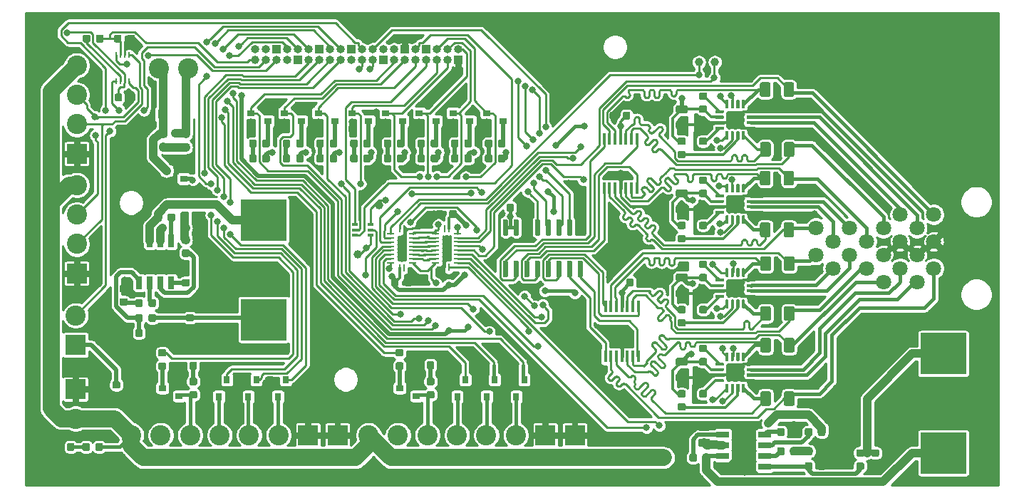
<source format=gbr>
G04 #@! TF.GenerationSoftware,KiCad,Pcbnew,(5.1.5-0-10_14)*
G04 #@! TF.CreationDate,2020-02-27T14:11:35-08:00*
G04 #@! TF.ProjectId,MotorDriverBoard_v2,4d6f746f-7244-4726-9976-6572426f6172,rev?*
G04 #@! TF.SameCoordinates,Original*
G04 #@! TF.FileFunction,Copper,L1,Top*
G04 #@! TF.FilePolarity,Positive*
%FSLAX46Y46*%
G04 Gerber Fmt 4.6, Leading zero omitted, Abs format (unit mm)*
G04 Created by KiCad (PCBNEW (5.1.5-0-10_14)) date 2020-02-27 14:11:35*
%MOMM*%
%LPD*%
G04 APERTURE LIST*
%ADD10R,0.250000X0.750000*%
%ADD11C,0.100000*%
%ADD12C,1.000000*%
%ADD13R,1.505000X0.802000*%
%ADD14R,2.613000X3.502000*%
%ADD15R,5.400000X4.900000*%
%ADD16R,3.502000X2.613000*%
%ADD17R,0.802000X1.505000*%
%ADD18R,0.900000X0.800000*%
%ADD19R,0.650000X0.400000*%
%ADD20R,0.800000X0.900000*%
%ADD21C,2.400000*%
%ADD22R,2.400000X2.400000*%
%ADD23C,1.800000*%
%ADD24C,0.500000*%
%ADD25R,0.450000X1.450000*%
%ADD26R,1.000000X2.900000*%
%ADD27R,0.900000X0.240000*%
%ADD28R,0.240000X0.900000*%
%ADD29O,1.000000X1.000000*%
%ADD30R,1.000000X1.000000*%
%ADD31R,1.100000X1.100000*%
%ADD32C,0.800000*%
%ADD33C,0.400000*%
%ADD34C,0.500000*%
%ADD35C,0.450000*%
%ADD36C,0.350000*%
%ADD37C,0.250000*%
%ADD38C,1.000000*%
%ADD39C,2.000000*%
%ADD40C,0.254000*%
G04 APERTURE END LIST*
D10*
X80250000Y-37550000D03*
X79750000Y-37550000D03*
X79250000Y-37550000D03*
X78750000Y-37550000D03*
X78750000Y-34450000D03*
X79250000Y-34450000D03*
X79750000Y-34450000D03*
X80250000Y-34450000D03*
G04 #@! TA.AperFunction,SMDPad,CuDef*
D11*
G36*
X77027691Y-32026053D02*
G01*
X77048926Y-32029203D01*
X77069750Y-32034419D01*
X77089962Y-32041651D01*
X77109368Y-32050830D01*
X77127781Y-32061866D01*
X77145024Y-32074654D01*
X77160930Y-32089070D01*
X77175346Y-32104976D01*
X77188134Y-32122219D01*
X77199170Y-32140632D01*
X77208349Y-32160038D01*
X77215581Y-32180250D01*
X77220797Y-32201074D01*
X77223947Y-32222309D01*
X77225000Y-32243750D01*
X77225000Y-32756250D01*
X77223947Y-32777691D01*
X77220797Y-32798926D01*
X77215581Y-32819750D01*
X77208349Y-32839962D01*
X77199170Y-32859368D01*
X77188134Y-32877781D01*
X77175346Y-32895024D01*
X77160930Y-32910930D01*
X77145024Y-32925346D01*
X77127781Y-32938134D01*
X77109368Y-32949170D01*
X77089962Y-32958349D01*
X77069750Y-32965581D01*
X77048926Y-32970797D01*
X77027691Y-32973947D01*
X77006250Y-32975000D01*
X76568750Y-32975000D01*
X76547309Y-32973947D01*
X76526074Y-32970797D01*
X76505250Y-32965581D01*
X76485038Y-32958349D01*
X76465632Y-32949170D01*
X76447219Y-32938134D01*
X76429976Y-32925346D01*
X76414070Y-32910930D01*
X76399654Y-32895024D01*
X76386866Y-32877781D01*
X76375830Y-32859368D01*
X76366651Y-32839962D01*
X76359419Y-32819750D01*
X76354203Y-32798926D01*
X76351053Y-32777691D01*
X76350000Y-32756250D01*
X76350000Y-32243750D01*
X76351053Y-32222309D01*
X76354203Y-32201074D01*
X76359419Y-32180250D01*
X76366651Y-32160038D01*
X76375830Y-32140632D01*
X76386866Y-32122219D01*
X76399654Y-32104976D01*
X76414070Y-32089070D01*
X76429976Y-32074654D01*
X76447219Y-32061866D01*
X76465632Y-32050830D01*
X76485038Y-32041651D01*
X76505250Y-32034419D01*
X76526074Y-32029203D01*
X76547309Y-32026053D01*
X76568750Y-32025000D01*
X77006250Y-32025000D01*
X77027691Y-32026053D01*
G37*
G04 #@! TD.AperFunction*
G04 #@! TA.AperFunction,SMDPad,CuDef*
G36*
X75452691Y-32026053D02*
G01*
X75473926Y-32029203D01*
X75494750Y-32034419D01*
X75514962Y-32041651D01*
X75534368Y-32050830D01*
X75552781Y-32061866D01*
X75570024Y-32074654D01*
X75585930Y-32089070D01*
X75600346Y-32104976D01*
X75613134Y-32122219D01*
X75624170Y-32140632D01*
X75633349Y-32160038D01*
X75640581Y-32180250D01*
X75645797Y-32201074D01*
X75648947Y-32222309D01*
X75650000Y-32243750D01*
X75650000Y-32756250D01*
X75648947Y-32777691D01*
X75645797Y-32798926D01*
X75640581Y-32819750D01*
X75633349Y-32839962D01*
X75624170Y-32859368D01*
X75613134Y-32877781D01*
X75600346Y-32895024D01*
X75585930Y-32910930D01*
X75570024Y-32925346D01*
X75552781Y-32938134D01*
X75534368Y-32949170D01*
X75514962Y-32958349D01*
X75494750Y-32965581D01*
X75473926Y-32970797D01*
X75452691Y-32973947D01*
X75431250Y-32975000D01*
X74993750Y-32975000D01*
X74972309Y-32973947D01*
X74951074Y-32970797D01*
X74930250Y-32965581D01*
X74910038Y-32958349D01*
X74890632Y-32949170D01*
X74872219Y-32938134D01*
X74854976Y-32925346D01*
X74839070Y-32910930D01*
X74824654Y-32895024D01*
X74811866Y-32877781D01*
X74800830Y-32859368D01*
X74791651Y-32839962D01*
X74784419Y-32819750D01*
X74779203Y-32798926D01*
X74776053Y-32777691D01*
X74775000Y-32756250D01*
X74775000Y-32243750D01*
X74776053Y-32222309D01*
X74779203Y-32201074D01*
X74784419Y-32180250D01*
X74791651Y-32160038D01*
X74800830Y-32140632D01*
X74811866Y-32122219D01*
X74824654Y-32104976D01*
X74839070Y-32089070D01*
X74854976Y-32074654D01*
X74872219Y-32061866D01*
X74890632Y-32050830D01*
X74910038Y-32041651D01*
X74930250Y-32034419D01*
X74951074Y-32029203D01*
X74972309Y-32026053D01*
X74993750Y-32025000D01*
X75431250Y-32025000D01*
X75452691Y-32026053D01*
G37*
G04 #@! TD.AperFunction*
G04 #@! TA.AperFunction,SMDPad,CuDef*
G36*
X79240191Y-39026053D02*
G01*
X79261426Y-39029203D01*
X79282250Y-39034419D01*
X79302462Y-39041651D01*
X79321868Y-39050830D01*
X79340281Y-39061866D01*
X79357524Y-39074654D01*
X79373430Y-39089070D01*
X79387846Y-39104976D01*
X79400634Y-39122219D01*
X79411670Y-39140632D01*
X79420849Y-39160038D01*
X79428081Y-39180250D01*
X79433297Y-39201074D01*
X79436447Y-39222309D01*
X79437500Y-39243750D01*
X79437500Y-39756250D01*
X79436447Y-39777691D01*
X79433297Y-39798926D01*
X79428081Y-39819750D01*
X79420849Y-39839962D01*
X79411670Y-39859368D01*
X79400634Y-39877781D01*
X79387846Y-39895024D01*
X79373430Y-39910930D01*
X79357524Y-39925346D01*
X79340281Y-39938134D01*
X79321868Y-39949170D01*
X79302462Y-39958349D01*
X79282250Y-39965581D01*
X79261426Y-39970797D01*
X79240191Y-39973947D01*
X79218750Y-39975000D01*
X78781250Y-39975000D01*
X78759809Y-39973947D01*
X78738574Y-39970797D01*
X78717750Y-39965581D01*
X78697538Y-39958349D01*
X78678132Y-39949170D01*
X78659719Y-39938134D01*
X78642476Y-39925346D01*
X78626570Y-39910930D01*
X78612154Y-39895024D01*
X78599366Y-39877781D01*
X78588330Y-39859368D01*
X78579151Y-39839962D01*
X78571919Y-39819750D01*
X78566703Y-39798926D01*
X78563553Y-39777691D01*
X78562500Y-39756250D01*
X78562500Y-39243750D01*
X78563553Y-39222309D01*
X78566703Y-39201074D01*
X78571919Y-39180250D01*
X78579151Y-39160038D01*
X78588330Y-39140632D01*
X78599366Y-39122219D01*
X78612154Y-39104976D01*
X78626570Y-39089070D01*
X78642476Y-39074654D01*
X78659719Y-39061866D01*
X78678132Y-39050830D01*
X78697538Y-39041651D01*
X78717750Y-39034419D01*
X78738574Y-39029203D01*
X78759809Y-39026053D01*
X78781250Y-39025000D01*
X79218750Y-39025000D01*
X79240191Y-39026053D01*
G37*
G04 #@! TD.AperFunction*
G04 #@! TA.AperFunction,SMDPad,CuDef*
G36*
X80815191Y-39026053D02*
G01*
X80836426Y-39029203D01*
X80857250Y-39034419D01*
X80877462Y-39041651D01*
X80896868Y-39050830D01*
X80915281Y-39061866D01*
X80932524Y-39074654D01*
X80948430Y-39089070D01*
X80962846Y-39104976D01*
X80975634Y-39122219D01*
X80986670Y-39140632D01*
X80995849Y-39160038D01*
X81003081Y-39180250D01*
X81008297Y-39201074D01*
X81011447Y-39222309D01*
X81012500Y-39243750D01*
X81012500Y-39756250D01*
X81011447Y-39777691D01*
X81008297Y-39798926D01*
X81003081Y-39819750D01*
X80995849Y-39839962D01*
X80986670Y-39859368D01*
X80975634Y-39877781D01*
X80962846Y-39895024D01*
X80948430Y-39910930D01*
X80932524Y-39925346D01*
X80915281Y-39938134D01*
X80896868Y-39949170D01*
X80877462Y-39958349D01*
X80857250Y-39965581D01*
X80836426Y-39970797D01*
X80815191Y-39973947D01*
X80793750Y-39975000D01*
X80356250Y-39975000D01*
X80334809Y-39973947D01*
X80313574Y-39970797D01*
X80292750Y-39965581D01*
X80272538Y-39958349D01*
X80253132Y-39949170D01*
X80234719Y-39938134D01*
X80217476Y-39925346D01*
X80201570Y-39910930D01*
X80187154Y-39895024D01*
X80174366Y-39877781D01*
X80163330Y-39859368D01*
X80154151Y-39839962D01*
X80146919Y-39819750D01*
X80141703Y-39798926D01*
X80138553Y-39777691D01*
X80137500Y-39756250D01*
X80137500Y-39243750D01*
X80138553Y-39222309D01*
X80141703Y-39201074D01*
X80146919Y-39180250D01*
X80154151Y-39160038D01*
X80163330Y-39140632D01*
X80174366Y-39122219D01*
X80187154Y-39104976D01*
X80201570Y-39089070D01*
X80217476Y-39074654D01*
X80234719Y-39061866D01*
X80253132Y-39050830D01*
X80272538Y-39041651D01*
X80292750Y-39034419D01*
X80313574Y-39029203D01*
X80334809Y-39026053D01*
X80356250Y-39025000D01*
X80793750Y-39025000D01*
X80815191Y-39026053D01*
G37*
G04 #@! TD.AperFunction*
G04 #@! TA.AperFunction,SMDPad,CuDef*
G36*
X80740191Y-32026053D02*
G01*
X80761426Y-32029203D01*
X80782250Y-32034419D01*
X80802462Y-32041651D01*
X80821868Y-32050830D01*
X80840281Y-32061866D01*
X80857524Y-32074654D01*
X80873430Y-32089070D01*
X80887846Y-32104976D01*
X80900634Y-32122219D01*
X80911670Y-32140632D01*
X80920849Y-32160038D01*
X80928081Y-32180250D01*
X80933297Y-32201074D01*
X80936447Y-32222309D01*
X80937500Y-32243750D01*
X80937500Y-32756250D01*
X80936447Y-32777691D01*
X80933297Y-32798926D01*
X80928081Y-32819750D01*
X80920849Y-32839962D01*
X80911670Y-32859368D01*
X80900634Y-32877781D01*
X80887846Y-32895024D01*
X80873430Y-32910930D01*
X80857524Y-32925346D01*
X80840281Y-32938134D01*
X80821868Y-32949170D01*
X80802462Y-32958349D01*
X80782250Y-32965581D01*
X80761426Y-32970797D01*
X80740191Y-32973947D01*
X80718750Y-32975000D01*
X80281250Y-32975000D01*
X80259809Y-32973947D01*
X80238574Y-32970797D01*
X80217750Y-32965581D01*
X80197538Y-32958349D01*
X80178132Y-32949170D01*
X80159719Y-32938134D01*
X80142476Y-32925346D01*
X80126570Y-32910930D01*
X80112154Y-32895024D01*
X80099366Y-32877781D01*
X80088330Y-32859368D01*
X80079151Y-32839962D01*
X80071919Y-32819750D01*
X80066703Y-32798926D01*
X80063553Y-32777691D01*
X80062500Y-32756250D01*
X80062500Y-32243750D01*
X80063553Y-32222309D01*
X80066703Y-32201074D01*
X80071919Y-32180250D01*
X80079151Y-32160038D01*
X80088330Y-32140632D01*
X80099366Y-32122219D01*
X80112154Y-32104976D01*
X80126570Y-32089070D01*
X80142476Y-32074654D01*
X80159719Y-32061866D01*
X80178132Y-32050830D01*
X80197538Y-32041651D01*
X80217750Y-32034419D01*
X80238574Y-32029203D01*
X80259809Y-32026053D01*
X80281250Y-32025000D01*
X80718750Y-32025000D01*
X80740191Y-32026053D01*
G37*
G04 #@! TD.AperFunction*
G04 #@! TA.AperFunction,SMDPad,CuDef*
G36*
X79165191Y-32026053D02*
G01*
X79186426Y-32029203D01*
X79207250Y-32034419D01*
X79227462Y-32041651D01*
X79246868Y-32050830D01*
X79265281Y-32061866D01*
X79282524Y-32074654D01*
X79298430Y-32089070D01*
X79312846Y-32104976D01*
X79325634Y-32122219D01*
X79336670Y-32140632D01*
X79345849Y-32160038D01*
X79353081Y-32180250D01*
X79358297Y-32201074D01*
X79361447Y-32222309D01*
X79362500Y-32243750D01*
X79362500Y-32756250D01*
X79361447Y-32777691D01*
X79358297Y-32798926D01*
X79353081Y-32819750D01*
X79345849Y-32839962D01*
X79336670Y-32859368D01*
X79325634Y-32877781D01*
X79312846Y-32895024D01*
X79298430Y-32910930D01*
X79282524Y-32925346D01*
X79265281Y-32938134D01*
X79246868Y-32949170D01*
X79227462Y-32958349D01*
X79207250Y-32965581D01*
X79186426Y-32970797D01*
X79165191Y-32973947D01*
X79143750Y-32975000D01*
X78706250Y-32975000D01*
X78684809Y-32973947D01*
X78663574Y-32970797D01*
X78642750Y-32965581D01*
X78622538Y-32958349D01*
X78603132Y-32949170D01*
X78584719Y-32938134D01*
X78567476Y-32925346D01*
X78551570Y-32910930D01*
X78537154Y-32895024D01*
X78524366Y-32877781D01*
X78513330Y-32859368D01*
X78504151Y-32839962D01*
X78496919Y-32819750D01*
X78491703Y-32798926D01*
X78488553Y-32777691D01*
X78487500Y-32756250D01*
X78487500Y-32243750D01*
X78488553Y-32222309D01*
X78491703Y-32201074D01*
X78496919Y-32180250D01*
X78504151Y-32160038D01*
X78513330Y-32140632D01*
X78524366Y-32122219D01*
X78537154Y-32104976D01*
X78551570Y-32089070D01*
X78567476Y-32074654D01*
X78584719Y-32061866D01*
X78603132Y-32050830D01*
X78622538Y-32041651D01*
X78642750Y-32034419D01*
X78663574Y-32029203D01*
X78684809Y-32026053D01*
X78706250Y-32025000D01*
X79143750Y-32025000D01*
X79165191Y-32026053D01*
G37*
G04 #@! TD.AperFunction*
G04 #@! TA.AperFunction,SMDPad,CuDef*
G36*
X156298704Y-68061804D02*
G01*
X156322973Y-68065404D01*
X156346771Y-68071365D01*
X156369871Y-68079630D01*
X156392049Y-68090120D01*
X156413093Y-68102733D01*
X156432798Y-68117347D01*
X156450977Y-68133823D01*
X156467453Y-68152002D01*
X156482067Y-68171707D01*
X156494680Y-68192751D01*
X156505170Y-68214929D01*
X156513435Y-68238029D01*
X156519396Y-68261827D01*
X156522996Y-68286096D01*
X156524200Y-68310600D01*
X156524200Y-69560600D01*
X156522996Y-69585104D01*
X156519396Y-69609373D01*
X156513435Y-69633171D01*
X156505170Y-69656271D01*
X156494680Y-69678449D01*
X156482067Y-69699493D01*
X156467453Y-69719198D01*
X156450977Y-69737377D01*
X156432798Y-69753853D01*
X156413093Y-69768467D01*
X156392049Y-69781080D01*
X156369871Y-69791570D01*
X156346771Y-69799835D01*
X156322973Y-69805796D01*
X156298704Y-69809396D01*
X156274200Y-69810600D01*
X155524200Y-69810600D01*
X155499696Y-69809396D01*
X155475427Y-69805796D01*
X155451629Y-69799835D01*
X155428529Y-69791570D01*
X155406351Y-69781080D01*
X155385307Y-69768467D01*
X155365602Y-69753853D01*
X155347423Y-69737377D01*
X155330947Y-69719198D01*
X155316333Y-69699493D01*
X155303720Y-69678449D01*
X155293230Y-69656271D01*
X155284965Y-69633171D01*
X155279004Y-69609373D01*
X155275404Y-69585104D01*
X155274200Y-69560600D01*
X155274200Y-68310600D01*
X155275404Y-68286096D01*
X155279004Y-68261827D01*
X155284965Y-68238029D01*
X155293230Y-68214929D01*
X155303720Y-68192751D01*
X155316333Y-68171707D01*
X155330947Y-68152002D01*
X155347423Y-68133823D01*
X155365602Y-68117347D01*
X155385307Y-68102733D01*
X155406351Y-68090120D01*
X155428529Y-68079630D01*
X155451629Y-68071365D01*
X155475427Y-68065404D01*
X155499696Y-68061804D01*
X155524200Y-68060600D01*
X156274200Y-68060600D01*
X156298704Y-68061804D01*
G37*
G04 #@! TD.AperFunction*
G04 #@! TA.AperFunction,SMDPad,CuDef*
G36*
X159098704Y-68061804D02*
G01*
X159122973Y-68065404D01*
X159146771Y-68071365D01*
X159169871Y-68079630D01*
X159192049Y-68090120D01*
X159213093Y-68102733D01*
X159232798Y-68117347D01*
X159250977Y-68133823D01*
X159267453Y-68152002D01*
X159282067Y-68171707D01*
X159294680Y-68192751D01*
X159305170Y-68214929D01*
X159313435Y-68238029D01*
X159319396Y-68261827D01*
X159322996Y-68286096D01*
X159324200Y-68310600D01*
X159324200Y-69560600D01*
X159322996Y-69585104D01*
X159319396Y-69609373D01*
X159313435Y-69633171D01*
X159305170Y-69656271D01*
X159294680Y-69678449D01*
X159282067Y-69699493D01*
X159267453Y-69719198D01*
X159250977Y-69737377D01*
X159232798Y-69753853D01*
X159213093Y-69768467D01*
X159192049Y-69781080D01*
X159169871Y-69791570D01*
X159146771Y-69799835D01*
X159122973Y-69805796D01*
X159098704Y-69809396D01*
X159074200Y-69810600D01*
X158324200Y-69810600D01*
X158299696Y-69809396D01*
X158275427Y-69805796D01*
X158251629Y-69799835D01*
X158228529Y-69791570D01*
X158206351Y-69781080D01*
X158185307Y-69768467D01*
X158165602Y-69753853D01*
X158147423Y-69737377D01*
X158130947Y-69719198D01*
X158116333Y-69699493D01*
X158103720Y-69678449D01*
X158093230Y-69656271D01*
X158084965Y-69633171D01*
X158079004Y-69609373D01*
X158075404Y-69585104D01*
X158074200Y-69560600D01*
X158074200Y-68310600D01*
X158075404Y-68286096D01*
X158079004Y-68261827D01*
X158084965Y-68238029D01*
X158093230Y-68214929D01*
X158103720Y-68192751D01*
X158116333Y-68171707D01*
X158130947Y-68152002D01*
X158147423Y-68133823D01*
X158165602Y-68117347D01*
X158185307Y-68102733D01*
X158206351Y-68090120D01*
X158228529Y-68079630D01*
X158251629Y-68071365D01*
X158275427Y-68065404D01*
X158299696Y-68061804D01*
X158324200Y-68060600D01*
X159074200Y-68060600D01*
X159098704Y-68061804D01*
G37*
G04 #@! TD.AperFunction*
G04 #@! TA.AperFunction,SMDPad,CuDef*
G36*
X156298704Y-58359004D02*
G01*
X156322973Y-58362604D01*
X156346771Y-58368565D01*
X156369871Y-58376830D01*
X156392049Y-58387320D01*
X156413093Y-58399933D01*
X156432798Y-58414547D01*
X156450977Y-58431023D01*
X156467453Y-58449202D01*
X156482067Y-58468907D01*
X156494680Y-58489951D01*
X156505170Y-58512129D01*
X156513435Y-58535229D01*
X156519396Y-58559027D01*
X156522996Y-58583296D01*
X156524200Y-58607800D01*
X156524200Y-59857800D01*
X156522996Y-59882304D01*
X156519396Y-59906573D01*
X156513435Y-59930371D01*
X156505170Y-59953471D01*
X156494680Y-59975649D01*
X156482067Y-59996693D01*
X156467453Y-60016398D01*
X156450977Y-60034577D01*
X156432798Y-60051053D01*
X156413093Y-60065667D01*
X156392049Y-60078280D01*
X156369871Y-60088770D01*
X156346771Y-60097035D01*
X156322973Y-60102996D01*
X156298704Y-60106596D01*
X156274200Y-60107800D01*
X155524200Y-60107800D01*
X155499696Y-60106596D01*
X155475427Y-60102996D01*
X155451629Y-60097035D01*
X155428529Y-60088770D01*
X155406351Y-60078280D01*
X155385307Y-60065667D01*
X155365602Y-60051053D01*
X155347423Y-60034577D01*
X155330947Y-60016398D01*
X155316333Y-59996693D01*
X155303720Y-59975649D01*
X155293230Y-59953471D01*
X155284965Y-59930371D01*
X155279004Y-59906573D01*
X155275404Y-59882304D01*
X155274200Y-59857800D01*
X155274200Y-58607800D01*
X155275404Y-58583296D01*
X155279004Y-58559027D01*
X155284965Y-58535229D01*
X155293230Y-58512129D01*
X155303720Y-58489951D01*
X155316333Y-58468907D01*
X155330947Y-58449202D01*
X155347423Y-58431023D01*
X155365602Y-58414547D01*
X155385307Y-58399933D01*
X155406351Y-58387320D01*
X155428529Y-58376830D01*
X155451629Y-58368565D01*
X155475427Y-58362604D01*
X155499696Y-58359004D01*
X155524200Y-58357800D01*
X156274200Y-58357800D01*
X156298704Y-58359004D01*
G37*
G04 #@! TD.AperFunction*
G04 #@! TA.AperFunction,SMDPad,CuDef*
G36*
X159098704Y-58359004D02*
G01*
X159122973Y-58362604D01*
X159146771Y-58368565D01*
X159169871Y-58376830D01*
X159192049Y-58387320D01*
X159213093Y-58399933D01*
X159232798Y-58414547D01*
X159250977Y-58431023D01*
X159267453Y-58449202D01*
X159282067Y-58468907D01*
X159294680Y-58489951D01*
X159305170Y-58512129D01*
X159313435Y-58535229D01*
X159319396Y-58559027D01*
X159322996Y-58583296D01*
X159324200Y-58607800D01*
X159324200Y-59857800D01*
X159322996Y-59882304D01*
X159319396Y-59906573D01*
X159313435Y-59930371D01*
X159305170Y-59953471D01*
X159294680Y-59975649D01*
X159282067Y-59996693D01*
X159267453Y-60016398D01*
X159250977Y-60034577D01*
X159232798Y-60051053D01*
X159213093Y-60065667D01*
X159192049Y-60078280D01*
X159169871Y-60088770D01*
X159146771Y-60097035D01*
X159122973Y-60102996D01*
X159098704Y-60106596D01*
X159074200Y-60107800D01*
X158324200Y-60107800D01*
X158299696Y-60106596D01*
X158275427Y-60102996D01*
X158251629Y-60097035D01*
X158228529Y-60088770D01*
X158206351Y-60078280D01*
X158185307Y-60065667D01*
X158165602Y-60051053D01*
X158147423Y-60034577D01*
X158130947Y-60016398D01*
X158116333Y-59996693D01*
X158103720Y-59975649D01*
X158093230Y-59953471D01*
X158084965Y-59930371D01*
X158079004Y-59906573D01*
X158075404Y-59882304D01*
X158074200Y-59857800D01*
X158074200Y-58607800D01*
X158075404Y-58583296D01*
X158079004Y-58559027D01*
X158084965Y-58535229D01*
X158093230Y-58512129D01*
X158103720Y-58489951D01*
X158116333Y-58468907D01*
X158130947Y-58449202D01*
X158147423Y-58431023D01*
X158165602Y-58414547D01*
X158185307Y-58399933D01*
X158206351Y-58387320D01*
X158228529Y-58376830D01*
X158251629Y-58368565D01*
X158275427Y-58362604D01*
X158299696Y-58359004D01*
X158324200Y-58357800D01*
X159074200Y-58357800D01*
X159098704Y-58359004D01*
G37*
G04 #@! TD.AperFunction*
G04 #@! TA.AperFunction,SMDPad,CuDef*
G36*
X156247904Y-48199004D02*
G01*
X156272173Y-48202604D01*
X156295971Y-48208565D01*
X156319071Y-48216830D01*
X156341249Y-48227320D01*
X156362293Y-48239933D01*
X156381998Y-48254547D01*
X156400177Y-48271023D01*
X156416653Y-48289202D01*
X156431267Y-48308907D01*
X156443880Y-48329951D01*
X156454370Y-48352129D01*
X156462635Y-48375229D01*
X156468596Y-48399027D01*
X156472196Y-48423296D01*
X156473400Y-48447800D01*
X156473400Y-49697800D01*
X156472196Y-49722304D01*
X156468596Y-49746573D01*
X156462635Y-49770371D01*
X156454370Y-49793471D01*
X156443880Y-49815649D01*
X156431267Y-49836693D01*
X156416653Y-49856398D01*
X156400177Y-49874577D01*
X156381998Y-49891053D01*
X156362293Y-49905667D01*
X156341249Y-49918280D01*
X156319071Y-49928770D01*
X156295971Y-49937035D01*
X156272173Y-49942996D01*
X156247904Y-49946596D01*
X156223400Y-49947800D01*
X155473400Y-49947800D01*
X155448896Y-49946596D01*
X155424627Y-49942996D01*
X155400829Y-49937035D01*
X155377729Y-49928770D01*
X155355551Y-49918280D01*
X155334507Y-49905667D01*
X155314802Y-49891053D01*
X155296623Y-49874577D01*
X155280147Y-49856398D01*
X155265533Y-49836693D01*
X155252920Y-49815649D01*
X155242430Y-49793471D01*
X155234165Y-49770371D01*
X155228204Y-49746573D01*
X155224604Y-49722304D01*
X155223400Y-49697800D01*
X155223400Y-48447800D01*
X155224604Y-48423296D01*
X155228204Y-48399027D01*
X155234165Y-48375229D01*
X155242430Y-48352129D01*
X155252920Y-48329951D01*
X155265533Y-48308907D01*
X155280147Y-48289202D01*
X155296623Y-48271023D01*
X155314802Y-48254547D01*
X155334507Y-48239933D01*
X155355551Y-48227320D01*
X155377729Y-48216830D01*
X155400829Y-48208565D01*
X155424627Y-48202604D01*
X155448896Y-48199004D01*
X155473400Y-48197800D01*
X156223400Y-48197800D01*
X156247904Y-48199004D01*
G37*
G04 #@! TD.AperFunction*
G04 #@! TA.AperFunction,SMDPad,CuDef*
G36*
X159047904Y-48199004D02*
G01*
X159072173Y-48202604D01*
X159095971Y-48208565D01*
X159119071Y-48216830D01*
X159141249Y-48227320D01*
X159162293Y-48239933D01*
X159181998Y-48254547D01*
X159200177Y-48271023D01*
X159216653Y-48289202D01*
X159231267Y-48308907D01*
X159243880Y-48329951D01*
X159254370Y-48352129D01*
X159262635Y-48375229D01*
X159268596Y-48399027D01*
X159272196Y-48423296D01*
X159273400Y-48447800D01*
X159273400Y-49697800D01*
X159272196Y-49722304D01*
X159268596Y-49746573D01*
X159262635Y-49770371D01*
X159254370Y-49793471D01*
X159243880Y-49815649D01*
X159231267Y-49836693D01*
X159216653Y-49856398D01*
X159200177Y-49874577D01*
X159181998Y-49891053D01*
X159162293Y-49905667D01*
X159141249Y-49918280D01*
X159119071Y-49928770D01*
X159095971Y-49937035D01*
X159072173Y-49942996D01*
X159047904Y-49946596D01*
X159023400Y-49947800D01*
X158273400Y-49947800D01*
X158248896Y-49946596D01*
X158224627Y-49942996D01*
X158200829Y-49937035D01*
X158177729Y-49928770D01*
X158155551Y-49918280D01*
X158134507Y-49905667D01*
X158114802Y-49891053D01*
X158096623Y-49874577D01*
X158080147Y-49856398D01*
X158065533Y-49836693D01*
X158052920Y-49815649D01*
X158042430Y-49793471D01*
X158034165Y-49770371D01*
X158028204Y-49746573D01*
X158024604Y-49722304D01*
X158023400Y-49697800D01*
X158023400Y-48447800D01*
X158024604Y-48423296D01*
X158028204Y-48399027D01*
X158034165Y-48375229D01*
X158042430Y-48352129D01*
X158052920Y-48329951D01*
X158065533Y-48308907D01*
X158080147Y-48289202D01*
X158096623Y-48271023D01*
X158114802Y-48254547D01*
X158134507Y-48239933D01*
X158155551Y-48227320D01*
X158177729Y-48216830D01*
X158200829Y-48208565D01*
X158224627Y-48202604D01*
X158248896Y-48199004D01*
X158273400Y-48197800D01*
X159023400Y-48197800D01*
X159047904Y-48199004D01*
G37*
G04 #@! TD.AperFunction*
G04 #@! TA.AperFunction,SMDPad,CuDef*
G36*
X156247904Y-37683404D02*
G01*
X156272173Y-37687004D01*
X156295971Y-37692965D01*
X156319071Y-37701230D01*
X156341249Y-37711720D01*
X156362293Y-37724333D01*
X156381998Y-37738947D01*
X156400177Y-37755423D01*
X156416653Y-37773602D01*
X156431267Y-37793307D01*
X156443880Y-37814351D01*
X156454370Y-37836529D01*
X156462635Y-37859629D01*
X156468596Y-37883427D01*
X156472196Y-37907696D01*
X156473400Y-37932200D01*
X156473400Y-39182200D01*
X156472196Y-39206704D01*
X156468596Y-39230973D01*
X156462635Y-39254771D01*
X156454370Y-39277871D01*
X156443880Y-39300049D01*
X156431267Y-39321093D01*
X156416653Y-39340798D01*
X156400177Y-39358977D01*
X156381998Y-39375453D01*
X156362293Y-39390067D01*
X156341249Y-39402680D01*
X156319071Y-39413170D01*
X156295971Y-39421435D01*
X156272173Y-39427396D01*
X156247904Y-39430996D01*
X156223400Y-39432200D01*
X155473400Y-39432200D01*
X155448896Y-39430996D01*
X155424627Y-39427396D01*
X155400829Y-39421435D01*
X155377729Y-39413170D01*
X155355551Y-39402680D01*
X155334507Y-39390067D01*
X155314802Y-39375453D01*
X155296623Y-39358977D01*
X155280147Y-39340798D01*
X155265533Y-39321093D01*
X155252920Y-39300049D01*
X155242430Y-39277871D01*
X155234165Y-39254771D01*
X155228204Y-39230973D01*
X155224604Y-39206704D01*
X155223400Y-39182200D01*
X155223400Y-37932200D01*
X155224604Y-37907696D01*
X155228204Y-37883427D01*
X155234165Y-37859629D01*
X155242430Y-37836529D01*
X155252920Y-37814351D01*
X155265533Y-37793307D01*
X155280147Y-37773602D01*
X155296623Y-37755423D01*
X155314802Y-37738947D01*
X155334507Y-37724333D01*
X155355551Y-37711720D01*
X155377729Y-37701230D01*
X155400829Y-37692965D01*
X155424627Y-37687004D01*
X155448896Y-37683404D01*
X155473400Y-37682200D01*
X156223400Y-37682200D01*
X156247904Y-37683404D01*
G37*
G04 #@! TD.AperFunction*
G04 #@! TA.AperFunction,SMDPad,CuDef*
G36*
X159047904Y-37683404D02*
G01*
X159072173Y-37687004D01*
X159095971Y-37692965D01*
X159119071Y-37701230D01*
X159141249Y-37711720D01*
X159162293Y-37724333D01*
X159181998Y-37738947D01*
X159200177Y-37755423D01*
X159216653Y-37773602D01*
X159231267Y-37793307D01*
X159243880Y-37814351D01*
X159254370Y-37836529D01*
X159262635Y-37859629D01*
X159268596Y-37883427D01*
X159272196Y-37907696D01*
X159273400Y-37932200D01*
X159273400Y-39182200D01*
X159272196Y-39206704D01*
X159268596Y-39230973D01*
X159262635Y-39254771D01*
X159254370Y-39277871D01*
X159243880Y-39300049D01*
X159231267Y-39321093D01*
X159216653Y-39340798D01*
X159200177Y-39358977D01*
X159181998Y-39375453D01*
X159162293Y-39390067D01*
X159141249Y-39402680D01*
X159119071Y-39413170D01*
X159095971Y-39421435D01*
X159072173Y-39427396D01*
X159047904Y-39430996D01*
X159023400Y-39432200D01*
X158273400Y-39432200D01*
X158248896Y-39430996D01*
X158224627Y-39427396D01*
X158200829Y-39421435D01*
X158177729Y-39413170D01*
X158155551Y-39402680D01*
X158134507Y-39390067D01*
X158114802Y-39375453D01*
X158096623Y-39358977D01*
X158080147Y-39340798D01*
X158065533Y-39321093D01*
X158052920Y-39300049D01*
X158042430Y-39277871D01*
X158034165Y-39254771D01*
X158028204Y-39230973D01*
X158024604Y-39206704D01*
X158023400Y-39182200D01*
X158023400Y-37932200D01*
X158024604Y-37907696D01*
X158028204Y-37883427D01*
X158034165Y-37859629D01*
X158042430Y-37836529D01*
X158052920Y-37814351D01*
X158065533Y-37793307D01*
X158080147Y-37773602D01*
X158096623Y-37755423D01*
X158114802Y-37738947D01*
X158134507Y-37724333D01*
X158155551Y-37711720D01*
X158177729Y-37701230D01*
X158200829Y-37692965D01*
X158224627Y-37687004D01*
X158248896Y-37683404D01*
X158273400Y-37682200D01*
X159023400Y-37682200D01*
X159047904Y-37683404D01*
G37*
G04 #@! TD.AperFunction*
G04 #@! TA.AperFunction,SMDPad,CuDef*
G36*
X159098704Y-74411804D02*
G01*
X159122973Y-74415404D01*
X159146771Y-74421365D01*
X159169871Y-74429630D01*
X159192049Y-74440120D01*
X159213093Y-74452733D01*
X159232798Y-74467347D01*
X159250977Y-74483823D01*
X159267453Y-74502002D01*
X159282067Y-74521707D01*
X159294680Y-74542751D01*
X159305170Y-74564929D01*
X159313435Y-74588029D01*
X159319396Y-74611827D01*
X159322996Y-74636096D01*
X159324200Y-74660600D01*
X159324200Y-75910600D01*
X159322996Y-75935104D01*
X159319396Y-75959373D01*
X159313435Y-75983171D01*
X159305170Y-76006271D01*
X159294680Y-76028449D01*
X159282067Y-76049493D01*
X159267453Y-76069198D01*
X159250977Y-76087377D01*
X159232798Y-76103853D01*
X159213093Y-76118467D01*
X159192049Y-76131080D01*
X159169871Y-76141570D01*
X159146771Y-76149835D01*
X159122973Y-76155796D01*
X159098704Y-76159396D01*
X159074200Y-76160600D01*
X158324200Y-76160600D01*
X158299696Y-76159396D01*
X158275427Y-76155796D01*
X158251629Y-76149835D01*
X158228529Y-76141570D01*
X158206351Y-76131080D01*
X158185307Y-76118467D01*
X158165602Y-76103853D01*
X158147423Y-76087377D01*
X158130947Y-76069198D01*
X158116333Y-76049493D01*
X158103720Y-76028449D01*
X158093230Y-76006271D01*
X158084965Y-75983171D01*
X158079004Y-75959373D01*
X158075404Y-75935104D01*
X158074200Y-75910600D01*
X158074200Y-74660600D01*
X158075404Y-74636096D01*
X158079004Y-74611827D01*
X158084965Y-74588029D01*
X158093230Y-74564929D01*
X158103720Y-74542751D01*
X158116333Y-74521707D01*
X158130947Y-74502002D01*
X158147423Y-74483823D01*
X158165602Y-74467347D01*
X158185307Y-74452733D01*
X158206351Y-74440120D01*
X158228529Y-74429630D01*
X158251629Y-74421365D01*
X158275427Y-74415404D01*
X158299696Y-74411804D01*
X158324200Y-74410600D01*
X159074200Y-74410600D01*
X159098704Y-74411804D01*
G37*
G04 #@! TD.AperFunction*
G04 #@! TA.AperFunction,SMDPad,CuDef*
G36*
X156298704Y-74411804D02*
G01*
X156322973Y-74415404D01*
X156346771Y-74421365D01*
X156369871Y-74429630D01*
X156392049Y-74440120D01*
X156413093Y-74452733D01*
X156432798Y-74467347D01*
X156450977Y-74483823D01*
X156467453Y-74502002D01*
X156482067Y-74521707D01*
X156494680Y-74542751D01*
X156505170Y-74564929D01*
X156513435Y-74588029D01*
X156519396Y-74611827D01*
X156522996Y-74636096D01*
X156524200Y-74660600D01*
X156524200Y-75910600D01*
X156522996Y-75935104D01*
X156519396Y-75959373D01*
X156513435Y-75983171D01*
X156505170Y-76006271D01*
X156494680Y-76028449D01*
X156482067Y-76049493D01*
X156467453Y-76069198D01*
X156450977Y-76087377D01*
X156432798Y-76103853D01*
X156413093Y-76118467D01*
X156392049Y-76131080D01*
X156369871Y-76141570D01*
X156346771Y-76149835D01*
X156322973Y-76155796D01*
X156298704Y-76159396D01*
X156274200Y-76160600D01*
X155524200Y-76160600D01*
X155499696Y-76159396D01*
X155475427Y-76155796D01*
X155451629Y-76149835D01*
X155428529Y-76141570D01*
X155406351Y-76131080D01*
X155385307Y-76118467D01*
X155365602Y-76103853D01*
X155347423Y-76087377D01*
X155330947Y-76069198D01*
X155316333Y-76049493D01*
X155303720Y-76028449D01*
X155293230Y-76006271D01*
X155284965Y-75983171D01*
X155279004Y-75959373D01*
X155275404Y-75935104D01*
X155274200Y-75910600D01*
X155274200Y-74660600D01*
X155275404Y-74636096D01*
X155279004Y-74611827D01*
X155284965Y-74588029D01*
X155293230Y-74564929D01*
X155303720Y-74542751D01*
X155316333Y-74521707D01*
X155330947Y-74502002D01*
X155347423Y-74483823D01*
X155365602Y-74467347D01*
X155385307Y-74452733D01*
X155406351Y-74440120D01*
X155428529Y-74429630D01*
X155451629Y-74421365D01*
X155475427Y-74415404D01*
X155499696Y-74411804D01*
X155524200Y-74410600D01*
X156274200Y-74410600D01*
X156298704Y-74411804D01*
G37*
G04 #@! TD.AperFunction*
G04 #@! TA.AperFunction,SMDPad,CuDef*
G36*
X159098704Y-64302604D02*
G01*
X159122973Y-64306204D01*
X159146771Y-64312165D01*
X159169871Y-64320430D01*
X159192049Y-64330920D01*
X159213093Y-64343533D01*
X159232798Y-64358147D01*
X159250977Y-64374623D01*
X159267453Y-64392802D01*
X159282067Y-64412507D01*
X159294680Y-64433551D01*
X159305170Y-64455729D01*
X159313435Y-64478829D01*
X159319396Y-64502627D01*
X159322996Y-64526896D01*
X159324200Y-64551400D01*
X159324200Y-65801400D01*
X159322996Y-65825904D01*
X159319396Y-65850173D01*
X159313435Y-65873971D01*
X159305170Y-65897071D01*
X159294680Y-65919249D01*
X159282067Y-65940293D01*
X159267453Y-65959998D01*
X159250977Y-65978177D01*
X159232798Y-65994653D01*
X159213093Y-66009267D01*
X159192049Y-66021880D01*
X159169871Y-66032370D01*
X159146771Y-66040635D01*
X159122973Y-66046596D01*
X159098704Y-66050196D01*
X159074200Y-66051400D01*
X158324200Y-66051400D01*
X158299696Y-66050196D01*
X158275427Y-66046596D01*
X158251629Y-66040635D01*
X158228529Y-66032370D01*
X158206351Y-66021880D01*
X158185307Y-66009267D01*
X158165602Y-65994653D01*
X158147423Y-65978177D01*
X158130947Y-65959998D01*
X158116333Y-65940293D01*
X158103720Y-65919249D01*
X158093230Y-65897071D01*
X158084965Y-65873971D01*
X158079004Y-65850173D01*
X158075404Y-65825904D01*
X158074200Y-65801400D01*
X158074200Y-64551400D01*
X158075404Y-64526896D01*
X158079004Y-64502627D01*
X158084965Y-64478829D01*
X158093230Y-64455729D01*
X158103720Y-64433551D01*
X158116333Y-64412507D01*
X158130947Y-64392802D01*
X158147423Y-64374623D01*
X158165602Y-64358147D01*
X158185307Y-64343533D01*
X158206351Y-64330920D01*
X158228529Y-64320430D01*
X158251629Y-64312165D01*
X158275427Y-64306204D01*
X158299696Y-64302604D01*
X158324200Y-64301400D01*
X159074200Y-64301400D01*
X159098704Y-64302604D01*
G37*
G04 #@! TD.AperFunction*
G04 #@! TA.AperFunction,SMDPad,CuDef*
G36*
X156298704Y-64302604D02*
G01*
X156322973Y-64306204D01*
X156346771Y-64312165D01*
X156369871Y-64320430D01*
X156392049Y-64330920D01*
X156413093Y-64343533D01*
X156432798Y-64358147D01*
X156450977Y-64374623D01*
X156467453Y-64392802D01*
X156482067Y-64412507D01*
X156494680Y-64433551D01*
X156505170Y-64455729D01*
X156513435Y-64478829D01*
X156519396Y-64502627D01*
X156522996Y-64526896D01*
X156524200Y-64551400D01*
X156524200Y-65801400D01*
X156522996Y-65825904D01*
X156519396Y-65850173D01*
X156513435Y-65873971D01*
X156505170Y-65897071D01*
X156494680Y-65919249D01*
X156482067Y-65940293D01*
X156467453Y-65959998D01*
X156450977Y-65978177D01*
X156432798Y-65994653D01*
X156413093Y-66009267D01*
X156392049Y-66021880D01*
X156369871Y-66032370D01*
X156346771Y-66040635D01*
X156322973Y-66046596D01*
X156298704Y-66050196D01*
X156274200Y-66051400D01*
X155524200Y-66051400D01*
X155499696Y-66050196D01*
X155475427Y-66046596D01*
X155451629Y-66040635D01*
X155428529Y-66032370D01*
X155406351Y-66021880D01*
X155385307Y-66009267D01*
X155365602Y-65994653D01*
X155347423Y-65978177D01*
X155330947Y-65959998D01*
X155316333Y-65940293D01*
X155303720Y-65919249D01*
X155293230Y-65897071D01*
X155284965Y-65873971D01*
X155279004Y-65850173D01*
X155275404Y-65825904D01*
X155274200Y-65801400D01*
X155274200Y-64551400D01*
X155275404Y-64526896D01*
X155279004Y-64502627D01*
X155284965Y-64478829D01*
X155293230Y-64455729D01*
X155303720Y-64433551D01*
X155316333Y-64412507D01*
X155330947Y-64392802D01*
X155347423Y-64374623D01*
X155365602Y-64358147D01*
X155385307Y-64343533D01*
X155406351Y-64330920D01*
X155428529Y-64320430D01*
X155451629Y-64312165D01*
X155475427Y-64306204D01*
X155499696Y-64302604D01*
X155524200Y-64301400D01*
X156274200Y-64301400D01*
X156298704Y-64302604D01*
G37*
G04 #@! TD.AperFunction*
G04 #@! TA.AperFunction,SMDPad,CuDef*
G36*
X159047904Y-54345804D02*
G01*
X159072173Y-54349404D01*
X159095971Y-54355365D01*
X159119071Y-54363630D01*
X159141249Y-54374120D01*
X159162293Y-54386733D01*
X159181998Y-54401347D01*
X159200177Y-54417823D01*
X159216653Y-54436002D01*
X159231267Y-54455707D01*
X159243880Y-54476751D01*
X159254370Y-54498929D01*
X159262635Y-54522029D01*
X159268596Y-54545827D01*
X159272196Y-54570096D01*
X159273400Y-54594600D01*
X159273400Y-55844600D01*
X159272196Y-55869104D01*
X159268596Y-55893373D01*
X159262635Y-55917171D01*
X159254370Y-55940271D01*
X159243880Y-55962449D01*
X159231267Y-55983493D01*
X159216653Y-56003198D01*
X159200177Y-56021377D01*
X159181998Y-56037853D01*
X159162293Y-56052467D01*
X159141249Y-56065080D01*
X159119071Y-56075570D01*
X159095971Y-56083835D01*
X159072173Y-56089796D01*
X159047904Y-56093396D01*
X159023400Y-56094600D01*
X158273400Y-56094600D01*
X158248896Y-56093396D01*
X158224627Y-56089796D01*
X158200829Y-56083835D01*
X158177729Y-56075570D01*
X158155551Y-56065080D01*
X158134507Y-56052467D01*
X158114802Y-56037853D01*
X158096623Y-56021377D01*
X158080147Y-56003198D01*
X158065533Y-55983493D01*
X158052920Y-55962449D01*
X158042430Y-55940271D01*
X158034165Y-55917171D01*
X158028204Y-55893373D01*
X158024604Y-55869104D01*
X158023400Y-55844600D01*
X158023400Y-54594600D01*
X158024604Y-54570096D01*
X158028204Y-54545827D01*
X158034165Y-54522029D01*
X158042430Y-54498929D01*
X158052920Y-54476751D01*
X158065533Y-54455707D01*
X158080147Y-54436002D01*
X158096623Y-54417823D01*
X158114802Y-54401347D01*
X158134507Y-54386733D01*
X158155551Y-54374120D01*
X158177729Y-54363630D01*
X158200829Y-54355365D01*
X158224627Y-54349404D01*
X158248896Y-54345804D01*
X158273400Y-54344600D01*
X159023400Y-54344600D01*
X159047904Y-54345804D01*
G37*
G04 #@! TD.AperFunction*
G04 #@! TA.AperFunction,SMDPad,CuDef*
G36*
X156247904Y-54345804D02*
G01*
X156272173Y-54349404D01*
X156295971Y-54355365D01*
X156319071Y-54363630D01*
X156341249Y-54374120D01*
X156362293Y-54386733D01*
X156381998Y-54401347D01*
X156400177Y-54417823D01*
X156416653Y-54436002D01*
X156431267Y-54455707D01*
X156443880Y-54476751D01*
X156454370Y-54498929D01*
X156462635Y-54522029D01*
X156468596Y-54545827D01*
X156472196Y-54570096D01*
X156473400Y-54594600D01*
X156473400Y-55844600D01*
X156472196Y-55869104D01*
X156468596Y-55893373D01*
X156462635Y-55917171D01*
X156454370Y-55940271D01*
X156443880Y-55962449D01*
X156431267Y-55983493D01*
X156416653Y-56003198D01*
X156400177Y-56021377D01*
X156381998Y-56037853D01*
X156362293Y-56052467D01*
X156341249Y-56065080D01*
X156319071Y-56075570D01*
X156295971Y-56083835D01*
X156272173Y-56089796D01*
X156247904Y-56093396D01*
X156223400Y-56094600D01*
X155473400Y-56094600D01*
X155448896Y-56093396D01*
X155424627Y-56089796D01*
X155400829Y-56083835D01*
X155377729Y-56075570D01*
X155355551Y-56065080D01*
X155334507Y-56052467D01*
X155314802Y-56037853D01*
X155296623Y-56021377D01*
X155280147Y-56003198D01*
X155265533Y-55983493D01*
X155252920Y-55962449D01*
X155242430Y-55940271D01*
X155234165Y-55917171D01*
X155228204Y-55893373D01*
X155224604Y-55869104D01*
X155223400Y-55844600D01*
X155223400Y-54594600D01*
X155224604Y-54570096D01*
X155228204Y-54545827D01*
X155234165Y-54522029D01*
X155242430Y-54498929D01*
X155252920Y-54476751D01*
X155265533Y-54455707D01*
X155280147Y-54436002D01*
X155296623Y-54417823D01*
X155314802Y-54401347D01*
X155334507Y-54386733D01*
X155355551Y-54374120D01*
X155377729Y-54363630D01*
X155400829Y-54355365D01*
X155424627Y-54349404D01*
X155448896Y-54345804D01*
X155473400Y-54344600D01*
X156223400Y-54344600D01*
X156247904Y-54345804D01*
G37*
G04 #@! TD.AperFunction*
G04 #@! TA.AperFunction,SMDPad,CuDef*
G36*
X159076304Y-44795404D02*
G01*
X159100573Y-44799004D01*
X159124371Y-44804965D01*
X159147471Y-44813230D01*
X159169649Y-44823720D01*
X159190693Y-44836333D01*
X159210398Y-44850947D01*
X159228577Y-44867423D01*
X159245053Y-44885602D01*
X159259667Y-44905307D01*
X159272280Y-44926351D01*
X159282770Y-44948529D01*
X159291035Y-44971629D01*
X159296996Y-44995427D01*
X159300596Y-45019696D01*
X159301800Y-45044200D01*
X159301800Y-46294200D01*
X159300596Y-46318704D01*
X159296996Y-46342973D01*
X159291035Y-46366771D01*
X159282770Y-46389871D01*
X159272280Y-46412049D01*
X159259667Y-46433093D01*
X159245053Y-46452798D01*
X159228577Y-46470977D01*
X159210398Y-46487453D01*
X159190693Y-46502067D01*
X159169649Y-46514680D01*
X159147471Y-46525170D01*
X159124371Y-46533435D01*
X159100573Y-46539396D01*
X159076304Y-46542996D01*
X159051800Y-46544200D01*
X158301800Y-46544200D01*
X158277296Y-46542996D01*
X158253027Y-46539396D01*
X158229229Y-46533435D01*
X158206129Y-46525170D01*
X158183951Y-46514680D01*
X158162907Y-46502067D01*
X158143202Y-46487453D01*
X158125023Y-46470977D01*
X158108547Y-46452798D01*
X158093933Y-46433093D01*
X158081320Y-46412049D01*
X158070830Y-46389871D01*
X158062565Y-46366771D01*
X158056604Y-46342973D01*
X158053004Y-46318704D01*
X158051800Y-46294200D01*
X158051800Y-45044200D01*
X158053004Y-45019696D01*
X158056604Y-44995427D01*
X158062565Y-44971629D01*
X158070830Y-44948529D01*
X158081320Y-44926351D01*
X158093933Y-44905307D01*
X158108547Y-44885602D01*
X158125023Y-44867423D01*
X158143202Y-44850947D01*
X158162907Y-44836333D01*
X158183951Y-44823720D01*
X158206129Y-44813230D01*
X158229229Y-44804965D01*
X158253027Y-44799004D01*
X158277296Y-44795404D01*
X158301800Y-44794200D01*
X159051800Y-44794200D01*
X159076304Y-44795404D01*
G37*
G04 #@! TD.AperFunction*
G04 #@! TA.AperFunction,SMDPad,CuDef*
G36*
X156276304Y-44795404D02*
G01*
X156300573Y-44799004D01*
X156324371Y-44804965D01*
X156347471Y-44813230D01*
X156369649Y-44823720D01*
X156390693Y-44836333D01*
X156410398Y-44850947D01*
X156428577Y-44867423D01*
X156445053Y-44885602D01*
X156459667Y-44905307D01*
X156472280Y-44926351D01*
X156482770Y-44948529D01*
X156491035Y-44971629D01*
X156496996Y-44995427D01*
X156500596Y-45019696D01*
X156501800Y-45044200D01*
X156501800Y-46294200D01*
X156500596Y-46318704D01*
X156496996Y-46342973D01*
X156491035Y-46366771D01*
X156482770Y-46389871D01*
X156472280Y-46412049D01*
X156459667Y-46433093D01*
X156445053Y-46452798D01*
X156428577Y-46470977D01*
X156410398Y-46487453D01*
X156390693Y-46502067D01*
X156369649Y-46514680D01*
X156347471Y-46525170D01*
X156324371Y-46533435D01*
X156300573Y-46539396D01*
X156276304Y-46542996D01*
X156251800Y-46544200D01*
X155501800Y-46544200D01*
X155477296Y-46542996D01*
X155453027Y-46539396D01*
X155429229Y-46533435D01*
X155406129Y-46525170D01*
X155383951Y-46514680D01*
X155362907Y-46502067D01*
X155343202Y-46487453D01*
X155325023Y-46470977D01*
X155308547Y-46452798D01*
X155293933Y-46433093D01*
X155281320Y-46412049D01*
X155270830Y-46389871D01*
X155262565Y-46366771D01*
X155256604Y-46342973D01*
X155253004Y-46318704D01*
X155251800Y-46294200D01*
X155251800Y-45044200D01*
X155253004Y-45019696D01*
X155256604Y-44995427D01*
X155262565Y-44971629D01*
X155270830Y-44948529D01*
X155281320Y-44926351D01*
X155293933Y-44905307D01*
X155308547Y-44885602D01*
X155325023Y-44867423D01*
X155343202Y-44850947D01*
X155362907Y-44836333D01*
X155383951Y-44823720D01*
X155406129Y-44813230D01*
X155429229Y-44804965D01*
X155453027Y-44799004D01*
X155477296Y-44795404D01*
X155501800Y-44794200D01*
X156251800Y-44794200D01*
X156276304Y-44795404D01*
G37*
G04 #@! TD.AperFunction*
G04 #@! TA.AperFunction,SMDPad,CuDef*
G36*
X89017642Y-53051174D02*
G01*
X89041303Y-53054684D01*
X89064507Y-53060496D01*
X89087029Y-53068554D01*
X89108653Y-53078782D01*
X89129170Y-53091079D01*
X89148383Y-53105329D01*
X89166107Y-53121393D01*
X89182171Y-53139117D01*
X89196421Y-53158330D01*
X89208718Y-53178847D01*
X89218946Y-53200471D01*
X89227004Y-53222993D01*
X89232816Y-53246197D01*
X89236326Y-53269858D01*
X89237500Y-53293750D01*
X89237500Y-54206250D01*
X89236326Y-54230142D01*
X89232816Y-54253803D01*
X89227004Y-54277007D01*
X89218946Y-54299529D01*
X89208718Y-54321153D01*
X89196421Y-54341670D01*
X89182171Y-54360883D01*
X89166107Y-54378607D01*
X89148383Y-54394671D01*
X89129170Y-54408921D01*
X89108653Y-54421218D01*
X89087029Y-54431446D01*
X89064507Y-54439504D01*
X89041303Y-54445316D01*
X89017642Y-54448826D01*
X88993750Y-54450000D01*
X88506250Y-54450000D01*
X88482358Y-54448826D01*
X88458697Y-54445316D01*
X88435493Y-54439504D01*
X88412971Y-54431446D01*
X88391347Y-54421218D01*
X88370830Y-54408921D01*
X88351617Y-54394671D01*
X88333893Y-54378607D01*
X88317829Y-54360883D01*
X88303579Y-54341670D01*
X88291282Y-54321153D01*
X88281054Y-54299529D01*
X88272996Y-54277007D01*
X88267184Y-54253803D01*
X88263674Y-54230142D01*
X88262500Y-54206250D01*
X88262500Y-53293750D01*
X88263674Y-53269858D01*
X88267184Y-53246197D01*
X88272996Y-53222993D01*
X88281054Y-53200471D01*
X88291282Y-53178847D01*
X88303579Y-53158330D01*
X88317829Y-53139117D01*
X88333893Y-53121393D01*
X88351617Y-53105329D01*
X88370830Y-53091079D01*
X88391347Y-53078782D01*
X88412971Y-53068554D01*
X88435493Y-53060496D01*
X88458697Y-53054684D01*
X88482358Y-53051174D01*
X88506250Y-53050000D01*
X88993750Y-53050000D01*
X89017642Y-53051174D01*
G37*
G04 #@! TD.AperFunction*
G04 #@! TA.AperFunction,SMDPad,CuDef*
G36*
X87142642Y-53051174D02*
G01*
X87166303Y-53054684D01*
X87189507Y-53060496D01*
X87212029Y-53068554D01*
X87233653Y-53078782D01*
X87254170Y-53091079D01*
X87273383Y-53105329D01*
X87291107Y-53121393D01*
X87307171Y-53139117D01*
X87321421Y-53158330D01*
X87333718Y-53178847D01*
X87343946Y-53200471D01*
X87352004Y-53222993D01*
X87357816Y-53246197D01*
X87361326Y-53269858D01*
X87362500Y-53293750D01*
X87362500Y-54206250D01*
X87361326Y-54230142D01*
X87357816Y-54253803D01*
X87352004Y-54277007D01*
X87343946Y-54299529D01*
X87333718Y-54321153D01*
X87321421Y-54341670D01*
X87307171Y-54360883D01*
X87291107Y-54378607D01*
X87273383Y-54394671D01*
X87254170Y-54408921D01*
X87233653Y-54421218D01*
X87212029Y-54431446D01*
X87189507Y-54439504D01*
X87166303Y-54445316D01*
X87142642Y-54448826D01*
X87118750Y-54450000D01*
X86631250Y-54450000D01*
X86607358Y-54448826D01*
X86583697Y-54445316D01*
X86560493Y-54439504D01*
X86537971Y-54431446D01*
X86516347Y-54421218D01*
X86495830Y-54408921D01*
X86476617Y-54394671D01*
X86458893Y-54378607D01*
X86442829Y-54360883D01*
X86428579Y-54341670D01*
X86416282Y-54321153D01*
X86406054Y-54299529D01*
X86397996Y-54277007D01*
X86392184Y-54253803D01*
X86388674Y-54230142D01*
X86387500Y-54206250D01*
X86387500Y-53293750D01*
X86388674Y-53269858D01*
X86392184Y-53246197D01*
X86397996Y-53222993D01*
X86406054Y-53200471D01*
X86416282Y-53178847D01*
X86428579Y-53158330D01*
X86442829Y-53139117D01*
X86458893Y-53121393D01*
X86476617Y-53105329D01*
X86495830Y-53091079D01*
X86516347Y-53078782D01*
X86537971Y-53068554D01*
X86560493Y-53060496D01*
X86583697Y-53054684D01*
X86607358Y-53051174D01*
X86631250Y-53050000D01*
X87118750Y-53050000D01*
X87142642Y-53051174D01*
G37*
G04 #@! TD.AperFunction*
D12*
X147980400Y-35306000D03*
X149860000Y-35306000D03*
X107442000Y-58166000D03*
X109982000Y-52324000D03*
D13*
X150808600Y-79547900D03*
X150808600Y-80817900D03*
X150808600Y-82087900D03*
X150808600Y-83357900D03*
X155803600Y-83357900D03*
X155803600Y-82087900D03*
X155803600Y-80817900D03*
X155803600Y-79547900D03*
D14*
X153306100Y-81452900D03*
G04 #@! TA.AperFunction,SMDPad,CuDef*
D11*
G36*
X162825691Y-82838053D02*
G01*
X162846926Y-82841203D01*
X162867750Y-82846419D01*
X162887962Y-82853651D01*
X162907368Y-82862830D01*
X162925781Y-82873866D01*
X162943024Y-82886654D01*
X162958930Y-82901070D01*
X162973346Y-82916976D01*
X162986134Y-82934219D01*
X162997170Y-82952632D01*
X163006349Y-82972038D01*
X163013581Y-82992250D01*
X163018797Y-83013074D01*
X163021947Y-83034309D01*
X163023000Y-83055750D01*
X163023000Y-83568250D01*
X163021947Y-83589691D01*
X163018797Y-83610926D01*
X163013581Y-83631750D01*
X163006349Y-83651962D01*
X162997170Y-83671368D01*
X162986134Y-83689781D01*
X162973346Y-83707024D01*
X162958930Y-83722930D01*
X162943024Y-83737346D01*
X162925781Y-83750134D01*
X162907368Y-83761170D01*
X162887962Y-83770349D01*
X162867750Y-83777581D01*
X162846926Y-83782797D01*
X162825691Y-83785947D01*
X162804250Y-83787000D01*
X162366750Y-83787000D01*
X162345309Y-83785947D01*
X162324074Y-83782797D01*
X162303250Y-83777581D01*
X162283038Y-83770349D01*
X162263632Y-83761170D01*
X162245219Y-83750134D01*
X162227976Y-83737346D01*
X162212070Y-83722930D01*
X162197654Y-83707024D01*
X162184866Y-83689781D01*
X162173830Y-83671368D01*
X162164651Y-83651962D01*
X162157419Y-83631750D01*
X162152203Y-83610926D01*
X162149053Y-83589691D01*
X162148000Y-83568250D01*
X162148000Y-83055750D01*
X162149053Y-83034309D01*
X162152203Y-83013074D01*
X162157419Y-82992250D01*
X162164651Y-82972038D01*
X162173830Y-82952632D01*
X162184866Y-82934219D01*
X162197654Y-82916976D01*
X162212070Y-82901070D01*
X162227976Y-82886654D01*
X162245219Y-82873866D01*
X162263632Y-82862830D01*
X162283038Y-82853651D01*
X162303250Y-82846419D01*
X162324074Y-82841203D01*
X162345309Y-82838053D01*
X162366750Y-82837000D01*
X162804250Y-82837000D01*
X162825691Y-82838053D01*
G37*
G04 #@! TD.AperFunction*
G04 #@! TA.AperFunction,SMDPad,CuDef*
G36*
X161250691Y-82838053D02*
G01*
X161271926Y-82841203D01*
X161292750Y-82846419D01*
X161312962Y-82853651D01*
X161332368Y-82862830D01*
X161350781Y-82873866D01*
X161368024Y-82886654D01*
X161383930Y-82901070D01*
X161398346Y-82916976D01*
X161411134Y-82934219D01*
X161422170Y-82952632D01*
X161431349Y-82972038D01*
X161438581Y-82992250D01*
X161443797Y-83013074D01*
X161446947Y-83034309D01*
X161448000Y-83055750D01*
X161448000Y-83568250D01*
X161446947Y-83589691D01*
X161443797Y-83610926D01*
X161438581Y-83631750D01*
X161431349Y-83651962D01*
X161422170Y-83671368D01*
X161411134Y-83689781D01*
X161398346Y-83707024D01*
X161383930Y-83722930D01*
X161368024Y-83737346D01*
X161350781Y-83750134D01*
X161332368Y-83761170D01*
X161312962Y-83770349D01*
X161292750Y-83777581D01*
X161271926Y-83782797D01*
X161250691Y-83785947D01*
X161229250Y-83787000D01*
X160791750Y-83787000D01*
X160770309Y-83785947D01*
X160749074Y-83782797D01*
X160728250Y-83777581D01*
X160708038Y-83770349D01*
X160688632Y-83761170D01*
X160670219Y-83750134D01*
X160652976Y-83737346D01*
X160637070Y-83722930D01*
X160622654Y-83707024D01*
X160609866Y-83689781D01*
X160598830Y-83671368D01*
X160589651Y-83651962D01*
X160582419Y-83631750D01*
X160577203Y-83610926D01*
X160574053Y-83589691D01*
X160573000Y-83568250D01*
X160573000Y-83055750D01*
X160574053Y-83034309D01*
X160577203Y-83013074D01*
X160582419Y-82992250D01*
X160589651Y-82972038D01*
X160598830Y-82952632D01*
X160609866Y-82934219D01*
X160622654Y-82916976D01*
X160637070Y-82901070D01*
X160652976Y-82886654D01*
X160670219Y-82873866D01*
X160688632Y-82862830D01*
X160708038Y-82853651D01*
X160728250Y-82846419D01*
X160749074Y-82841203D01*
X160770309Y-82838053D01*
X160791750Y-82837000D01*
X161229250Y-82837000D01*
X161250691Y-82838053D01*
G37*
G04 #@! TD.AperFunction*
G04 #@! TA.AperFunction,SMDPad,CuDef*
G36*
X162825691Y-81060053D02*
G01*
X162846926Y-81063203D01*
X162867750Y-81068419D01*
X162887962Y-81075651D01*
X162907368Y-81084830D01*
X162925781Y-81095866D01*
X162943024Y-81108654D01*
X162958930Y-81123070D01*
X162973346Y-81138976D01*
X162986134Y-81156219D01*
X162997170Y-81174632D01*
X163006349Y-81194038D01*
X163013581Y-81214250D01*
X163018797Y-81235074D01*
X163021947Y-81256309D01*
X163023000Y-81277750D01*
X163023000Y-81790250D01*
X163021947Y-81811691D01*
X163018797Y-81832926D01*
X163013581Y-81853750D01*
X163006349Y-81873962D01*
X162997170Y-81893368D01*
X162986134Y-81911781D01*
X162973346Y-81929024D01*
X162958930Y-81944930D01*
X162943024Y-81959346D01*
X162925781Y-81972134D01*
X162907368Y-81983170D01*
X162887962Y-81992349D01*
X162867750Y-81999581D01*
X162846926Y-82004797D01*
X162825691Y-82007947D01*
X162804250Y-82009000D01*
X162366750Y-82009000D01*
X162345309Y-82007947D01*
X162324074Y-82004797D01*
X162303250Y-81999581D01*
X162283038Y-81992349D01*
X162263632Y-81983170D01*
X162245219Y-81972134D01*
X162227976Y-81959346D01*
X162212070Y-81944930D01*
X162197654Y-81929024D01*
X162184866Y-81911781D01*
X162173830Y-81893368D01*
X162164651Y-81873962D01*
X162157419Y-81853750D01*
X162152203Y-81832926D01*
X162149053Y-81811691D01*
X162148000Y-81790250D01*
X162148000Y-81277750D01*
X162149053Y-81256309D01*
X162152203Y-81235074D01*
X162157419Y-81214250D01*
X162164651Y-81194038D01*
X162173830Y-81174632D01*
X162184866Y-81156219D01*
X162197654Y-81138976D01*
X162212070Y-81123070D01*
X162227976Y-81108654D01*
X162245219Y-81095866D01*
X162263632Y-81084830D01*
X162283038Y-81075651D01*
X162303250Y-81068419D01*
X162324074Y-81063203D01*
X162345309Y-81060053D01*
X162366750Y-81059000D01*
X162804250Y-81059000D01*
X162825691Y-81060053D01*
G37*
G04 #@! TD.AperFunction*
G04 #@! TA.AperFunction,SMDPad,CuDef*
G36*
X161250691Y-81060053D02*
G01*
X161271926Y-81063203D01*
X161292750Y-81068419D01*
X161312962Y-81075651D01*
X161332368Y-81084830D01*
X161350781Y-81095866D01*
X161368024Y-81108654D01*
X161383930Y-81123070D01*
X161398346Y-81138976D01*
X161411134Y-81156219D01*
X161422170Y-81174632D01*
X161431349Y-81194038D01*
X161438581Y-81214250D01*
X161443797Y-81235074D01*
X161446947Y-81256309D01*
X161448000Y-81277750D01*
X161448000Y-81790250D01*
X161446947Y-81811691D01*
X161443797Y-81832926D01*
X161438581Y-81853750D01*
X161431349Y-81873962D01*
X161422170Y-81893368D01*
X161411134Y-81911781D01*
X161398346Y-81929024D01*
X161383930Y-81944930D01*
X161368024Y-81959346D01*
X161350781Y-81972134D01*
X161332368Y-81983170D01*
X161312962Y-81992349D01*
X161292750Y-81999581D01*
X161271926Y-82004797D01*
X161250691Y-82007947D01*
X161229250Y-82009000D01*
X160791750Y-82009000D01*
X160770309Y-82007947D01*
X160749074Y-82004797D01*
X160728250Y-81999581D01*
X160708038Y-81992349D01*
X160688632Y-81983170D01*
X160670219Y-81972134D01*
X160652976Y-81959346D01*
X160637070Y-81944930D01*
X160622654Y-81929024D01*
X160609866Y-81911781D01*
X160598830Y-81893368D01*
X160589651Y-81873962D01*
X160582419Y-81853750D01*
X160577203Y-81832926D01*
X160574053Y-81811691D01*
X160573000Y-81790250D01*
X160573000Y-81277750D01*
X160574053Y-81256309D01*
X160577203Y-81235074D01*
X160582419Y-81214250D01*
X160589651Y-81194038D01*
X160598830Y-81174632D01*
X160609866Y-81156219D01*
X160622654Y-81138976D01*
X160637070Y-81123070D01*
X160652976Y-81108654D01*
X160670219Y-81095866D01*
X160688632Y-81084830D01*
X160708038Y-81075651D01*
X160728250Y-81068419D01*
X160749074Y-81063203D01*
X160770309Y-81060053D01*
X160791750Y-81059000D01*
X161229250Y-81059000D01*
X161250691Y-81060053D01*
G37*
G04 #@! TD.AperFunction*
G04 #@! TA.AperFunction,SMDPad,CuDef*
G36*
X167409691Y-82875553D02*
G01*
X167430926Y-82878703D01*
X167451750Y-82883919D01*
X167471962Y-82891151D01*
X167491368Y-82900330D01*
X167509781Y-82911366D01*
X167527024Y-82924154D01*
X167542930Y-82938570D01*
X167557346Y-82954476D01*
X167570134Y-82971719D01*
X167581170Y-82990132D01*
X167590349Y-83009538D01*
X167597581Y-83029750D01*
X167602797Y-83050574D01*
X167605947Y-83071809D01*
X167607000Y-83093250D01*
X167607000Y-83530750D01*
X167605947Y-83552191D01*
X167602797Y-83573426D01*
X167597581Y-83594250D01*
X167590349Y-83614462D01*
X167581170Y-83633868D01*
X167570134Y-83652281D01*
X167557346Y-83669524D01*
X167542930Y-83685430D01*
X167527024Y-83699846D01*
X167509781Y-83712634D01*
X167491368Y-83723670D01*
X167471962Y-83732849D01*
X167451750Y-83740081D01*
X167430926Y-83745297D01*
X167409691Y-83748447D01*
X167388250Y-83749500D01*
X166875750Y-83749500D01*
X166854309Y-83748447D01*
X166833074Y-83745297D01*
X166812250Y-83740081D01*
X166792038Y-83732849D01*
X166772632Y-83723670D01*
X166754219Y-83712634D01*
X166736976Y-83699846D01*
X166721070Y-83685430D01*
X166706654Y-83669524D01*
X166693866Y-83652281D01*
X166682830Y-83633868D01*
X166673651Y-83614462D01*
X166666419Y-83594250D01*
X166661203Y-83573426D01*
X166658053Y-83552191D01*
X166657000Y-83530750D01*
X166657000Y-83093250D01*
X166658053Y-83071809D01*
X166661203Y-83050574D01*
X166666419Y-83029750D01*
X166673651Y-83009538D01*
X166682830Y-82990132D01*
X166693866Y-82971719D01*
X166706654Y-82954476D01*
X166721070Y-82938570D01*
X166736976Y-82924154D01*
X166754219Y-82911366D01*
X166772632Y-82900330D01*
X166792038Y-82891151D01*
X166812250Y-82883919D01*
X166833074Y-82878703D01*
X166854309Y-82875553D01*
X166875750Y-82874500D01*
X167388250Y-82874500D01*
X167409691Y-82875553D01*
G37*
G04 #@! TD.AperFunction*
G04 #@! TA.AperFunction,SMDPad,CuDef*
G36*
X167409691Y-81300553D02*
G01*
X167430926Y-81303703D01*
X167451750Y-81308919D01*
X167471962Y-81316151D01*
X167491368Y-81325330D01*
X167509781Y-81336366D01*
X167527024Y-81349154D01*
X167542930Y-81363570D01*
X167557346Y-81379476D01*
X167570134Y-81396719D01*
X167581170Y-81415132D01*
X167590349Y-81434538D01*
X167597581Y-81454750D01*
X167602797Y-81475574D01*
X167605947Y-81496809D01*
X167607000Y-81518250D01*
X167607000Y-81955750D01*
X167605947Y-81977191D01*
X167602797Y-81998426D01*
X167597581Y-82019250D01*
X167590349Y-82039462D01*
X167581170Y-82058868D01*
X167570134Y-82077281D01*
X167557346Y-82094524D01*
X167542930Y-82110430D01*
X167527024Y-82124846D01*
X167509781Y-82137634D01*
X167491368Y-82148670D01*
X167471962Y-82157849D01*
X167451750Y-82165081D01*
X167430926Y-82170297D01*
X167409691Y-82173447D01*
X167388250Y-82174500D01*
X166875750Y-82174500D01*
X166854309Y-82173447D01*
X166833074Y-82170297D01*
X166812250Y-82165081D01*
X166792038Y-82157849D01*
X166772632Y-82148670D01*
X166754219Y-82137634D01*
X166736976Y-82124846D01*
X166721070Y-82110430D01*
X166706654Y-82094524D01*
X166693866Y-82077281D01*
X166682830Y-82058868D01*
X166673651Y-82039462D01*
X166666419Y-82019250D01*
X166661203Y-81998426D01*
X166658053Y-81977191D01*
X166657000Y-81955750D01*
X166657000Y-81518250D01*
X166658053Y-81496809D01*
X166661203Y-81475574D01*
X166666419Y-81454750D01*
X166673651Y-81434538D01*
X166682830Y-81415132D01*
X166693866Y-81396719D01*
X166706654Y-81379476D01*
X166721070Y-81363570D01*
X166736976Y-81349154D01*
X166754219Y-81336366D01*
X166772632Y-81325330D01*
X166792038Y-81316151D01*
X166812250Y-81308919D01*
X166833074Y-81303703D01*
X166854309Y-81300553D01*
X166875750Y-81299500D01*
X167388250Y-81299500D01*
X167409691Y-81300553D01*
G37*
G04 #@! TD.AperFunction*
G04 #@! TA.AperFunction,SMDPad,CuDef*
G36*
X162800191Y-78774053D02*
G01*
X162821426Y-78777203D01*
X162842250Y-78782419D01*
X162862462Y-78789651D01*
X162881868Y-78798830D01*
X162900281Y-78809866D01*
X162917524Y-78822654D01*
X162933430Y-78837070D01*
X162947846Y-78852976D01*
X162960634Y-78870219D01*
X162971670Y-78888632D01*
X162980849Y-78908038D01*
X162988081Y-78928250D01*
X162993297Y-78949074D01*
X162996447Y-78970309D01*
X162997500Y-78991750D01*
X162997500Y-79504250D01*
X162996447Y-79525691D01*
X162993297Y-79546926D01*
X162988081Y-79567750D01*
X162980849Y-79587962D01*
X162971670Y-79607368D01*
X162960634Y-79625781D01*
X162947846Y-79643024D01*
X162933430Y-79658930D01*
X162917524Y-79673346D01*
X162900281Y-79686134D01*
X162881868Y-79697170D01*
X162862462Y-79706349D01*
X162842250Y-79713581D01*
X162821426Y-79718797D01*
X162800191Y-79721947D01*
X162778750Y-79723000D01*
X162341250Y-79723000D01*
X162319809Y-79721947D01*
X162298574Y-79718797D01*
X162277750Y-79713581D01*
X162257538Y-79706349D01*
X162238132Y-79697170D01*
X162219719Y-79686134D01*
X162202476Y-79673346D01*
X162186570Y-79658930D01*
X162172154Y-79643024D01*
X162159366Y-79625781D01*
X162148330Y-79607368D01*
X162139151Y-79587962D01*
X162131919Y-79567750D01*
X162126703Y-79546926D01*
X162123553Y-79525691D01*
X162122500Y-79504250D01*
X162122500Y-78991750D01*
X162123553Y-78970309D01*
X162126703Y-78949074D01*
X162131919Y-78928250D01*
X162139151Y-78908038D01*
X162148330Y-78888632D01*
X162159366Y-78870219D01*
X162172154Y-78852976D01*
X162186570Y-78837070D01*
X162202476Y-78822654D01*
X162219719Y-78809866D01*
X162238132Y-78798830D01*
X162257538Y-78789651D01*
X162277750Y-78782419D01*
X162298574Y-78777203D01*
X162319809Y-78774053D01*
X162341250Y-78773000D01*
X162778750Y-78773000D01*
X162800191Y-78774053D01*
G37*
G04 #@! TD.AperFunction*
G04 #@! TA.AperFunction,SMDPad,CuDef*
G36*
X161225191Y-78774053D02*
G01*
X161246426Y-78777203D01*
X161267250Y-78782419D01*
X161287462Y-78789651D01*
X161306868Y-78798830D01*
X161325281Y-78809866D01*
X161342524Y-78822654D01*
X161358430Y-78837070D01*
X161372846Y-78852976D01*
X161385634Y-78870219D01*
X161396670Y-78888632D01*
X161405849Y-78908038D01*
X161413081Y-78928250D01*
X161418297Y-78949074D01*
X161421447Y-78970309D01*
X161422500Y-78991750D01*
X161422500Y-79504250D01*
X161421447Y-79525691D01*
X161418297Y-79546926D01*
X161413081Y-79567750D01*
X161405849Y-79587962D01*
X161396670Y-79607368D01*
X161385634Y-79625781D01*
X161372846Y-79643024D01*
X161358430Y-79658930D01*
X161342524Y-79673346D01*
X161325281Y-79686134D01*
X161306868Y-79697170D01*
X161287462Y-79706349D01*
X161267250Y-79713581D01*
X161246426Y-79718797D01*
X161225191Y-79721947D01*
X161203750Y-79723000D01*
X160766250Y-79723000D01*
X160744809Y-79721947D01*
X160723574Y-79718797D01*
X160702750Y-79713581D01*
X160682538Y-79706349D01*
X160663132Y-79697170D01*
X160644719Y-79686134D01*
X160627476Y-79673346D01*
X160611570Y-79658930D01*
X160597154Y-79643024D01*
X160584366Y-79625781D01*
X160573330Y-79607368D01*
X160564151Y-79587962D01*
X160556919Y-79567750D01*
X160551703Y-79546926D01*
X160548553Y-79525691D01*
X160547500Y-79504250D01*
X160547500Y-78991750D01*
X160548553Y-78970309D01*
X160551703Y-78949074D01*
X160556919Y-78928250D01*
X160564151Y-78908038D01*
X160573330Y-78888632D01*
X160584366Y-78870219D01*
X160597154Y-78852976D01*
X160611570Y-78837070D01*
X160627476Y-78822654D01*
X160644719Y-78809866D01*
X160663132Y-78798830D01*
X160682538Y-78789651D01*
X160702750Y-78782419D01*
X160723574Y-78777203D01*
X160744809Y-78774053D01*
X160766250Y-78773000D01*
X161203750Y-78773000D01*
X161225191Y-78774053D01*
G37*
G04 #@! TD.AperFunction*
G04 #@! TA.AperFunction,SMDPad,CuDef*
G36*
X157948691Y-78774053D02*
G01*
X157969926Y-78777203D01*
X157990750Y-78782419D01*
X158010962Y-78789651D01*
X158030368Y-78798830D01*
X158048781Y-78809866D01*
X158066024Y-78822654D01*
X158081930Y-78837070D01*
X158096346Y-78852976D01*
X158109134Y-78870219D01*
X158120170Y-78888632D01*
X158129349Y-78908038D01*
X158136581Y-78928250D01*
X158141797Y-78949074D01*
X158144947Y-78970309D01*
X158146000Y-78991750D01*
X158146000Y-79504250D01*
X158144947Y-79525691D01*
X158141797Y-79546926D01*
X158136581Y-79567750D01*
X158129349Y-79587962D01*
X158120170Y-79607368D01*
X158109134Y-79625781D01*
X158096346Y-79643024D01*
X158081930Y-79658930D01*
X158066024Y-79673346D01*
X158048781Y-79686134D01*
X158030368Y-79697170D01*
X158010962Y-79706349D01*
X157990750Y-79713581D01*
X157969926Y-79718797D01*
X157948691Y-79721947D01*
X157927250Y-79723000D01*
X157489750Y-79723000D01*
X157468309Y-79721947D01*
X157447074Y-79718797D01*
X157426250Y-79713581D01*
X157406038Y-79706349D01*
X157386632Y-79697170D01*
X157368219Y-79686134D01*
X157350976Y-79673346D01*
X157335070Y-79658930D01*
X157320654Y-79643024D01*
X157307866Y-79625781D01*
X157296830Y-79607368D01*
X157287651Y-79587962D01*
X157280419Y-79567750D01*
X157275203Y-79546926D01*
X157272053Y-79525691D01*
X157271000Y-79504250D01*
X157271000Y-78991750D01*
X157272053Y-78970309D01*
X157275203Y-78949074D01*
X157280419Y-78928250D01*
X157287651Y-78908038D01*
X157296830Y-78888632D01*
X157307866Y-78870219D01*
X157320654Y-78852976D01*
X157335070Y-78837070D01*
X157350976Y-78822654D01*
X157368219Y-78809866D01*
X157386632Y-78798830D01*
X157406038Y-78789651D01*
X157426250Y-78782419D01*
X157447074Y-78777203D01*
X157468309Y-78774053D01*
X157489750Y-78773000D01*
X157927250Y-78773000D01*
X157948691Y-78774053D01*
G37*
G04 #@! TD.AperFunction*
G04 #@! TA.AperFunction,SMDPad,CuDef*
G36*
X159523691Y-78774053D02*
G01*
X159544926Y-78777203D01*
X159565750Y-78782419D01*
X159585962Y-78789651D01*
X159605368Y-78798830D01*
X159623781Y-78809866D01*
X159641024Y-78822654D01*
X159656930Y-78837070D01*
X159671346Y-78852976D01*
X159684134Y-78870219D01*
X159695170Y-78888632D01*
X159704349Y-78908038D01*
X159711581Y-78928250D01*
X159716797Y-78949074D01*
X159719947Y-78970309D01*
X159721000Y-78991750D01*
X159721000Y-79504250D01*
X159719947Y-79525691D01*
X159716797Y-79546926D01*
X159711581Y-79567750D01*
X159704349Y-79587962D01*
X159695170Y-79607368D01*
X159684134Y-79625781D01*
X159671346Y-79643024D01*
X159656930Y-79658930D01*
X159641024Y-79673346D01*
X159623781Y-79686134D01*
X159605368Y-79697170D01*
X159585962Y-79706349D01*
X159565750Y-79713581D01*
X159544926Y-79718797D01*
X159523691Y-79721947D01*
X159502250Y-79723000D01*
X159064750Y-79723000D01*
X159043309Y-79721947D01*
X159022074Y-79718797D01*
X159001250Y-79713581D01*
X158981038Y-79706349D01*
X158961632Y-79697170D01*
X158943219Y-79686134D01*
X158925976Y-79673346D01*
X158910070Y-79658930D01*
X158895654Y-79643024D01*
X158882866Y-79625781D01*
X158871830Y-79607368D01*
X158862651Y-79587962D01*
X158855419Y-79567750D01*
X158850203Y-79546926D01*
X158847053Y-79525691D01*
X158846000Y-79504250D01*
X158846000Y-78991750D01*
X158847053Y-78970309D01*
X158850203Y-78949074D01*
X158855419Y-78928250D01*
X158862651Y-78908038D01*
X158871830Y-78888632D01*
X158882866Y-78870219D01*
X158895654Y-78852976D01*
X158910070Y-78837070D01*
X158925976Y-78822654D01*
X158943219Y-78809866D01*
X158961632Y-78798830D01*
X158981038Y-78789651D01*
X159001250Y-78782419D01*
X159022074Y-78777203D01*
X159043309Y-78774053D01*
X159064750Y-78773000D01*
X159502250Y-78773000D01*
X159523691Y-78774053D01*
G37*
G04 #@! TD.AperFunction*
G04 #@! TA.AperFunction,SMDPad,CuDef*
G36*
X169187691Y-81300553D02*
G01*
X169208926Y-81303703D01*
X169229750Y-81308919D01*
X169249962Y-81316151D01*
X169269368Y-81325330D01*
X169287781Y-81336366D01*
X169305024Y-81349154D01*
X169320930Y-81363570D01*
X169335346Y-81379476D01*
X169348134Y-81396719D01*
X169359170Y-81415132D01*
X169368349Y-81434538D01*
X169375581Y-81454750D01*
X169380797Y-81475574D01*
X169383947Y-81496809D01*
X169385000Y-81518250D01*
X169385000Y-81955750D01*
X169383947Y-81977191D01*
X169380797Y-81998426D01*
X169375581Y-82019250D01*
X169368349Y-82039462D01*
X169359170Y-82058868D01*
X169348134Y-82077281D01*
X169335346Y-82094524D01*
X169320930Y-82110430D01*
X169305024Y-82124846D01*
X169287781Y-82137634D01*
X169269368Y-82148670D01*
X169249962Y-82157849D01*
X169229750Y-82165081D01*
X169208926Y-82170297D01*
X169187691Y-82173447D01*
X169166250Y-82174500D01*
X168653750Y-82174500D01*
X168632309Y-82173447D01*
X168611074Y-82170297D01*
X168590250Y-82165081D01*
X168570038Y-82157849D01*
X168550632Y-82148670D01*
X168532219Y-82137634D01*
X168514976Y-82124846D01*
X168499070Y-82110430D01*
X168484654Y-82094524D01*
X168471866Y-82077281D01*
X168460830Y-82058868D01*
X168451651Y-82039462D01*
X168444419Y-82019250D01*
X168439203Y-81998426D01*
X168436053Y-81977191D01*
X168435000Y-81955750D01*
X168435000Y-81518250D01*
X168436053Y-81496809D01*
X168439203Y-81475574D01*
X168444419Y-81454750D01*
X168451651Y-81434538D01*
X168460830Y-81415132D01*
X168471866Y-81396719D01*
X168484654Y-81379476D01*
X168499070Y-81363570D01*
X168514976Y-81349154D01*
X168532219Y-81336366D01*
X168550632Y-81325330D01*
X168570038Y-81316151D01*
X168590250Y-81308919D01*
X168611074Y-81303703D01*
X168632309Y-81300553D01*
X168653750Y-81299500D01*
X169166250Y-81299500D01*
X169187691Y-81300553D01*
G37*
G04 #@! TD.AperFunction*
G04 #@! TA.AperFunction,SMDPad,CuDef*
G36*
X169187691Y-82875553D02*
G01*
X169208926Y-82878703D01*
X169229750Y-82883919D01*
X169249962Y-82891151D01*
X169269368Y-82900330D01*
X169287781Y-82911366D01*
X169305024Y-82924154D01*
X169320930Y-82938570D01*
X169335346Y-82954476D01*
X169348134Y-82971719D01*
X169359170Y-82990132D01*
X169368349Y-83009538D01*
X169375581Y-83029750D01*
X169380797Y-83050574D01*
X169383947Y-83071809D01*
X169385000Y-83093250D01*
X169385000Y-83530750D01*
X169383947Y-83552191D01*
X169380797Y-83573426D01*
X169375581Y-83594250D01*
X169368349Y-83614462D01*
X169359170Y-83633868D01*
X169348134Y-83652281D01*
X169335346Y-83669524D01*
X169320930Y-83685430D01*
X169305024Y-83699846D01*
X169287781Y-83712634D01*
X169269368Y-83723670D01*
X169249962Y-83732849D01*
X169229750Y-83740081D01*
X169208926Y-83745297D01*
X169187691Y-83748447D01*
X169166250Y-83749500D01*
X168653750Y-83749500D01*
X168632309Y-83748447D01*
X168611074Y-83745297D01*
X168590250Y-83740081D01*
X168570038Y-83732849D01*
X168550632Y-83723670D01*
X168532219Y-83712634D01*
X168514976Y-83699846D01*
X168499070Y-83685430D01*
X168484654Y-83669524D01*
X168471866Y-83652281D01*
X168460830Y-83633868D01*
X168451651Y-83614462D01*
X168444419Y-83594250D01*
X168439203Y-83573426D01*
X168436053Y-83552191D01*
X168435000Y-83530750D01*
X168435000Y-83093250D01*
X168436053Y-83071809D01*
X168439203Y-83050574D01*
X168444419Y-83029750D01*
X168451651Y-83009538D01*
X168460830Y-82990132D01*
X168471866Y-82971719D01*
X168484654Y-82954476D01*
X168499070Y-82938570D01*
X168514976Y-82924154D01*
X168532219Y-82911366D01*
X168550632Y-82900330D01*
X168570038Y-82891151D01*
X168590250Y-82883919D01*
X168611074Y-82878703D01*
X168632309Y-82875553D01*
X168653750Y-82874500D01*
X169166250Y-82874500D01*
X169187691Y-82875553D01*
G37*
G04 #@! TD.AperFunction*
G04 #@! TA.AperFunction,SMDPad,CuDef*
G36*
X159523691Y-81060053D02*
G01*
X159544926Y-81063203D01*
X159565750Y-81068419D01*
X159585962Y-81075651D01*
X159605368Y-81084830D01*
X159623781Y-81095866D01*
X159641024Y-81108654D01*
X159656930Y-81123070D01*
X159671346Y-81138976D01*
X159684134Y-81156219D01*
X159695170Y-81174632D01*
X159704349Y-81194038D01*
X159711581Y-81214250D01*
X159716797Y-81235074D01*
X159719947Y-81256309D01*
X159721000Y-81277750D01*
X159721000Y-81790250D01*
X159719947Y-81811691D01*
X159716797Y-81832926D01*
X159711581Y-81853750D01*
X159704349Y-81873962D01*
X159695170Y-81893368D01*
X159684134Y-81911781D01*
X159671346Y-81929024D01*
X159656930Y-81944930D01*
X159641024Y-81959346D01*
X159623781Y-81972134D01*
X159605368Y-81983170D01*
X159585962Y-81992349D01*
X159565750Y-81999581D01*
X159544926Y-82004797D01*
X159523691Y-82007947D01*
X159502250Y-82009000D01*
X159064750Y-82009000D01*
X159043309Y-82007947D01*
X159022074Y-82004797D01*
X159001250Y-81999581D01*
X158981038Y-81992349D01*
X158961632Y-81983170D01*
X158943219Y-81972134D01*
X158925976Y-81959346D01*
X158910070Y-81944930D01*
X158895654Y-81929024D01*
X158882866Y-81911781D01*
X158871830Y-81893368D01*
X158862651Y-81873962D01*
X158855419Y-81853750D01*
X158850203Y-81832926D01*
X158847053Y-81811691D01*
X158846000Y-81790250D01*
X158846000Y-81277750D01*
X158847053Y-81256309D01*
X158850203Y-81235074D01*
X158855419Y-81214250D01*
X158862651Y-81194038D01*
X158871830Y-81174632D01*
X158882866Y-81156219D01*
X158895654Y-81138976D01*
X158910070Y-81123070D01*
X158925976Y-81108654D01*
X158943219Y-81095866D01*
X158961632Y-81084830D01*
X158981038Y-81075651D01*
X159001250Y-81068419D01*
X159022074Y-81063203D01*
X159043309Y-81060053D01*
X159064750Y-81059000D01*
X159502250Y-81059000D01*
X159523691Y-81060053D01*
G37*
G04 #@! TD.AperFunction*
G04 #@! TA.AperFunction,SMDPad,CuDef*
G36*
X157948691Y-81060053D02*
G01*
X157969926Y-81063203D01*
X157990750Y-81068419D01*
X158010962Y-81075651D01*
X158030368Y-81084830D01*
X158048781Y-81095866D01*
X158066024Y-81108654D01*
X158081930Y-81123070D01*
X158096346Y-81138976D01*
X158109134Y-81156219D01*
X158120170Y-81174632D01*
X158129349Y-81194038D01*
X158136581Y-81214250D01*
X158141797Y-81235074D01*
X158144947Y-81256309D01*
X158146000Y-81277750D01*
X158146000Y-81790250D01*
X158144947Y-81811691D01*
X158141797Y-81832926D01*
X158136581Y-81853750D01*
X158129349Y-81873962D01*
X158120170Y-81893368D01*
X158109134Y-81911781D01*
X158096346Y-81929024D01*
X158081930Y-81944930D01*
X158066024Y-81959346D01*
X158048781Y-81972134D01*
X158030368Y-81983170D01*
X158010962Y-81992349D01*
X157990750Y-81999581D01*
X157969926Y-82004797D01*
X157948691Y-82007947D01*
X157927250Y-82009000D01*
X157489750Y-82009000D01*
X157468309Y-82007947D01*
X157447074Y-82004797D01*
X157426250Y-81999581D01*
X157406038Y-81992349D01*
X157386632Y-81983170D01*
X157368219Y-81972134D01*
X157350976Y-81959346D01*
X157335070Y-81944930D01*
X157320654Y-81929024D01*
X157307866Y-81911781D01*
X157296830Y-81893368D01*
X157287651Y-81873962D01*
X157280419Y-81853750D01*
X157275203Y-81832926D01*
X157272053Y-81811691D01*
X157271000Y-81790250D01*
X157271000Y-81277750D01*
X157272053Y-81256309D01*
X157275203Y-81235074D01*
X157280419Y-81214250D01*
X157287651Y-81194038D01*
X157296830Y-81174632D01*
X157307866Y-81156219D01*
X157320654Y-81138976D01*
X157335070Y-81123070D01*
X157350976Y-81108654D01*
X157368219Y-81095866D01*
X157386632Y-81084830D01*
X157406038Y-81075651D01*
X157426250Y-81068419D01*
X157447074Y-81063203D01*
X157468309Y-81060053D01*
X157489750Y-81059000D01*
X157927250Y-81059000D01*
X157948691Y-81060053D01*
G37*
G04 #@! TD.AperFunction*
G04 #@! TA.AperFunction,SMDPad,CuDef*
G36*
X149070142Y-80031674D02*
G01*
X149093803Y-80035184D01*
X149117007Y-80040996D01*
X149139529Y-80049054D01*
X149161153Y-80059282D01*
X149181670Y-80071579D01*
X149200883Y-80085829D01*
X149218607Y-80101893D01*
X149234671Y-80119617D01*
X149248921Y-80138830D01*
X149261218Y-80159347D01*
X149271446Y-80180971D01*
X149279504Y-80203493D01*
X149285316Y-80226697D01*
X149288826Y-80250358D01*
X149290000Y-80274250D01*
X149290000Y-80761750D01*
X149288826Y-80785642D01*
X149285316Y-80809303D01*
X149279504Y-80832507D01*
X149271446Y-80855029D01*
X149261218Y-80876653D01*
X149248921Y-80897170D01*
X149234671Y-80916383D01*
X149218607Y-80934107D01*
X149200883Y-80950171D01*
X149181670Y-80964421D01*
X149161153Y-80976718D01*
X149139529Y-80986946D01*
X149117007Y-80995004D01*
X149093803Y-81000816D01*
X149070142Y-81004326D01*
X149046250Y-81005500D01*
X148133750Y-81005500D01*
X148109858Y-81004326D01*
X148086197Y-81000816D01*
X148062993Y-80995004D01*
X148040471Y-80986946D01*
X148018847Y-80976718D01*
X147998330Y-80964421D01*
X147979117Y-80950171D01*
X147961393Y-80934107D01*
X147945329Y-80916383D01*
X147931079Y-80897170D01*
X147918782Y-80876653D01*
X147908554Y-80855029D01*
X147900496Y-80832507D01*
X147894684Y-80809303D01*
X147891174Y-80785642D01*
X147890000Y-80761750D01*
X147890000Y-80274250D01*
X147891174Y-80250358D01*
X147894684Y-80226697D01*
X147900496Y-80203493D01*
X147908554Y-80180971D01*
X147918782Y-80159347D01*
X147931079Y-80138830D01*
X147945329Y-80119617D01*
X147961393Y-80101893D01*
X147979117Y-80085829D01*
X147998330Y-80071579D01*
X148018847Y-80059282D01*
X148040471Y-80049054D01*
X148062993Y-80040996D01*
X148086197Y-80035184D01*
X148109858Y-80031674D01*
X148133750Y-80030500D01*
X149046250Y-80030500D01*
X149070142Y-80031674D01*
G37*
G04 #@! TD.AperFunction*
G04 #@! TA.AperFunction,SMDPad,CuDef*
G36*
X149070142Y-78156674D02*
G01*
X149093803Y-78160184D01*
X149117007Y-78165996D01*
X149139529Y-78174054D01*
X149161153Y-78184282D01*
X149181670Y-78196579D01*
X149200883Y-78210829D01*
X149218607Y-78226893D01*
X149234671Y-78244617D01*
X149248921Y-78263830D01*
X149261218Y-78284347D01*
X149271446Y-78305971D01*
X149279504Y-78328493D01*
X149285316Y-78351697D01*
X149288826Y-78375358D01*
X149290000Y-78399250D01*
X149290000Y-78886750D01*
X149288826Y-78910642D01*
X149285316Y-78934303D01*
X149279504Y-78957507D01*
X149271446Y-78980029D01*
X149261218Y-79001653D01*
X149248921Y-79022170D01*
X149234671Y-79041383D01*
X149218607Y-79059107D01*
X149200883Y-79075171D01*
X149181670Y-79089421D01*
X149161153Y-79101718D01*
X149139529Y-79111946D01*
X149117007Y-79120004D01*
X149093803Y-79125816D01*
X149070142Y-79129326D01*
X149046250Y-79130500D01*
X148133750Y-79130500D01*
X148109858Y-79129326D01*
X148086197Y-79125816D01*
X148062993Y-79120004D01*
X148040471Y-79111946D01*
X148018847Y-79101718D01*
X147998330Y-79089421D01*
X147979117Y-79075171D01*
X147961393Y-79059107D01*
X147945329Y-79041383D01*
X147931079Y-79022170D01*
X147918782Y-79001653D01*
X147908554Y-78980029D01*
X147900496Y-78957507D01*
X147894684Y-78934303D01*
X147891174Y-78910642D01*
X147890000Y-78886750D01*
X147890000Y-78399250D01*
X147891174Y-78375358D01*
X147894684Y-78351697D01*
X147900496Y-78328493D01*
X147908554Y-78305971D01*
X147918782Y-78284347D01*
X147931079Y-78263830D01*
X147945329Y-78244617D01*
X147961393Y-78226893D01*
X147979117Y-78210829D01*
X147998330Y-78196579D01*
X148018847Y-78184282D01*
X148040471Y-78174054D01*
X148062993Y-78165996D01*
X148086197Y-78160184D01*
X148109858Y-78156674D01*
X148133750Y-78155500D01*
X149046250Y-78155500D01*
X149070142Y-78156674D01*
G37*
G04 #@! TD.AperFunction*
G04 #@! TA.AperFunction,SMDPad,CuDef*
G36*
X149084191Y-81822053D02*
G01*
X149105426Y-81825203D01*
X149126250Y-81830419D01*
X149146462Y-81837651D01*
X149165868Y-81846830D01*
X149184281Y-81857866D01*
X149201524Y-81870654D01*
X149217430Y-81885070D01*
X149231846Y-81900976D01*
X149244634Y-81918219D01*
X149255670Y-81936632D01*
X149264849Y-81956038D01*
X149272081Y-81976250D01*
X149277297Y-81997074D01*
X149280447Y-82018309D01*
X149281500Y-82039750D01*
X149281500Y-82552250D01*
X149280447Y-82573691D01*
X149277297Y-82594926D01*
X149272081Y-82615750D01*
X149264849Y-82635962D01*
X149255670Y-82655368D01*
X149244634Y-82673781D01*
X149231846Y-82691024D01*
X149217430Y-82706930D01*
X149201524Y-82721346D01*
X149184281Y-82734134D01*
X149165868Y-82745170D01*
X149146462Y-82754349D01*
X149126250Y-82761581D01*
X149105426Y-82766797D01*
X149084191Y-82769947D01*
X149062750Y-82771000D01*
X148625250Y-82771000D01*
X148603809Y-82769947D01*
X148582574Y-82766797D01*
X148561750Y-82761581D01*
X148541538Y-82754349D01*
X148522132Y-82745170D01*
X148503719Y-82734134D01*
X148486476Y-82721346D01*
X148470570Y-82706930D01*
X148456154Y-82691024D01*
X148443366Y-82673781D01*
X148432330Y-82655368D01*
X148423151Y-82635962D01*
X148415919Y-82615750D01*
X148410703Y-82594926D01*
X148407553Y-82573691D01*
X148406500Y-82552250D01*
X148406500Y-82039750D01*
X148407553Y-82018309D01*
X148410703Y-81997074D01*
X148415919Y-81976250D01*
X148423151Y-81956038D01*
X148432330Y-81936632D01*
X148443366Y-81918219D01*
X148456154Y-81900976D01*
X148470570Y-81885070D01*
X148486476Y-81870654D01*
X148503719Y-81857866D01*
X148522132Y-81846830D01*
X148541538Y-81837651D01*
X148561750Y-81830419D01*
X148582574Y-81825203D01*
X148603809Y-81822053D01*
X148625250Y-81821000D01*
X149062750Y-81821000D01*
X149084191Y-81822053D01*
G37*
G04 #@! TD.AperFunction*
G04 #@! TA.AperFunction,SMDPad,CuDef*
G36*
X147509191Y-81822053D02*
G01*
X147530426Y-81825203D01*
X147551250Y-81830419D01*
X147571462Y-81837651D01*
X147590868Y-81846830D01*
X147609281Y-81857866D01*
X147626524Y-81870654D01*
X147642430Y-81885070D01*
X147656846Y-81900976D01*
X147669634Y-81918219D01*
X147680670Y-81936632D01*
X147689849Y-81956038D01*
X147697081Y-81976250D01*
X147702297Y-81997074D01*
X147705447Y-82018309D01*
X147706500Y-82039750D01*
X147706500Y-82552250D01*
X147705447Y-82573691D01*
X147702297Y-82594926D01*
X147697081Y-82615750D01*
X147689849Y-82635962D01*
X147680670Y-82655368D01*
X147669634Y-82673781D01*
X147656846Y-82691024D01*
X147642430Y-82706930D01*
X147626524Y-82721346D01*
X147609281Y-82734134D01*
X147590868Y-82745170D01*
X147571462Y-82754349D01*
X147551250Y-82761581D01*
X147530426Y-82766797D01*
X147509191Y-82769947D01*
X147487750Y-82771000D01*
X147050250Y-82771000D01*
X147028809Y-82769947D01*
X147007574Y-82766797D01*
X146986750Y-82761581D01*
X146966538Y-82754349D01*
X146947132Y-82745170D01*
X146928719Y-82734134D01*
X146911476Y-82721346D01*
X146895570Y-82706930D01*
X146881154Y-82691024D01*
X146868366Y-82673781D01*
X146857330Y-82655368D01*
X146848151Y-82635962D01*
X146840919Y-82615750D01*
X146835703Y-82594926D01*
X146832553Y-82573691D01*
X146831500Y-82552250D01*
X146831500Y-82039750D01*
X146832553Y-82018309D01*
X146835703Y-81997074D01*
X146840919Y-81976250D01*
X146848151Y-81956038D01*
X146857330Y-81936632D01*
X146868366Y-81918219D01*
X146881154Y-81900976D01*
X146895570Y-81885070D01*
X146911476Y-81870654D01*
X146928719Y-81857866D01*
X146947132Y-81846830D01*
X146966538Y-81837651D01*
X146986750Y-81830419D01*
X147007574Y-81825203D01*
X147028809Y-81822053D01*
X147050250Y-81821000D01*
X147487750Y-81821000D01*
X147509191Y-81822053D01*
G37*
G04 #@! TD.AperFunction*
D15*
X177000000Y-81750000D03*
X177000000Y-69950000D03*
D16*
X83365100Y-59030100D03*
D17*
X85270100Y-61527600D03*
X84000100Y-61527600D03*
X82730100Y-61527600D03*
X81460100Y-61527600D03*
X81460100Y-56532600D03*
X82730100Y-56532600D03*
X84000100Y-56532600D03*
X85270100Y-56532600D03*
G04 #@! TA.AperFunction,SMDPad,CuDef*
D11*
G36*
X81674791Y-67001653D02*
G01*
X81696026Y-67004803D01*
X81716850Y-67010019D01*
X81737062Y-67017251D01*
X81756468Y-67026430D01*
X81774881Y-67037466D01*
X81792124Y-67050254D01*
X81808030Y-67064670D01*
X81822446Y-67080576D01*
X81835234Y-67097819D01*
X81846270Y-67116232D01*
X81855449Y-67135638D01*
X81862681Y-67155850D01*
X81867897Y-67176674D01*
X81871047Y-67197909D01*
X81872100Y-67219350D01*
X81872100Y-67731850D01*
X81871047Y-67753291D01*
X81867897Y-67774526D01*
X81862681Y-67795350D01*
X81855449Y-67815562D01*
X81846270Y-67834968D01*
X81835234Y-67853381D01*
X81822446Y-67870624D01*
X81808030Y-67886530D01*
X81792124Y-67900946D01*
X81774881Y-67913734D01*
X81756468Y-67924770D01*
X81737062Y-67933949D01*
X81716850Y-67941181D01*
X81696026Y-67946397D01*
X81674791Y-67949547D01*
X81653350Y-67950600D01*
X81215850Y-67950600D01*
X81194409Y-67949547D01*
X81173174Y-67946397D01*
X81152350Y-67941181D01*
X81132138Y-67933949D01*
X81112732Y-67924770D01*
X81094319Y-67913734D01*
X81077076Y-67900946D01*
X81061170Y-67886530D01*
X81046754Y-67870624D01*
X81033966Y-67853381D01*
X81022930Y-67834968D01*
X81013751Y-67815562D01*
X81006519Y-67795350D01*
X81001303Y-67774526D01*
X80998153Y-67753291D01*
X80997100Y-67731850D01*
X80997100Y-67219350D01*
X80998153Y-67197909D01*
X81001303Y-67176674D01*
X81006519Y-67155850D01*
X81013751Y-67135638D01*
X81022930Y-67116232D01*
X81033966Y-67097819D01*
X81046754Y-67080576D01*
X81061170Y-67064670D01*
X81077076Y-67050254D01*
X81094319Y-67037466D01*
X81112732Y-67026430D01*
X81132138Y-67017251D01*
X81152350Y-67010019D01*
X81173174Y-67004803D01*
X81194409Y-67001653D01*
X81215850Y-67000600D01*
X81653350Y-67000600D01*
X81674791Y-67001653D01*
G37*
G04 #@! TD.AperFunction*
G04 #@! TA.AperFunction,SMDPad,CuDef*
G36*
X83249791Y-67001653D02*
G01*
X83271026Y-67004803D01*
X83291850Y-67010019D01*
X83312062Y-67017251D01*
X83331468Y-67026430D01*
X83349881Y-67037466D01*
X83367124Y-67050254D01*
X83383030Y-67064670D01*
X83397446Y-67080576D01*
X83410234Y-67097819D01*
X83421270Y-67116232D01*
X83430449Y-67135638D01*
X83437681Y-67155850D01*
X83442897Y-67176674D01*
X83446047Y-67197909D01*
X83447100Y-67219350D01*
X83447100Y-67731850D01*
X83446047Y-67753291D01*
X83442897Y-67774526D01*
X83437681Y-67795350D01*
X83430449Y-67815562D01*
X83421270Y-67834968D01*
X83410234Y-67853381D01*
X83397446Y-67870624D01*
X83383030Y-67886530D01*
X83367124Y-67900946D01*
X83349881Y-67913734D01*
X83331468Y-67924770D01*
X83312062Y-67933949D01*
X83291850Y-67941181D01*
X83271026Y-67946397D01*
X83249791Y-67949547D01*
X83228350Y-67950600D01*
X82790850Y-67950600D01*
X82769409Y-67949547D01*
X82748174Y-67946397D01*
X82727350Y-67941181D01*
X82707138Y-67933949D01*
X82687732Y-67924770D01*
X82669319Y-67913734D01*
X82652076Y-67900946D01*
X82636170Y-67886530D01*
X82621754Y-67870624D01*
X82608966Y-67853381D01*
X82597930Y-67834968D01*
X82588751Y-67815562D01*
X82581519Y-67795350D01*
X82576303Y-67774526D01*
X82573153Y-67753291D01*
X82572100Y-67731850D01*
X82572100Y-67219350D01*
X82573153Y-67197909D01*
X82576303Y-67176674D01*
X82581519Y-67155850D01*
X82588751Y-67135638D01*
X82597930Y-67116232D01*
X82608966Y-67097819D01*
X82621754Y-67080576D01*
X82636170Y-67064670D01*
X82652076Y-67050254D01*
X82669319Y-67037466D01*
X82687732Y-67026430D01*
X82707138Y-67017251D01*
X82727350Y-67010019D01*
X82748174Y-67004803D01*
X82769409Y-67001653D01*
X82790850Y-67000600D01*
X83228350Y-67000600D01*
X83249791Y-67001653D01*
G37*
G04 #@! TD.AperFunction*
G04 #@! TA.AperFunction,SMDPad,CuDef*
G36*
X79896291Y-63351053D02*
G01*
X79917526Y-63354203D01*
X79938350Y-63359419D01*
X79958562Y-63366651D01*
X79977968Y-63375830D01*
X79996381Y-63386866D01*
X80013624Y-63399654D01*
X80029530Y-63414070D01*
X80043946Y-63429976D01*
X80056734Y-63447219D01*
X80067770Y-63465632D01*
X80076949Y-63485038D01*
X80084181Y-63505250D01*
X80089397Y-63526074D01*
X80092547Y-63547309D01*
X80093600Y-63568750D01*
X80093600Y-64006250D01*
X80092547Y-64027691D01*
X80089397Y-64048926D01*
X80084181Y-64069750D01*
X80076949Y-64089962D01*
X80067770Y-64109368D01*
X80056734Y-64127781D01*
X80043946Y-64145024D01*
X80029530Y-64160930D01*
X80013624Y-64175346D01*
X79996381Y-64188134D01*
X79977968Y-64199170D01*
X79958562Y-64208349D01*
X79938350Y-64215581D01*
X79917526Y-64220797D01*
X79896291Y-64223947D01*
X79874850Y-64225000D01*
X79362350Y-64225000D01*
X79340909Y-64223947D01*
X79319674Y-64220797D01*
X79298850Y-64215581D01*
X79278638Y-64208349D01*
X79259232Y-64199170D01*
X79240819Y-64188134D01*
X79223576Y-64175346D01*
X79207670Y-64160930D01*
X79193254Y-64145024D01*
X79180466Y-64127781D01*
X79169430Y-64109368D01*
X79160251Y-64089962D01*
X79153019Y-64069750D01*
X79147803Y-64048926D01*
X79144653Y-64027691D01*
X79143600Y-64006250D01*
X79143600Y-63568750D01*
X79144653Y-63547309D01*
X79147803Y-63526074D01*
X79153019Y-63505250D01*
X79160251Y-63485038D01*
X79169430Y-63465632D01*
X79180466Y-63447219D01*
X79193254Y-63429976D01*
X79207670Y-63414070D01*
X79223576Y-63399654D01*
X79240819Y-63386866D01*
X79259232Y-63375830D01*
X79278638Y-63366651D01*
X79298850Y-63359419D01*
X79319674Y-63354203D01*
X79340909Y-63351053D01*
X79362350Y-63350000D01*
X79874850Y-63350000D01*
X79896291Y-63351053D01*
G37*
G04 #@! TD.AperFunction*
G04 #@! TA.AperFunction,SMDPad,CuDef*
G36*
X79896291Y-61776053D02*
G01*
X79917526Y-61779203D01*
X79938350Y-61784419D01*
X79958562Y-61791651D01*
X79977968Y-61800830D01*
X79996381Y-61811866D01*
X80013624Y-61824654D01*
X80029530Y-61839070D01*
X80043946Y-61854976D01*
X80056734Y-61872219D01*
X80067770Y-61890632D01*
X80076949Y-61910038D01*
X80084181Y-61930250D01*
X80089397Y-61951074D01*
X80092547Y-61972309D01*
X80093600Y-61993750D01*
X80093600Y-62431250D01*
X80092547Y-62452691D01*
X80089397Y-62473926D01*
X80084181Y-62494750D01*
X80076949Y-62514962D01*
X80067770Y-62534368D01*
X80056734Y-62552781D01*
X80043946Y-62570024D01*
X80029530Y-62585930D01*
X80013624Y-62600346D01*
X79996381Y-62613134D01*
X79977968Y-62624170D01*
X79958562Y-62633349D01*
X79938350Y-62640581D01*
X79917526Y-62645797D01*
X79896291Y-62648947D01*
X79874850Y-62650000D01*
X79362350Y-62650000D01*
X79340909Y-62648947D01*
X79319674Y-62645797D01*
X79298850Y-62640581D01*
X79278638Y-62633349D01*
X79259232Y-62624170D01*
X79240819Y-62613134D01*
X79223576Y-62600346D01*
X79207670Y-62585930D01*
X79193254Y-62570024D01*
X79180466Y-62552781D01*
X79169430Y-62534368D01*
X79160251Y-62514962D01*
X79153019Y-62494750D01*
X79147803Y-62473926D01*
X79144653Y-62452691D01*
X79143600Y-62431250D01*
X79143600Y-61993750D01*
X79144653Y-61972309D01*
X79147803Y-61951074D01*
X79153019Y-61930250D01*
X79160251Y-61910038D01*
X79169430Y-61890632D01*
X79180466Y-61872219D01*
X79193254Y-61854976D01*
X79207670Y-61839070D01*
X79223576Y-61824654D01*
X79240819Y-61811866D01*
X79259232Y-61800830D01*
X79278638Y-61791651D01*
X79298850Y-61784419D01*
X79319674Y-61779203D01*
X79340909Y-61776053D01*
X79362350Y-61775000D01*
X79874850Y-61775000D01*
X79896291Y-61776053D01*
G37*
G04 #@! TD.AperFunction*
G04 #@! TA.AperFunction,SMDPad,CuDef*
G36*
X83249791Y-65223653D02*
G01*
X83271026Y-65226803D01*
X83291850Y-65232019D01*
X83312062Y-65239251D01*
X83331468Y-65248430D01*
X83349881Y-65259466D01*
X83367124Y-65272254D01*
X83383030Y-65286670D01*
X83397446Y-65302576D01*
X83410234Y-65319819D01*
X83421270Y-65338232D01*
X83430449Y-65357638D01*
X83437681Y-65377850D01*
X83442897Y-65398674D01*
X83446047Y-65419909D01*
X83447100Y-65441350D01*
X83447100Y-65953850D01*
X83446047Y-65975291D01*
X83442897Y-65996526D01*
X83437681Y-66017350D01*
X83430449Y-66037562D01*
X83421270Y-66056968D01*
X83410234Y-66075381D01*
X83397446Y-66092624D01*
X83383030Y-66108530D01*
X83367124Y-66122946D01*
X83349881Y-66135734D01*
X83331468Y-66146770D01*
X83312062Y-66155949D01*
X83291850Y-66163181D01*
X83271026Y-66168397D01*
X83249791Y-66171547D01*
X83228350Y-66172600D01*
X82790850Y-66172600D01*
X82769409Y-66171547D01*
X82748174Y-66168397D01*
X82727350Y-66163181D01*
X82707138Y-66155949D01*
X82687732Y-66146770D01*
X82669319Y-66135734D01*
X82652076Y-66122946D01*
X82636170Y-66108530D01*
X82621754Y-66092624D01*
X82608966Y-66075381D01*
X82597930Y-66056968D01*
X82588751Y-66037562D01*
X82581519Y-66017350D01*
X82576303Y-65996526D01*
X82573153Y-65975291D01*
X82572100Y-65953850D01*
X82572100Y-65441350D01*
X82573153Y-65419909D01*
X82576303Y-65398674D01*
X82581519Y-65377850D01*
X82588751Y-65357638D01*
X82597930Y-65338232D01*
X82608966Y-65319819D01*
X82621754Y-65302576D01*
X82636170Y-65286670D01*
X82652076Y-65272254D01*
X82669319Y-65259466D01*
X82687732Y-65248430D01*
X82707138Y-65239251D01*
X82727350Y-65232019D01*
X82748174Y-65226803D01*
X82769409Y-65223653D01*
X82790850Y-65222600D01*
X83228350Y-65222600D01*
X83249791Y-65223653D01*
G37*
G04 #@! TD.AperFunction*
G04 #@! TA.AperFunction,SMDPad,CuDef*
G36*
X81674791Y-65223653D02*
G01*
X81696026Y-65226803D01*
X81716850Y-65232019D01*
X81737062Y-65239251D01*
X81756468Y-65248430D01*
X81774881Y-65259466D01*
X81792124Y-65272254D01*
X81808030Y-65286670D01*
X81822446Y-65302576D01*
X81835234Y-65319819D01*
X81846270Y-65338232D01*
X81855449Y-65357638D01*
X81862681Y-65377850D01*
X81867897Y-65398674D01*
X81871047Y-65419909D01*
X81872100Y-65441350D01*
X81872100Y-65953850D01*
X81871047Y-65975291D01*
X81867897Y-65996526D01*
X81862681Y-66017350D01*
X81855449Y-66037562D01*
X81846270Y-66056968D01*
X81835234Y-66075381D01*
X81822446Y-66092624D01*
X81808030Y-66108530D01*
X81792124Y-66122946D01*
X81774881Y-66135734D01*
X81756468Y-66146770D01*
X81737062Y-66155949D01*
X81716850Y-66163181D01*
X81696026Y-66168397D01*
X81674791Y-66171547D01*
X81653350Y-66172600D01*
X81215850Y-66172600D01*
X81194409Y-66171547D01*
X81173174Y-66168397D01*
X81152350Y-66163181D01*
X81132138Y-66155949D01*
X81112732Y-66146770D01*
X81094319Y-66135734D01*
X81077076Y-66122946D01*
X81061170Y-66108530D01*
X81046754Y-66092624D01*
X81033966Y-66075381D01*
X81022930Y-66056968D01*
X81013751Y-66037562D01*
X81006519Y-66017350D01*
X81001303Y-65996526D01*
X80998153Y-65975291D01*
X80997100Y-65953850D01*
X80997100Y-65441350D01*
X80998153Y-65419909D01*
X81001303Y-65398674D01*
X81006519Y-65377850D01*
X81013751Y-65357638D01*
X81022930Y-65338232D01*
X81033966Y-65319819D01*
X81046754Y-65302576D01*
X81061170Y-65286670D01*
X81077076Y-65272254D01*
X81094319Y-65259466D01*
X81112732Y-65248430D01*
X81132138Y-65239251D01*
X81152350Y-65232019D01*
X81173174Y-65226803D01*
X81194409Y-65223653D01*
X81215850Y-65222600D01*
X81653350Y-65222600D01*
X81674791Y-65223653D01*
G37*
G04 #@! TD.AperFunction*
G04 #@! TA.AperFunction,SMDPad,CuDef*
G36*
X87277691Y-57563553D02*
G01*
X87298926Y-57566703D01*
X87319750Y-57571919D01*
X87339962Y-57579151D01*
X87359368Y-57588330D01*
X87377781Y-57599366D01*
X87395024Y-57612154D01*
X87410930Y-57626570D01*
X87425346Y-57642476D01*
X87438134Y-57659719D01*
X87449170Y-57678132D01*
X87458349Y-57697538D01*
X87465581Y-57717750D01*
X87470797Y-57738574D01*
X87473947Y-57759809D01*
X87475000Y-57781250D01*
X87475000Y-58218750D01*
X87473947Y-58240191D01*
X87470797Y-58261426D01*
X87465581Y-58282250D01*
X87458349Y-58302462D01*
X87449170Y-58321868D01*
X87438134Y-58340281D01*
X87425346Y-58357524D01*
X87410930Y-58373430D01*
X87395024Y-58387846D01*
X87377781Y-58400634D01*
X87359368Y-58411670D01*
X87339962Y-58420849D01*
X87319750Y-58428081D01*
X87298926Y-58433297D01*
X87277691Y-58436447D01*
X87256250Y-58437500D01*
X86743750Y-58437500D01*
X86722309Y-58436447D01*
X86701074Y-58433297D01*
X86680250Y-58428081D01*
X86660038Y-58420849D01*
X86640632Y-58411670D01*
X86622219Y-58400634D01*
X86604976Y-58387846D01*
X86589070Y-58373430D01*
X86574654Y-58357524D01*
X86561866Y-58340281D01*
X86550830Y-58321868D01*
X86541651Y-58302462D01*
X86534419Y-58282250D01*
X86529203Y-58261426D01*
X86526053Y-58240191D01*
X86525000Y-58218750D01*
X86525000Y-57781250D01*
X86526053Y-57759809D01*
X86529203Y-57738574D01*
X86534419Y-57717750D01*
X86541651Y-57697538D01*
X86550830Y-57678132D01*
X86561866Y-57659719D01*
X86574654Y-57642476D01*
X86589070Y-57626570D01*
X86604976Y-57612154D01*
X86622219Y-57599366D01*
X86640632Y-57588330D01*
X86660038Y-57579151D01*
X86680250Y-57571919D01*
X86701074Y-57566703D01*
X86722309Y-57563553D01*
X86743750Y-57562500D01*
X87256250Y-57562500D01*
X87277691Y-57563553D01*
G37*
G04 #@! TD.AperFunction*
G04 #@! TA.AperFunction,SMDPad,CuDef*
G36*
X87277691Y-55988553D02*
G01*
X87298926Y-55991703D01*
X87319750Y-55996919D01*
X87339962Y-56004151D01*
X87359368Y-56013330D01*
X87377781Y-56024366D01*
X87395024Y-56037154D01*
X87410930Y-56051570D01*
X87425346Y-56067476D01*
X87438134Y-56084719D01*
X87449170Y-56103132D01*
X87458349Y-56122538D01*
X87465581Y-56142750D01*
X87470797Y-56163574D01*
X87473947Y-56184809D01*
X87475000Y-56206250D01*
X87475000Y-56643750D01*
X87473947Y-56665191D01*
X87470797Y-56686426D01*
X87465581Y-56707250D01*
X87458349Y-56727462D01*
X87449170Y-56746868D01*
X87438134Y-56765281D01*
X87425346Y-56782524D01*
X87410930Y-56798430D01*
X87395024Y-56812846D01*
X87377781Y-56825634D01*
X87359368Y-56836670D01*
X87339962Y-56845849D01*
X87319750Y-56853081D01*
X87298926Y-56858297D01*
X87277691Y-56861447D01*
X87256250Y-56862500D01*
X86743750Y-56862500D01*
X86722309Y-56861447D01*
X86701074Y-56858297D01*
X86680250Y-56853081D01*
X86660038Y-56845849D01*
X86640632Y-56836670D01*
X86622219Y-56825634D01*
X86604976Y-56812846D01*
X86589070Y-56798430D01*
X86574654Y-56782524D01*
X86561866Y-56765281D01*
X86550830Y-56746868D01*
X86541651Y-56727462D01*
X86534419Y-56707250D01*
X86529203Y-56686426D01*
X86526053Y-56665191D01*
X86525000Y-56643750D01*
X86525000Y-56206250D01*
X86526053Y-56184809D01*
X86529203Y-56163574D01*
X86534419Y-56142750D01*
X86541651Y-56122538D01*
X86550830Y-56103132D01*
X86561866Y-56084719D01*
X86574654Y-56067476D01*
X86589070Y-56051570D01*
X86604976Y-56037154D01*
X86622219Y-56024366D01*
X86640632Y-56013330D01*
X86660038Y-56004151D01*
X86680250Y-55996919D01*
X86701074Y-55991703D01*
X86722309Y-55988553D01*
X86743750Y-55987500D01*
X87256250Y-55987500D01*
X87277691Y-55988553D01*
G37*
G04 #@! TD.AperFunction*
D15*
X96250000Y-65900000D03*
X96250000Y-54100000D03*
G04 #@! TA.AperFunction,SMDPad,CuDef*
D11*
G36*
X87277691Y-59488553D02*
G01*
X87298926Y-59491703D01*
X87319750Y-59496919D01*
X87339962Y-59504151D01*
X87359368Y-59513330D01*
X87377781Y-59524366D01*
X87395024Y-59537154D01*
X87410930Y-59551570D01*
X87425346Y-59567476D01*
X87438134Y-59584719D01*
X87449170Y-59603132D01*
X87458349Y-59622538D01*
X87465581Y-59642750D01*
X87470797Y-59663574D01*
X87473947Y-59684809D01*
X87475000Y-59706250D01*
X87475000Y-60143750D01*
X87473947Y-60165191D01*
X87470797Y-60186426D01*
X87465581Y-60207250D01*
X87458349Y-60227462D01*
X87449170Y-60246868D01*
X87438134Y-60265281D01*
X87425346Y-60282524D01*
X87410930Y-60298430D01*
X87395024Y-60312846D01*
X87377781Y-60325634D01*
X87359368Y-60336670D01*
X87339962Y-60345849D01*
X87319750Y-60353081D01*
X87298926Y-60358297D01*
X87277691Y-60361447D01*
X87256250Y-60362500D01*
X86743750Y-60362500D01*
X86722309Y-60361447D01*
X86701074Y-60358297D01*
X86680250Y-60353081D01*
X86660038Y-60345849D01*
X86640632Y-60336670D01*
X86622219Y-60325634D01*
X86604976Y-60312846D01*
X86589070Y-60298430D01*
X86574654Y-60282524D01*
X86561866Y-60265281D01*
X86550830Y-60246868D01*
X86541651Y-60227462D01*
X86534419Y-60207250D01*
X86529203Y-60186426D01*
X86526053Y-60165191D01*
X86525000Y-60143750D01*
X86525000Y-59706250D01*
X86526053Y-59684809D01*
X86529203Y-59663574D01*
X86534419Y-59642750D01*
X86541651Y-59622538D01*
X86550830Y-59603132D01*
X86561866Y-59584719D01*
X86574654Y-59567476D01*
X86589070Y-59551570D01*
X86604976Y-59537154D01*
X86622219Y-59524366D01*
X86640632Y-59513330D01*
X86660038Y-59504151D01*
X86680250Y-59496919D01*
X86701074Y-59491703D01*
X86722309Y-59488553D01*
X86743750Y-59487500D01*
X87256250Y-59487500D01*
X87277691Y-59488553D01*
G37*
G04 #@! TD.AperFunction*
G04 #@! TA.AperFunction,SMDPad,CuDef*
G36*
X87277691Y-61063553D02*
G01*
X87298926Y-61066703D01*
X87319750Y-61071919D01*
X87339962Y-61079151D01*
X87359368Y-61088330D01*
X87377781Y-61099366D01*
X87395024Y-61112154D01*
X87410930Y-61126570D01*
X87425346Y-61142476D01*
X87438134Y-61159719D01*
X87449170Y-61178132D01*
X87458349Y-61197538D01*
X87465581Y-61217750D01*
X87470797Y-61238574D01*
X87473947Y-61259809D01*
X87475000Y-61281250D01*
X87475000Y-61718750D01*
X87473947Y-61740191D01*
X87470797Y-61761426D01*
X87465581Y-61782250D01*
X87458349Y-61802462D01*
X87449170Y-61821868D01*
X87438134Y-61840281D01*
X87425346Y-61857524D01*
X87410930Y-61873430D01*
X87395024Y-61887846D01*
X87377781Y-61900634D01*
X87359368Y-61911670D01*
X87339962Y-61920849D01*
X87319750Y-61928081D01*
X87298926Y-61933297D01*
X87277691Y-61936447D01*
X87256250Y-61937500D01*
X86743750Y-61937500D01*
X86722309Y-61936447D01*
X86701074Y-61933297D01*
X86680250Y-61928081D01*
X86660038Y-61920849D01*
X86640632Y-61911670D01*
X86622219Y-61900634D01*
X86604976Y-61887846D01*
X86589070Y-61873430D01*
X86574654Y-61857524D01*
X86561866Y-61840281D01*
X86550830Y-61821868D01*
X86541651Y-61802462D01*
X86534419Y-61782250D01*
X86529203Y-61761426D01*
X86526053Y-61740191D01*
X86525000Y-61718750D01*
X86525000Y-61281250D01*
X86526053Y-61259809D01*
X86529203Y-61238574D01*
X86534419Y-61217750D01*
X86541651Y-61197538D01*
X86550830Y-61178132D01*
X86561866Y-61159719D01*
X86574654Y-61142476D01*
X86589070Y-61126570D01*
X86604976Y-61112154D01*
X86622219Y-61099366D01*
X86640632Y-61088330D01*
X86660038Y-61079151D01*
X86680250Y-61071919D01*
X86701074Y-61066703D01*
X86722309Y-61063553D01*
X86743750Y-61062500D01*
X87256250Y-61062500D01*
X87277691Y-61063553D01*
G37*
G04 #@! TD.AperFunction*
G04 #@! TA.AperFunction,SMDPad,CuDef*
G36*
X87777691Y-66813553D02*
G01*
X87798926Y-66816703D01*
X87819750Y-66821919D01*
X87839962Y-66829151D01*
X87859368Y-66838330D01*
X87877781Y-66849366D01*
X87895024Y-66862154D01*
X87910930Y-66876570D01*
X87925346Y-66892476D01*
X87938134Y-66909719D01*
X87949170Y-66928132D01*
X87958349Y-66947538D01*
X87965581Y-66967750D01*
X87970797Y-66988574D01*
X87973947Y-67009809D01*
X87975000Y-67031250D01*
X87975000Y-67468750D01*
X87973947Y-67490191D01*
X87970797Y-67511426D01*
X87965581Y-67532250D01*
X87958349Y-67552462D01*
X87949170Y-67571868D01*
X87938134Y-67590281D01*
X87925346Y-67607524D01*
X87910930Y-67623430D01*
X87895024Y-67637846D01*
X87877781Y-67650634D01*
X87859368Y-67661670D01*
X87839962Y-67670849D01*
X87819750Y-67678081D01*
X87798926Y-67683297D01*
X87777691Y-67686447D01*
X87756250Y-67687500D01*
X87243750Y-67687500D01*
X87222309Y-67686447D01*
X87201074Y-67683297D01*
X87180250Y-67678081D01*
X87160038Y-67670849D01*
X87140632Y-67661670D01*
X87122219Y-67650634D01*
X87104976Y-67637846D01*
X87089070Y-67623430D01*
X87074654Y-67607524D01*
X87061866Y-67590281D01*
X87050830Y-67571868D01*
X87041651Y-67552462D01*
X87034419Y-67532250D01*
X87029203Y-67511426D01*
X87026053Y-67490191D01*
X87025000Y-67468750D01*
X87025000Y-67031250D01*
X87026053Y-67009809D01*
X87029203Y-66988574D01*
X87034419Y-66967750D01*
X87041651Y-66947538D01*
X87050830Y-66928132D01*
X87061866Y-66909719D01*
X87074654Y-66892476D01*
X87089070Y-66876570D01*
X87104976Y-66862154D01*
X87122219Y-66849366D01*
X87140632Y-66838330D01*
X87160038Y-66829151D01*
X87180250Y-66821919D01*
X87201074Y-66816703D01*
X87222309Y-66813553D01*
X87243750Y-66812500D01*
X87756250Y-66812500D01*
X87777691Y-66813553D01*
G37*
G04 #@! TD.AperFunction*
G04 #@! TA.AperFunction,SMDPad,CuDef*
G36*
X87777691Y-65238553D02*
G01*
X87798926Y-65241703D01*
X87819750Y-65246919D01*
X87839962Y-65254151D01*
X87859368Y-65263330D01*
X87877781Y-65274366D01*
X87895024Y-65287154D01*
X87910930Y-65301570D01*
X87925346Y-65317476D01*
X87938134Y-65334719D01*
X87949170Y-65353132D01*
X87958349Y-65372538D01*
X87965581Y-65392750D01*
X87970797Y-65413574D01*
X87973947Y-65434809D01*
X87975000Y-65456250D01*
X87975000Y-65893750D01*
X87973947Y-65915191D01*
X87970797Y-65936426D01*
X87965581Y-65957250D01*
X87958349Y-65977462D01*
X87949170Y-65996868D01*
X87938134Y-66015281D01*
X87925346Y-66032524D01*
X87910930Y-66048430D01*
X87895024Y-66062846D01*
X87877781Y-66075634D01*
X87859368Y-66086670D01*
X87839962Y-66095849D01*
X87819750Y-66103081D01*
X87798926Y-66108297D01*
X87777691Y-66111447D01*
X87756250Y-66112500D01*
X87243750Y-66112500D01*
X87222309Y-66111447D01*
X87201074Y-66108297D01*
X87180250Y-66103081D01*
X87160038Y-66095849D01*
X87140632Y-66086670D01*
X87122219Y-66075634D01*
X87104976Y-66062846D01*
X87089070Y-66048430D01*
X87074654Y-66032524D01*
X87061866Y-66015281D01*
X87050830Y-65996868D01*
X87041651Y-65977462D01*
X87034419Y-65957250D01*
X87029203Y-65936426D01*
X87026053Y-65915191D01*
X87025000Y-65893750D01*
X87025000Y-65456250D01*
X87026053Y-65434809D01*
X87029203Y-65413574D01*
X87034419Y-65392750D01*
X87041651Y-65372538D01*
X87050830Y-65353132D01*
X87061866Y-65334719D01*
X87074654Y-65317476D01*
X87089070Y-65301570D01*
X87104976Y-65287154D01*
X87122219Y-65274366D01*
X87140632Y-65263330D01*
X87160038Y-65254151D01*
X87180250Y-65246919D01*
X87201074Y-65241703D01*
X87222309Y-65238553D01*
X87243750Y-65237500D01*
X87756250Y-65237500D01*
X87777691Y-65238553D01*
G37*
G04 #@! TD.AperFunction*
G04 #@! TA.AperFunction,SMDPad,CuDef*
G36*
X83249791Y-63445653D02*
G01*
X83271026Y-63448803D01*
X83291850Y-63454019D01*
X83312062Y-63461251D01*
X83331468Y-63470430D01*
X83349881Y-63481466D01*
X83367124Y-63494254D01*
X83383030Y-63508670D01*
X83397446Y-63524576D01*
X83410234Y-63541819D01*
X83421270Y-63560232D01*
X83430449Y-63579638D01*
X83437681Y-63599850D01*
X83442897Y-63620674D01*
X83446047Y-63641909D01*
X83447100Y-63663350D01*
X83447100Y-64175850D01*
X83446047Y-64197291D01*
X83442897Y-64218526D01*
X83437681Y-64239350D01*
X83430449Y-64259562D01*
X83421270Y-64278968D01*
X83410234Y-64297381D01*
X83397446Y-64314624D01*
X83383030Y-64330530D01*
X83367124Y-64344946D01*
X83349881Y-64357734D01*
X83331468Y-64368770D01*
X83312062Y-64377949D01*
X83291850Y-64385181D01*
X83271026Y-64390397D01*
X83249791Y-64393547D01*
X83228350Y-64394600D01*
X82790850Y-64394600D01*
X82769409Y-64393547D01*
X82748174Y-64390397D01*
X82727350Y-64385181D01*
X82707138Y-64377949D01*
X82687732Y-64368770D01*
X82669319Y-64357734D01*
X82652076Y-64344946D01*
X82636170Y-64330530D01*
X82621754Y-64314624D01*
X82608966Y-64297381D01*
X82597930Y-64278968D01*
X82588751Y-64259562D01*
X82581519Y-64239350D01*
X82576303Y-64218526D01*
X82573153Y-64197291D01*
X82572100Y-64175850D01*
X82572100Y-63663350D01*
X82573153Y-63641909D01*
X82576303Y-63620674D01*
X82581519Y-63599850D01*
X82588751Y-63579638D01*
X82597930Y-63560232D01*
X82608966Y-63541819D01*
X82621754Y-63524576D01*
X82636170Y-63508670D01*
X82652076Y-63494254D01*
X82669319Y-63481466D01*
X82687732Y-63470430D01*
X82707138Y-63461251D01*
X82727350Y-63454019D01*
X82748174Y-63448803D01*
X82769409Y-63445653D01*
X82790850Y-63444600D01*
X83228350Y-63444600D01*
X83249791Y-63445653D01*
G37*
G04 #@! TD.AperFunction*
G04 #@! TA.AperFunction,SMDPad,CuDef*
G36*
X81674791Y-63445653D02*
G01*
X81696026Y-63448803D01*
X81716850Y-63454019D01*
X81737062Y-63461251D01*
X81756468Y-63470430D01*
X81774881Y-63481466D01*
X81792124Y-63494254D01*
X81808030Y-63508670D01*
X81822446Y-63524576D01*
X81835234Y-63541819D01*
X81846270Y-63560232D01*
X81855449Y-63579638D01*
X81862681Y-63599850D01*
X81867897Y-63620674D01*
X81871047Y-63641909D01*
X81872100Y-63663350D01*
X81872100Y-64175850D01*
X81871047Y-64197291D01*
X81867897Y-64218526D01*
X81862681Y-64239350D01*
X81855449Y-64259562D01*
X81846270Y-64278968D01*
X81835234Y-64297381D01*
X81822446Y-64314624D01*
X81808030Y-64330530D01*
X81792124Y-64344946D01*
X81774881Y-64357734D01*
X81756468Y-64368770D01*
X81737062Y-64377949D01*
X81716850Y-64385181D01*
X81696026Y-64390397D01*
X81674791Y-64393547D01*
X81653350Y-64394600D01*
X81215850Y-64394600D01*
X81194409Y-64393547D01*
X81173174Y-64390397D01*
X81152350Y-64385181D01*
X81132138Y-64377949D01*
X81112732Y-64368770D01*
X81094319Y-64357734D01*
X81077076Y-64344946D01*
X81061170Y-64330530D01*
X81046754Y-64314624D01*
X81033966Y-64297381D01*
X81022930Y-64278968D01*
X81013751Y-64259562D01*
X81006519Y-64239350D01*
X81001303Y-64218526D01*
X80998153Y-64197291D01*
X80997100Y-64175850D01*
X80997100Y-63663350D01*
X80998153Y-63641909D01*
X81001303Y-63620674D01*
X81006519Y-63599850D01*
X81013751Y-63579638D01*
X81022930Y-63560232D01*
X81033966Y-63541819D01*
X81046754Y-63524576D01*
X81061170Y-63508670D01*
X81077076Y-63494254D01*
X81094319Y-63481466D01*
X81112732Y-63470430D01*
X81132138Y-63461251D01*
X81152350Y-63454019D01*
X81173174Y-63448803D01*
X81194409Y-63445653D01*
X81215850Y-63444600D01*
X81653350Y-63444600D01*
X81674791Y-63445653D01*
G37*
G04 #@! TD.AperFunction*
G04 #@! TA.AperFunction,SMDPad,CuDef*
G36*
X85527691Y-53276053D02*
G01*
X85548926Y-53279203D01*
X85569750Y-53284419D01*
X85589962Y-53291651D01*
X85609368Y-53300830D01*
X85627781Y-53311866D01*
X85645024Y-53324654D01*
X85660930Y-53339070D01*
X85675346Y-53354976D01*
X85688134Y-53372219D01*
X85699170Y-53390632D01*
X85708349Y-53410038D01*
X85715581Y-53430250D01*
X85720797Y-53451074D01*
X85723947Y-53472309D01*
X85725000Y-53493750D01*
X85725000Y-54006250D01*
X85723947Y-54027691D01*
X85720797Y-54048926D01*
X85715581Y-54069750D01*
X85708349Y-54089962D01*
X85699170Y-54109368D01*
X85688134Y-54127781D01*
X85675346Y-54145024D01*
X85660930Y-54160930D01*
X85645024Y-54175346D01*
X85627781Y-54188134D01*
X85609368Y-54199170D01*
X85589962Y-54208349D01*
X85569750Y-54215581D01*
X85548926Y-54220797D01*
X85527691Y-54223947D01*
X85506250Y-54225000D01*
X85068750Y-54225000D01*
X85047309Y-54223947D01*
X85026074Y-54220797D01*
X85005250Y-54215581D01*
X84985038Y-54208349D01*
X84965632Y-54199170D01*
X84947219Y-54188134D01*
X84929976Y-54175346D01*
X84914070Y-54160930D01*
X84899654Y-54145024D01*
X84886866Y-54127781D01*
X84875830Y-54109368D01*
X84866651Y-54089962D01*
X84859419Y-54069750D01*
X84854203Y-54048926D01*
X84851053Y-54027691D01*
X84850000Y-54006250D01*
X84850000Y-53493750D01*
X84851053Y-53472309D01*
X84854203Y-53451074D01*
X84859419Y-53430250D01*
X84866651Y-53410038D01*
X84875830Y-53390632D01*
X84886866Y-53372219D01*
X84899654Y-53354976D01*
X84914070Y-53339070D01*
X84929976Y-53324654D01*
X84947219Y-53311866D01*
X84965632Y-53300830D01*
X84985038Y-53291651D01*
X85005250Y-53284419D01*
X85026074Y-53279203D01*
X85047309Y-53276053D01*
X85068750Y-53275000D01*
X85506250Y-53275000D01*
X85527691Y-53276053D01*
G37*
G04 #@! TD.AperFunction*
G04 #@! TA.AperFunction,SMDPad,CuDef*
G36*
X83952691Y-53276053D02*
G01*
X83973926Y-53279203D01*
X83994750Y-53284419D01*
X84014962Y-53291651D01*
X84034368Y-53300830D01*
X84052781Y-53311866D01*
X84070024Y-53324654D01*
X84085930Y-53339070D01*
X84100346Y-53354976D01*
X84113134Y-53372219D01*
X84124170Y-53390632D01*
X84133349Y-53410038D01*
X84140581Y-53430250D01*
X84145797Y-53451074D01*
X84148947Y-53472309D01*
X84150000Y-53493750D01*
X84150000Y-54006250D01*
X84148947Y-54027691D01*
X84145797Y-54048926D01*
X84140581Y-54069750D01*
X84133349Y-54089962D01*
X84124170Y-54109368D01*
X84113134Y-54127781D01*
X84100346Y-54145024D01*
X84085930Y-54160930D01*
X84070024Y-54175346D01*
X84052781Y-54188134D01*
X84034368Y-54199170D01*
X84014962Y-54208349D01*
X83994750Y-54215581D01*
X83973926Y-54220797D01*
X83952691Y-54223947D01*
X83931250Y-54225000D01*
X83493750Y-54225000D01*
X83472309Y-54223947D01*
X83451074Y-54220797D01*
X83430250Y-54215581D01*
X83410038Y-54208349D01*
X83390632Y-54199170D01*
X83372219Y-54188134D01*
X83354976Y-54175346D01*
X83339070Y-54160930D01*
X83324654Y-54145024D01*
X83311866Y-54127781D01*
X83300830Y-54109368D01*
X83291651Y-54089962D01*
X83284419Y-54069750D01*
X83279203Y-54048926D01*
X83276053Y-54027691D01*
X83275000Y-54006250D01*
X83275000Y-53493750D01*
X83276053Y-53472309D01*
X83279203Y-53451074D01*
X83284419Y-53430250D01*
X83291651Y-53410038D01*
X83300830Y-53390632D01*
X83311866Y-53372219D01*
X83324654Y-53354976D01*
X83339070Y-53339070D01*
X83354976Y-53324654D01*
X83372219Y-53311866D01*
X83390632Y-53300830D01*
X83410038Y-53291651D01*
X83430250Y-53284419D01*
X83451074Y-53279203D01*
X83472309Y-53276053D01*
X83493750Y-53275000D01*
X83931250Y-53275000D01*
X83952691Y-53276053D01*
G37*
G04 #@! TD.AperFunction*
G04 #@! TA.AperFunction,SMDPad,CuDef*
G36*
X123210691Y-46262053D02*
G01*
X123231926Y-46265203D01*
X123252750Y-46270419D01*
X123272962Y-46277651D01*
X123292368Y-46286830D01*
X123310781Y-46297866D01*
X123328024Y-46310654D01*
X123343930Y-46325070D01*
X123358346Y-46340976D01*
X123371134Y-46358219D01*
X123382170Y-46376632D01*
X123391349Y-46396038D01*
X123398581Y-46416250D01*
X123403797Y-46437074D01*
X123406947Y-46458309D01*
X123408000Y-46479750D01*
X123408000Y-46992250D01*
X123406947Y-47013691D01*
X123403797Y-47034926D01*
X123398581Y-47055750D01*
X123391349Y-47075962D01*
X123382170Y-47095368D01*
X123371134Y-47113781D01*
X123358346Y-47131024D01*
X123343930Y-47146930D01*
X123328024Y-47161346D01*
X123310781Y-47174134D01*
X123292368Y-47185170D01*
X123272962Y-47194349D01*
X123252750Y-47201581D01*
X123231926Y-47206797D01*
X123210691Y-47209947D01*
X123189250Y-47211000D01*
X122751750Y-47211000D01*
X122730309Y-47209947D01*
X122709074Y-47206797D01*
X122688250Y-47201581D01*
X122668038Y-47194349D01*
X122648632Y-47185170D01*
X122630219Y-47174134D01*
X122612976Y-47161346D01*
X122597070Y-47146930D01*
X122582654Y-47131024D01*
X122569866Y-47113781D01*
X122558830Y-47095368D01*
X122549651Y-47075962D01*
X122542419Y-47055750D01*
X122537203Y-47034926D01*
X122534053Y-47013691D01*
X122533000Y-46992250D01*
X122533000Y-46479750D01*
X122534053Y-46458309D01*
X122537203Y-46437074D01*
X122542419Y-46416250D01*
X122549651Y-46396038D01*
X122558830Y-46376632D01*
X122569866Y-46358219D01*
X122582654Y-46340976D01*
X122597070Y-46325070D01*
X122612976Y-46310654D01*
X122630219Y-46297866D01*
X122648632Y-46286830D01*
X122668038Y-46277651D01*
X122688250Y-46270419D01*
X122709074Y-46265203D01*
X122730309Y-46262053D01*
X122751750Y-46261000D01*
X123189250Y-46261000D01*
X123210691Y-46262053D01*
G37*
G04 #@! TD.AperFunction*
G04 #@! TA.AperFunction,SMDPad,CuDef*
G36*
X124785691Y-46262053D02*
G01*
X124806926Y-46265203D01*
X124827750Y-46270419D01*
X124847962Y-46277651D01*
X124867368Y-46286830D01*
X124885781Y-46297866D01*
X124903024Y-46310654D01*
X124918930Y-46325070D01*
X124933346Y-46340976D01*
X124946134Y-46358219D01*
X124957170Y-46376632D01*
X124966349Y-46396038D01*
X124973581Y-46416250D01*
X124978797Y-46437074D01*
X124981947Y-46458309D01*
X124983000Y-46479750D01*
X124983000Y-46992250D01*
X124981947Y-47013691D01*
X124978797Y-47034926D01*
X124973581Y-47055750D01*
X124966349Y-47075962D01*
X124957170Y-47095368D01*
X124946134Y-47113781D01*
X124933346Y-47131024D01*
X124918930Y-47146930D01*
X124903024Y-47161346D01*
X124885781Y-47174134D01*
X124867368Y-47185170D01*
X124847962Y-47194349D01*
X124827750Y-47201581D01*
X124806926Y-47206797D01*
X124785691Y-47209947D01*
X124764250Y-47211000D01*
X124326750Y-47211000D01*
X124305309Y-47209947D01*
X124284074Y-47206797D01*
X124263250Y-47201581D01*
X124243038Y-47194349D01*
X124223632Y-47185170D01*
X124205219Y-47174134D01*
X124187976Y-47161346D01*
X124172070Y-47146930D01*
X124157654Y-47131024D01*
X124144866Y-47113781D01*
X124133830Y-47095368D01*
X124124651Y-47075962D01*
X124117419Y-47055750D01*
X124112203Y-47034926D01*
X124109053Y-47013691D01*
X124108000Y-46992250D01*
X124108000Y-46479750D01*
X124109053Y-46458309D01*
X124112203Y-46437074D01*
X124117419Y-46416250D01*
X124124651Y-46396038D01*
X124133830Y-46376632D01*
X124144866Y-46358219D01*
X124157654Y-46340976D01*
X124172070Y-46325070D01*
X124187976Y-46310654D01*
X124205219Y-46297866D01*
X124223632Y-46286830D01*
X124243038Y-46277651D01*
X124263250Y-46270419D01*
X124284074Y-46265203D01*
X124305309Y-46262053D01*
X124326750Y-46261000D01*
X124764250Y-46261000D01*
X124785691Y-46262053D01*
G37*
G04 #@! TD.AperFunction*
G04 #@! TA.AperFunction,SMDPad,CuDef*
G36*
X119210691Y-46262053D02*
G01*
X119231926Y-46265203D01*
X119252750Y-46270419D01*
X119272962Y-46277651D01*
X119292368Y-46286830D01*
X119310781Y-46297866D01*
X119328024Y-46310654D01*
X119343930Y-46325070D01*
X119358346Y-46340976D01*
X119371134Y-46358219D01*
X119382170Y-46376632D01*
X119391349Y-46396038D01*
X119398581Y-46416250D01*
X119403797Y-46437074D01*
X119406947Y-46458309D01*
X119408000Y-46479750D01*
X119408000Y-46992250D01*
X119406947Y-47013691D01*
X119403797Y-47034926D01*
X119398581Y-47055750D01*
X119391349Y-47075962D01*
X119382170Y-47095368D01*
X119371134Y-47113781D01*
X119358346Y-47131024D01*
X119343930Y-47146930D01*
X119328024Y-47161346D01*
X119310781Y-47174134D01*
X119292368Y-47185170D01*
X119272962Y-47194349D01*
X119252750Y-47201581D01*
X119231926Y-47206797D01*
X119210691Y-47209947D01*
X119189250Y-47211000D01*
X118751750Y-47211000D01*
X118730309Y-47209947D01*
X118709074Y-47206797D01*
X118688250Y-47201581D01*
X118668038Y-47194349D01*
X118648632Y-47185170D01*
X118630219Y-47174134D01*
X118612976Y-47161346D01*
X118597070Y-47146930D01*
X118582654Y-47131024D01*
X118569866Y-47113781D01*
X118558830Y-47095368D01*
X118549651Y-47075962D01*
X118542419Y-47055750D01*
X118537203Y-47034926D01*
X118534053Y-47013691D01*
X118533000Y-46992250D01*
X118533000Y-46479750D01*
X118534053Y-46458309D01*
X118537203Y-46437074D01*
X118542419Y-46416250D01*
X118549651Y-46396038D01*
X118558830Y-46376632D01*
X118569866Y-46358219D01*
X118582654Y-46340976D01*
X118597070Y-46325070D01*
X118612976Y-46310654D01*
X118630219Y-46297866D01*
X118648632Y-46286830D01*
X118668038Y-46277651D01*
X118688250Y-46270419D01*
X118709074Y-46265203D01*
X118730309Y-46262053D01*
X118751750Y-46261000D01*
X119189250Y-46261000D01*
X119210691Y-46262053D01*
G37*
G04 #@! TD.AperFunction*
G04 #@! TA.AperFunction,SMDPad,CuDef*
G36*
X120785691Y-46262053D02*
G01*
X120806926Y-46265203D01*
X120827750Y-46270419D01*
X120847962Y-46277651D01*
X120867368Y-46286830D01*
X120885781Y-46297866D01*
X120903024Y-46310654D01*
X120918930Y-46325070D01*
X120933346Y-46340976D01*
X120946134Y-46358219D01*
X120957170Y-46376632D01*
X120966349Y-46396038D01*
X120973581Y-46416250D01*
X120978797Y-46437074D01*
X120981947Y-46458309D01*
X120983000Y-46479750D01*
X120983000Y-46992250D01*
X120981947Y-47013691D01*
X120978797Y-47034926D01*
X120973581Y-47055750D01*
X120966349Y-47075962D01*
X120957170Y-47095368D01*
X120946134Y-47113781D01*
X120933346Y-47131024D01*
X120918930Y-47146930D01*
X120903024Y-47161346D01*
X120885781Y-47174134D01*
X120867368Y-47185170D01*
X120847962Y-47194349D01*
X120827750Y-47201581D01*
X120806926Y-47206797D01*
X120785691Y-47209947D01*
X120764250Y-47211000D01*
X120326750Y-47211000D01*
X120305309Y-47209947D01*
X120284074Y-47206797D01*
X120263250Y-47201581D01*
X120243038Y-47194349D01*
X120223632Y-47185170D01*
X120205219Y-47174134D01*
X120187976Y-47161346D01*
X120172070Y-47146930D01*
X120157654Y-47131024D01*
X120144866Y-47113781D01*
X120133830Y-47095368D01*
X120124651Y-47075962D01*
X120117419Y-47055750D01*
X120112203Y-47034926D01*
X120109053Y-47013691D01*
X120108000Y-46992250D01*
X120108000Y-46479750D01*
X120109053Y-46458309D01*
X120112203Y-46437074D01*
X120117419Y-46416250D01*
X120124651Y-46396038D01*
X120133830Y-46376632D01*
X120144866Y-46358219D01*
X120157654Y-46340976D01*
X120172070Y-46325070D01*
X120187976Y-46310654D01*
X120205219Y-46297866D01*
X120223632Y-46286830D01*
X120243038Y-46277651D01*
X120263250Y-46270419D01*
X120284074Y-46265203D01*
X120305309Y-46262053D01*
X120326750Y-46261000D01*
X120764250Y-46261000D01*
X120785691Y-46262053D01*
G37*
G04 #@! TD.AperFunction*
G04 #@! TA.AperFunction,SMDPad,CuDef*
G36*
X115210691Y-46262053D02*
G01*
X115231926Y-46265203D01*
X115252750Y-46270419D01*
X115272962Y-46277651D01*
X115292368Y-46286830D01*
X115310781Y-46297866D01*
X115328024Y-46310654D01*
X115343930Y-46325070D01*
X115358346Y-46340976D01*
X115371134Y-46358219D01*
X115382170Y-46376632D01*
X115391349Y-46396038D01*
X115398581Y-46416250D01*
X115403797Y-46437074D01*
X115406947Y-46458309D01*
X115408000Y-46479750D01*
X115408000Y-46992250D01*
X115406947Y-47013691D01*
X115403797Y-47034926D01*
X115398581Y-47055750D01*
X115391349Y-47075962D01*
X115382170Y-47095368D01*
X115371134Y-47113781D01*
X115358346Y-47131024D01*
X115343930Y-47146930D01*
X115328024Y-47161346D01*
X115310781Y-47174134D01*
X115292368Y-47185170D01*
X115272962Y-47194349D01*
X115252750Y-47201581D01*
X115231926Y-47206797D01*
X115210691Y-47209947D01*
X115189250Y-47211000D01*
X114751750Y-47211000D01*
X114730309Y-47209947D01*
X114709074Y-47206797D01*
X114688250Y-47201581D01*
X114668038Y-47194349D01*
X114648632Y-47185170D01*
X114630219Y-47174134D01*
X114612976Y-47161346D01*
X114597070Y-47146930D01*
X114582654Y-47131024D01*
X114569866Y-47113781D01*
X114558830Y-47095368D01*
X114549651Y-47075962D01*
X114542419Y-47055750D01*
X114537203Y-47034926D01*
X114534053Y-47013691D01*
X114533000Y-46992250D01*
X114533000Y-46479750D01*
X114534053Y-46458309D01*
X114537203Y-46437074D01*
X114542419Y-46416250D01*
X114549651Y-46396038D01*
X114558830Y-46376632D01*
X114569866Y-46358219D01*
X114582654Y-46340976D01*
X114597070Y-46325070D01*
X114612976Y-46310654D01*
X114630219Y-46297866D01*
X114648632Y-46286830D01*
X114668038Y-46277651D01*
X114688250Y-46270419D01*
X114709074Y-46265203D01*
X114730309Y-46262053D01*
X114751750Y-46261000D01*
X115189250Y-46261000D01*
X115210691Y-46262053D01*
G37*
G04 #@! TD.AperFunction*
G04 #@! TA.AperFunction,SMDPad,CuDef*
G36*
X116785691Y-46262053D02*
G01*
X116806926Y-46265203D01*
X116827750Y-46270419D01*
X116847962Y-46277651D01*
X116867368Y-46286830D01*
X116885781Y-46297866D01*
X116903024Y-46310654D01*
X116918930Y-46325070D01*
X116933346Y-46340976D01*
X116946134Y-46358219D01*
X116957170Y-46376632D01*
X116966349Y-46396038D01*
X116973581Y-46416250D01*
X116978797Y-46437074D01*
X116981947Y-46458309D01*
X116983000Y-46479750D01*
X116983000Y-46992250D01*
X116981947Y-47013691D01*
X116978797Y-47034926D01*
X116973581Y-47055750D01*
X116966349Y-47075962D01*
X116957170Y-47095368D01*
X116946134Y-47113781D01*
X116933346Y-47131024D01*
X116918930Y-47146930D01*
X116903024Y-47161346D01*
X116885781Y-47174134D01*
X116867368Y-47185170D01*
X116847962Y-47194349D01*
X116827750Y-47201581D01*
X116806926Y-47206797D01*
X116785691Y-47209947D01*
X116764250Y-47211000D01*
X116326750Y-47211000D01*
X116305309Y-47209947D01*
X116284074Y-47206797D01*
X116263250Y-47201581D01*
X116243038Y-47194349D01*
X116223632Y-47185170D01*
X116205219Y-47174134D01*
X116187976Y-47161346D01*
X116172070Y-47146930D01*
X116157654Y-47131024D01*
X116144866Y-47113781D01*
X116133830Y-47095368D01*
X116124651Y-47075962D01*
X116117419Y-47055750D01*
X116112203Y-47034926D01*
X116109053Y-47013691D01*
X116108000Y-46992250D01*
X116108000Y-46479750D01*
X116109053Y-46458309D01*
X116112203Y-46437074D01*
X116117419Y-46416250D01*
X116124651Y-46396038D01*
X116133830Y-46376632D01*
X116144866Y-46358219D01*
X116157654Y-46340976D01*
X116172070Y-46325070D01*
X116187976Y-46310654D01*
X116205219Y-46297866D01*
X116223632Y-46286830D01*
X116243038Y-46277651D01*
X116263250Y-46270419D01*
X116284074Y-46265203D01*
X116305309Y-46262053D01*
X116326750Y-46261000D01*
X116764250Y-46261000D01*
X116785691Y-46262053D01*
G37*
G04 #@! TD.AperFunction*
G04 #@! TA.AperFunction,SMDPad,CuDef*
G36*
X111210691Y-46262053D02*
G01*
X111231926Y-46265203D01*
X111252750Y-46270419D01*
X111272962Y-46277651D01*
X111292368Y-46286830D01*
X111310781Y-46297866D01*
X111328024Y-46310654D01*
X111343930Y-46325070D01*
X111358346Y-46340976D01*
X111371134Y-46358219D01*
X111382170Y-46376632D01*
X111391349Y-46396038D01*
X111398581Y-46416250D01*
X111403797Y-46437074D01*
X111406947Y-46458309D01*
X111408000Y-46479750D01*
X111408000Y-46992250D01*
X111406947Y-47013691D01*
X111403797Y-47034926D01*
X111398581Y-47055750D01*
X111391349Y-47075962D01*
X111382170Y-47095368D01*
X111371134Y-47113781D01*
X111358346Y-47131024D01*
X111343930Y-47146930D01*
X111328024Y-47161346D01*
X111310781Y-47174134D01*
X111292368Y-47185170D01*
X111272962Y-47194349D01*
X111252750Y-47201581D01*
X111231926Y-47206797D01*
X111210691Y-47209947D01*
X111189250Y-47211000D01*
X110751750Y-47211000D01*
X110730309Y-47209947D01*
X110709074Y-47206797D01*
X110688250Y-47201581D01*
X110668038Y-47194349D01*
X110648632Y-47185170D01*
X110630219Y-47174134D01*
X110612976Y-47161346D01*
X110597070Y-47146930D01*
X110582654Y-47131024D01*
X110569866Y-47113781D01*
X110558830Y-47095368D01*
X110549651Y-47075962D01*
X110542419Y-47055750D01*
X110537203Y-47034926D01*
X110534053Y-47013691D01*
X110533000Y-46992250D01*
X110533000Y-46479750D01*
X110534053Y-46458309D01*
X110537203Y-46437074D01*
X110542419Y-46416250D01*
X110549651Y-46396038D01*
X110558830Y-46376632D01*
X110569866Y-46358219D01*
X110582654Y-46340976D01*
X110597070Y-46325070D01*
X110612976Y-46310654D01*
X110630219Y-46297866D01*
X110648632Y-46286830D01*
X110668038Y-46277651D01*
X110688250Y-46270419D01*
X110709074Y-46265203D01*
X110730309Y-46262053D01*
X110751750Y-46261000D01*
X111189250Y-46261000D01*
X111210691Y-46262053D01*
G37*
G04 #@! TD.AperFunction*
G04 #@! TA.AperFunction,SMDPad,CuDef*
G36*
X112785691Y-46262053D02*
G01*
X112806926Y-46265203D01*
X112827750Y-46270419D01*
X112847962Y-46277651D01*
X112867368Y-46286830D01*
X112885781Y-46297866D01*
X112903024Y-46310654D01*
X112918930Y-46325070D01*
X112933346Y-46340976D01*
X112946134Y-46358219D01*
X112957170Y-46376632D01*
X112966349Y-46396038D01*
X112973581Y-46416250D01*
X112978797Y-46437074D01*
X112981947Y-46458309D01*
X112983000Y-46479750D01*
X112983000Y-46992250D01*
X112981947Y-47013691D01*
X112978797Y-47034926D01*
X112973581Y-47055750D01*
X112966349Y-47075962D01*
X112957170Y-47095368D01*
X112946134Y-47113781D01*
X112933346Y-47131024D01*
X112918930Y-47146930D01*
X112903024Y-47161346D01*
X112885781Y-47174134D01*
X112867368Y-47185170D01*
X112847962Y-47194349D01*
X112827750Y-47201581D01*
X112806926Y-47206797D01*
X112785691Y-47209947D01*
X112764250Y-47211000D01*
X112326750Y-47211000D01*
X112305309Y-47209947D01*
X112284074Y-47206797D01*
X112263250Y-47201581D01*
X112243038Y-47194349D01*
X112223632Y-47185170D01*
X112205219Y-47174134D01*
X112187976Y-47161346D01*
X112172070Y-47146930D01*
X112157654Y-47131024D01*
X112144866Y-47113781D01*
X112133830Y-47095368D01*
X112124651Y-47075962D01*
X112117419Y-47055750D01*
X112112203Y-47034926D01*
X112109053Y-47013691D01*
X112108000Y-46992250D01*
X112108000Y-46479750D01*
X112109053Y-46458309D01*
X112112203Y-46437074D01*
X112117419Y-46416250D01*
X112124651Y-46396038D01*
X112133830Y-46376632D01*
X112144866Y-46358219D01*
X112157654Y-46340976D01*
X112172070Y-46325070D01*
X112187976Y-46310654D01*
X112205219Y-46297866D01*
X112223632Y-46286830D01*
X112243038Y-46277651D01*
X112263250Y-46270419D01*
X112284074Y-46265203D01*
X112305309Y-46262053D01*
X112326750Y-46261000D01*
X112764250Y-46261000D01*
X112785691Y-46262053D01*
G37*
G04 #@! TD.AperFunction*
G04 #@! TA.AperFunction,SMDPad,CuDef*
G36*
X107210691Y-46262053D02*
G01*
X107231926Y-46265203D01*
X107252750Y-46270419D01*
X107272962Y-46277651D01*
X107292368Y-46286830D01*
X107310781Y-46297866D01*
X107328024Y-46310654D01*
X107343930Y-46325070D01*
X107358346Y-46340976D01*
X107371134Y-46358219D01*
X107382170Y-46376632D01*
X107391349Y-46396038D01*
X107398581Y-46416250D01*
X107403797Y-46437074D01*
X107406947Y-46458309D01*
X107408000Y-46479750D01*
X107408000Y-46992250D01*
X107406947Y-47013691D01*
X107403797Y-47034926D01*
X107398581Y-47055750D01*
X107391349Y-47075962D01*
X107382170Y-47095368D01*
X107371134Y-47113781D01*
X107358346Y-47131024D01*
X107343930Y-47146930D01*
X107328024Y-47161346D01*
X107310781Y-47174134D01*
X107292368Y-47185170D01*
X107272962Y-47194349D01*
X107252750Y-47201581D01*
X107231926Y-47206797D01*
X107210691Y-47209947D01*
X107189250Y-47211000D01*
X106751750Y-47211000D01*
X106730309Y-47209947D01*
X106709074Y-47206797D01*
X106688250Y-47201581D01*
X106668038Y-47194349D01*
X106648632Y-47185170D01*
X106630219Y-47174134D01*
X106612976Y-47161346D01*
X106597070Y-47146930D01*
X106582654Y-47131024D01*
X106569866Y-47113781D01*
X106558830Y-47095368D01*
X106549651Y-47075962D01*
X106542419Y-47055750D01*
X106537203Y-47034926D01*
X106534053Y-47013691D01*
X106533000Y-46992250D01*
X106533000Y-46479750D01*
X106534053Y-46458309D01*
X106537203Y-46437074D01*
X106542419Y-46416250D01*
X106549651Y-46396038D01*
X106558830Y-46376632D01*
X106569866Y-46358219D01*
X106582654Y-46340976D01*
X106597070Y-46325070D01*
X106612976Y-46310654D01*
X106630219Y-46297866D01*
X106648632Y-46286830D01*
X106668038Y-46277651D01*
X106688250Y-46270419D01*
X106709074Y-46265203D01*
X106730309Y-46262053D01*
X106751750Y-46261000D01*
X107189250Y-46261000D01*
X107210691Y-46262053D01*
G37*
G04 #@! TD.AperFunction*
G04 #@! TA.AperFunction,SMDPad,CuDef*
G36*
X108785691Y-46262053D02*
G01*
X108806926Y-46265203D01*
X108827750Y-46270419D01*
X108847962Y-46277651D01*
X108867368Y-46286830D01*
X108885781Y-46297866D01*
X108903024Y-46310654D01*
X108918930Y-46325070D01*
X108933346Y-46340976D01*
X108946134Y-46358219D01*
X108957170Y-46376632D01*
X108966349Y-46396038D01*
X108973581Y-46416250D01*
X108978797Y-46437074D01*
X108981947Y-46458309D01*
X108983000Y-46479750D01*
X108983000Y-46992250D01*
X108981947Y-47013691D01*
X108978797Y-47034926D01*
X108973581Y-47055750D01*
X108966349Y-47075962D01*
X108957170Y-47095368D01*
X108946134Y-47113781D01*
X108933346Y-47131024D01*
X108918930Y-47146930D01*
X108903024Y-47161346D01*
X108885781Y-47174134D01*
X108867368Y-47185170D01*
X108847962Y-47194349D01*
X108827750Y-47201581D01*
X108806926Y-47206797D01*
X108785691Y-47209947D01*
X108764250Y-47211000D01*
X108326750Y-47211000D01*
X108305309Y-47209947D01*
X108284074Y-47206797D01*
X108263250Y-47201581D01*
X108243038Y-47194349D01*
X108223632Y-47185170D01*
X108205219Y-47174134D01*
X108187976Y-47161346D01*
X108172070Y-47146930D01*
X108157654Y-47131024D01*
X108144866Y-47113781D01*
X108133830Y-47095368D01*
X108124651Y-47075962D01*
X108117419Y-47055750D01*
X108112203Y-47034926D01*
X108109053Y-47013691D01*
X108108000Y-46992250D01*
X108108000Y-46479750D01*
X108109053Y-46458309D01*
X108112203Y-46437074D01*
X108117419Y-46416250D01*
X108124651Y-46396038D01*
X108133830Y-46376632D01*
X108144866Y-46358219D01*
X108157654Y-46340976D01*
X108172070Y-46325070D01*
X108187976Y-46310654D01*
X108205219Y-46297866D01*
X108223632Y-46286830D01*
X108243038Y-46277651D01*
X108263250Y-46270419D01*
X108284074Y-46265203D01*
X108305309Y-46262053D01*
X108326750Y-46261000D01*
X108764250Y-46261000D01*
X108785691Y-46262053D01*
G37*
G04 #@! TD.AperFunction*
G04 #@! TA.AperFunction,SMDPad,CuDef*
G36*
X103210691Y-46262053D02*
G01*
X103231926Y-46265203D01*
X103252750Y-46270419D01*
X103272962Y-46277651D01*
X103292368Y-46286830D01*
X103310781Y-46297866D01*
X103328024Y-46310654D01*
X103343930Y-46325070D01*
X103358346Y-46340976D01*
X103371134Y-46358219D01*
X103382170Y-46376632D01*
X103391349Y-46396038D01*
X103398581Y-46416250D01*
X103403797Y-46437074D01*
X103406947Y-46458309D01*
X103408000Y-46479750D01*
X103408000Y-46992250D01*
X103406947Y-47013691D01*
X103403797Y-47034926D01*
X103398581Y-47055750D01*
X103391349Y-47075962D01*
X103382170Y-47095368D01*
X103371134Y-47113781D01*
X103358346Y-47131024D01*
X103343930Y-47146930D01*
X103328024Y-47161346D01*
X103310781Y-47174134D01*
X103292368Y-47185170D01*
X103272962Y-47194349D01*
X103252750Y-47201581D01*
X103231926Y-47206797D01*
X103210691Y-47209947D01*
X103189250Y-47211000D01*
X102751750Y-47211000D01*
X102730309Y-47209947D01*
X102709074Y-47206797D01*
X102688250Y-47201581D01*
X102668038Y-47194349D01*
X102648632Y-47185170D01*
X102630219Y-47174134D01*
X102612976Y-47161346D01*
X102597070Y-47146930D01*
X102582654Y-47131024D01*
X102569866Y-47113781D01*
X102558830Y-47095368D01*
X102549651Y-47075962D01*
X102542419Y-47055750D01*
X102537203Y-47034926D01*
X102534053Y-47013691D01*
X102533000Y-46992250D01*
X102533000Y-46479750D01*
X102534053Y-46458309D01*
X102537203Y-46437074D01*
X102542419Y-46416250D01*
X102549651Y-46396038D01*
X102558830Y-46376632D01*
X102569866Y-46358219D01*
X102582654Y-46340976D01*
X102597070Y-46325070D01*
X102612976Y-46310654D01*
X102630219Y-46297866D01*
X102648632Y-46286830D01*
X102668038Y-46277651D01*
X102688250Y-46270419D01*
X102709074Y-46265203D01*
X102730309Y-46262053D01*
X102751750Y-46261000D01*
X103189250Y-46261000D01*
X103210691Y-46262053D01*
G37*
G04 #@! TD.AperFunction*
G04 #@! TA.AperFunction,SMDPad,CuDef*
G36*
X104785691Y-46262053D02*
G01*
X104806926Y-46265203D01*
X104827750Y-46270419D01*
X104847962Y-46277651D01*
X104867368Y-46286830D01*
X104885781Y-46297866D01*
X104903024Y-46310654D01*
X104918930Y-46325070D01*
X104933346Y-46340976D01*
X104946134Y-46358219D01*
X104957170Y-46376632D01*
X104966349Y-46396038D01*
X104973581Y-46416250D01*
X104978797Y-46437074D01*
X104981947Y-46458309D01*
X104983000Y-46479750D01*
X104983000Y-46992250D01*
X104981947Y-47013691D01*
X104978797Y-47034926D01*
X104973581Y-47055750D01*
X104966349Y-47075962D01*
X104957170Y-47095368D01*
X104946134Y-47113781D01*
X104933346Y-47131024D01*
X104918930Y-47146930D01*
X104903024Y-47161346D01*
X104885781Y-47174134D01*
X104867368Y-47185170D01*
X104847962Y-47194349D01*
X104827750Y-47201581D01*
X104806926Y-47206797D01*
X104785691Y-47209947D01*
X104764250Y-47211000D01*
X104326750Y-47211000D01*
X104305309Y-47209947D01*
X104284074Y-47206797D01*
X104263250Y-47201581D01*
X104243038Y-47194349D01*
X104223632Y-47185170D01*
X104205219Y-47174134D01*
X104187976Y-47161346D01*
X104172070Y-47146930D01*
X104157654Y-47131024D01*
X104144866Y-47113781D01*
X104133830Y-47095368D01*
X104124651Y-47075962D01*
X104117419Y-47055750D01*
X104112203Y-47034926D01*
X104109053Y-47013691D01*
X104108000Y-46992250D01*
X104108000Y-46479750D01*
X104109053Y-46458309D01*
X104112203Y-46437074D01*
X104117419Y-46416250D01*
X104124651Y-46396038D01*
X104133830Y-46376632D01*
X104144866Y-46358219D01*
X104157654Y-46340976D01*
X104172070Y-46325070D01*
X104187976Y-46310654D01*
X104205219Y-46297866D01*
X104223632Y-46286830D01*
X104243038Y-46277651D01*
X104263250Y-46270419D01*
X104284074Y-46265203D01*
X104305309Y-46262053D01*
X104326750Y-46261000D01*
X104764250Y-46261000D01*
X104785691Y-46262053D01*
G37*
G04 #@! TD.AperFunction*
G04 #@! TA.AperFunction,SMDPad,CuDef*
G36*
X99210691Y-46262053D02*
G01*
X99231926Y-46265203D01*
X99252750Y-46270419D01*
X99272962Y-46277651D01*
X99292368Y-46286830D01*
X99310781Y-46297866D01*
X99328024Y-46310654D01*
X99343930Y-46325070D01*
X99358346Y-46340976D01*
X99371134Y-46358219D01*
X99382170Y-46376632D01*
X99391349Y-46396038D01*
X99398581Y-46416250D01*
X99403797Y-46437074D01*
X99406947Y-46458309D01*
X99408000Y-46479750D01*
X99408000Y-46992250D01*
X99406947Y-47013691D01*
X99403797Y-47034926D01*
X99398581Y-47055750D01*
X99391349Y-47075962D01*
X99382170Y-47095368D01*
X99371134Y-47113781D01*
X99358346Y-47131024D01*
X99343930Y-47146930D01*
X99328024Y-47161346D01*
X99310781Y-47174134D01*
X99292368Y-47185170D01*
X99272962Y-47194349D01*
X99252750Y-47201581D01*
X99231926Y-47206797D01*
X99210691Y-47209947D01*
X99189250Y-47211000D01*
X98751750Y-47211000D01*
X98730309Y-47209947D01*
X98709074Y-47206797D01*
X98688250Y-47201581D01*
X98668038Y-47194349D01*
X98648632Y-47185170D01*
X98630219Y-47174134D01*
X98612976Y-47161346D01*
X98597070Y-47146930D01*
X98582654Y-47131024D01*
X98569866Y-47113781D01*
X98558830Y-47095368D01*
X98549651Y-47075962D01*
X98542419Y-47055750D01*
X98537203Y-47034926D01*
X98534053Y-47013691D01*
X98533000Y-46992250D01*
X98533000Y-46479750D01*
X98534053Y-46458309D01*
X98537203Y-46437074D01*
X98542419Y-46416250D01*
X98549651Y-46396038D01*
X98558830Y-46376632D01*
X98569866Y-46358219D01*
X98582654Y-46340976D01*
X98597070Y-46325070D01*
X98612976Y-46310654D01*
X98630219Y-46297866D01*
X98648632Y-46286830D01*
X98668038Y-46277651D01*
X98688250Y-46270419D01*
X98709074Y-46265203D01*
X98730309Y-46262053D01*
X98751750Y-46261000D01*
X99189250Y-46261000D01*
X99210691Y-46262053D01*
G37*
G04 #@! TD.AperFunction*
G04 #@! TA.AperFunction,SMDPad,CuDef*
G36*
X100785691Y-46262053D02*
G01*
X100806926Y-46265203D01*
X100827750Y-46270419D01*
X100847962Y-46277651D01*
X100867368Y-46286830D01*
X100885781Y-46297866D01*
X100903024Y-46310654D01*
X100918930Y-46325070D01*
X100933346Y-46340976D01*
X100946134Y-46358219D01*
X100957170Y-46376632D01*
X100966349Y-46396038D01*
X100973581Y-46416250D01*
X100978797Y-46437074D01*
X100981947Y-46458309D01*
X100983000Y-46479750D01*
X100983000Y-46992250D01*
X100981947Y-47013691D01*
X100978797Y-47034926D01*
X100973581Y-47055750D01*
X100966349Y-47075962D01*
X100957170Y-47095368D01*
X100946134Y-47113781D01*
X100933346Y-47131024D01*
X100918930Y-47146930D01*
X100903024Y-47161346D01*
X100885781Y-47174134D01*
X100867368Y-47185170D01*
X100847962Y-47194349D01*
X100827750Y-47201581D01*
X100806926Y-47206797D01*
X100785691Y-47209947D01*
X100764250Y-47211000D01*
X100326750Y-47211000D01*
X100305309Y-47209947D01*
X100284074Y-47206797D01*
X100263250Y-47201581D01*
X100243038Y-47194349D01*
X100223632Y-47185170D01*
X100205219Y-47174134D01*
X100187976Y-47161346D01*
X100172070Y-47146930D01*
X100157654Y-47131024D01*
X100144866Y-47113781D01*
X100133830Y-47095368D01*
X100124651Y-47075962D01*
X100117419Y-47055750D01*
X100112203Y-47034926D01*
X100109053Y-47013691D01*
X100108000Y-46992250D01*
X100108000Y-46479750D01*
X100109053Y-46458309D01*
X100112203Y-46437074D01*
X100117419Y-46416250D01*
X100124651Y-46396038D01*
X100133830Y-46376632D01*
X100144866Y-46358219D01*
X100157654Y-46340976D01*
X100172070Y-46325070D01*
X100187976Y-46310654D01*
X100205219Y-46297866D01*
X100223632Y-46286830D01*
X100243038Y-46277651D01*
X100263250Y-46270419D01*
X100284074Y-46265203D01*
X100305309Y-46262053D01*
X100326750Y-46261000D01*
X100764250Y-46261000D01*
X100785691Y-46262053D01*
G37*
G04 #@! TD.AperFunction*
G04 #@! TA.AperFunction,SMDPad,CuDef*
G36*
X123210691Y-44484053D02*
G01*
X123231926Y-44487203D01*
X123252750Y-44492419D01*
X123272962Y-44499651D01*
X123292368Y-44508830D01*
X123310781Y-44519866D01*
X123328024Y-44532654D01*
X123343930Y-44547070D01*
X123358346Y-44562976D01*
X123371134Y-44580219D01*
X123382170Y-44598632D01*
X123391349Y-44618038D01*
X123398581Y-44638250D01*
X123403797Y-44659074D01*
X123406947Y-44680309D01*
X123408000Y-44701750D01*
X123408000Y-45214250D01*
X123406947Y-45235691D01*
X123403797Y-45256926D01*
X123398581Y-45277750D01*
X123391349Y-45297962D01*
X123382170Y-45317368D01*
X123371134Y-45335781D01*
X123358346Y-45353024D01*
X123343930Y-45368930D01*
X123328024Y-45383346D01*
X123310781Y-45396134D01*
X123292368Y-45407170D01*
X123272962Y-45416349D01*
X123252750Y-45423581D01*
X123231926Y-45428797D01*
X123210691Y-45431947D01*
X123189250Y-45433000D01*
X122751750Y-45433000D01*
X122730309Y-45431947D01*
X122709074Y-45428797D01*
X122688250Y-45423581D01*
X122668038Y-45416349D01*
X122648632Y-45407170D01*
X122630219Y-45396134D01*
X122612976Y-45383346D01*
X122597070Y-45368930D01*
X122582654Y-45353024D01*
X122569866Y-45335781D01*
X122558830Y-45317368D01*
X122549651Y-45297962D01*
X122542419Y-45277750D01*
X122537203Y-45256926D01*
X122534053Y-45235691D01*
X122533000Y-45214250D01*
X122533000Y-44701750D01*
X122534053Y-44680309D01*
X122537203Y-44659074D01*
X122542419Y-44638250D01*
X122549651Y-44618038D01*
X122558830Y-44598632D01*
X122569866Y-44580219D01*
X122582654Y-44562976D01*
X122597070Y-44547070D01*
X122612976Y-44532654D01*
X122630219Y-44519866D01*
X122648632Y-44508830D01*
X122668038Y-44499651D01*
X122688250Y-44492419D01*
X122709074Y-44487203D01*
X122730309Y-44484053D01*
X122751750Y-44483000D01*
X123189250Y-44483000D01*
X123210691Y-44484053D01*
G37*
G04 #@! TD.AperFunction*
G04 #@! TA.AperFunction,SMDPad,CuDef*
G36*
X124785691Y-44484053D02*
G01*
X124806926Y-44487203D01*
X124827750Y-44492419D01*
X124847962Y-44499651D01*
X124867368Y-44508830D01*
X124885781Y-44519866D01*
X124903024Y-44532654D01*
X124918930Y-44547070D01*
X124933346Y-44562976D01*
X124946134Y-44580219D01*
X124957170Y-44598632D01*
X124966349Y-44618038D01*
X124973581Y-44638250D01*
X124978797Y-44659074D01*
X124981947Y-44680309D01*
X124983000Y-44701750D01*
X124983000Y-45214250D01*
X124981947Y-45235691D01*
X124978797Y-45256926D01*
X124973581Y-45277750D01*
X124966349Y-45297962D01*
X124957170Y-45317368D01*
X124946134Y-45335781D01*
X124933346Y-45353024D01*
X124918930Y-45368930D01*
X124903024Y-45383346D01*
X124885781Y-45396134D01*
X124867368Y-45407170D01*
X124847962Y-45416349D01*
X124827750Y-45423581D01*
X124806926Y-45428797D01*
X124785691Y-45431947D01*
X124764250Y-45433000D01*
X124326750Y-45433000D01*
X124305309Y-45431947D01*
X124284074Y-45428797D01*
X124263250Y-45423581D01*
X124243038Y-45416349D01*
X124223632Y-45407170D01*
X124205219Y-45396134D01*
X124187976Y-45383346D01*
X124172070Y-45368930D01*
X124157654Y-45353024D01*
X124144866Y-45335781D01*
X124133830Y-45317368D01*
X124124651Y-45297962D01*
X124117419Y-45277750D01*
X124112203Y-45256926D01*
X124109053Y-45235691D01*
X124108000Y-45214250D01*
X124108000Y-44701750D01*
X124109053Y-44680309D01*
X124112203Y-44659074D01*
X124117419Y-44638250D01*
X124124651Y-44618038D01*
X124133830Y-44598632D01*
X124144866Y-44580219D01*
X124157654Y-44562976D01*
X124172070Y-44547070D01*
X124187976Y-44532654D01*
X124205219Y-44519866D01*
X124223632Y-44508830D01*
X124243038Y-44499651D01*
X124263250Y-44492419D01*
X124284074Y-44487203D01*
X124305309Y-44484053D01*
X124326750Y-44483000D01*
X124764250Y-44483000D01*
X124785691Y-44484053D01*
G37*
G04 #@! TD.AperFunction*
G04 #@! TA.AperFunction,SMDPad,CuDef*
G36*
X119210691Y-44484053D02*
G01*
X119231926Y-44487203D01*
X119252750Y-44492419D01*
X119272962Y-44499651D01*
X119292368Y-44508830D01*
X119310781Y-44519866D01*
X119328024Y-44532654D01*
X119343930Y-44547070D01*
X119358346Y-44562976D01*
X119371134Y-44580219D01*
X119382170Y-44598632D01*
X119391349Y-44618038D01*
X119398581Y-44638250D01*
X119403797Y-44659074D01*
X119406947Y-44680309D01*
X119408000Y-44701750D01*
X119408000Y-45214250D01*
X119406947Y-45235691D01*
X119403797Y-45256926D01*
X119398581Y-45277750D01*
X119391349Y-45297962D01*
X119382170Y-45317368D01*
X119371134Y-45335781D01*
X119358346Y-45353024D01*
X119343930Y-45368930D01*
X119328024Y-45383346D01*
X119310781Y-45396134D01*
X119292368Y-45407170D01*
X119272962Y-45416349D01*
X119252750Y-45423581D01*
X119231926Y-45428797D01*
X119210691Y-45431947D01*
X119189250Y-45433000D01*
X118751750Y-45433000D01*
X118730309Y-45431947D01*
X118709074Y-45428797D01*
X118688250Y-45423581D01*
X118668038Y-45416349D01*
X118648632Y-45407170D01*
X118630219Y-45396134D01*
X118612976Y-45383346D01*
X118597070Y-45368930D01*
X118582654Y-45353024D01*
X118569866Y-45335781D01*
X118558830Y-45317368D01*
X118549651Y-45297962D01*
X118542419Y-45277750D01*
X118537203Y-45256926D01*
X118534053Y-45235691D01*
X118533000Y-45214250D01*
X118533000Y-44701750D01*
X118534053Y-44680309D01*
X118537203Y-44659074D01*
X118542419Y-44638250D01*
X118549651Y-44618038D01*
X118558830Y-44598632D01*
X118569866Y-44580219D01*
X118582654Y-44562976D01*
X118597070Y-44547070D01*
X118612976Y-44532654D01*
X118630219Y-44519866D01*
X118648632Y-44508830D01*
X118668038Y-44499651D01*
X118688250Y-44492419D01*
X118709074Y-44487203D01*
X118730309Y-44484053D01*
X118751750Y-44483000D01*
X119189250Y-44483000D01*
X119210691Y-44484053D01*
G37*
G04 #@! TD.AperFunction*
G04 #@! TA.AperFunction,SMDPad,CuDef*
G36*
X120785691Y-44484053D02*
G01*
X120806926Y-44487203D01*
X120827750Y-44492419D01*
X120847962Y-44499651D01*
X120867368Y-44508830D01*
X120885781Y-44519866D01*
X120903024Y-44532654D01*
X120918930Y-44547070D01*
X120933346Y-44562976D01*
X120946134Y-44580219D01*
X120957170Y-44598632D01*
X120966349Y-44618038D01*
X120973581Y-44638250D01*
X120978797Y-44659074D01*
X120981947Y-44680309D01*
X120983000Y-44701750D01*
X120983000Y-45214250D01*
X120981947Y-45235691D01*
X120978797Y-45256926D01*
X120973581Y-45277750D01*
X120966349Y-45297962D01*
X120957170Y-45317368D01*
X120946134Y-45335781D01*
X120933346Y-45353024D01*
X120918930Y-45368930D01*
X120903024Y-45383346D01*
X120885781Y-45396134D01*
X120867368Y-45407170D01*
X120847962Y-45416349D01*
X120827750Y-45423581D01*
X120806926Y-45428797D01*
X120785691Y-45431947D01*
X120764250Y-45433000D01*
X120326750Y-45433000D01*
X120305309Y-45431947D01*
X120284074Y-45428797D01*
X120263250Y-45423581D01*
X120243038Y-45416349D01*
X120223632Y-45407170D01*
X120205219Y-45396134D01*
X120187976Y-45383346D01*
X120172070Y-45368930D01*
X120157654Y-45353024D01*
X120144866Y-45335781D01*
X120133830Y-45317368D01*
X120124651Y-45297962D01*
X120117419Y-45277750D01*
X120112203Y-45256926D01*
X120109053Y-45235691D01*
X120108000Y-45214250D01*
X120108000Y-44701750D01*
X120109053Y-44680309D01*
X120112203Y-44659074D01*
X120117419Y-44638250D01*
X120124651Y-44618038D01*
X120133830Y-44598632D01*
X120144866Y-44580219D01*
X120157654Y-44562976D01*
X120172070Y-44547070D01*
X120187976Y-44532654D01*
X120205219Y-44519866D01*
X120223632Y-44508830D01*
X120243038Y-44499651D01*
X120263250Y-44492419D01*
X120284074Y-44487203D01*
X120305309Y-44484053D01*
X120326750Y-44483000D01*
X120764250Y-44483000D01*
X120785691Y-44484053D01*
G37*
G04 #@! TD.AperFunction*
G04 #@! TA.AperFunction,SMDPad,CuDef*
G36*
X115210691Y-44484053D02*
G01*
X115231926Y-44487203D01*
X115252750Y-44492419D01*
X115272962Y-44499651D01*
X115292368Y-44508830D01*
X115310781Y-44519866D01*
X115328024Y-44532654D01*
X115343930Y-44547070D01*
X115358346Y-44562976D01*
X115371134Y-44580219D01*
X115382170Y-44598632D01*
X115391349Y-44618038D01*
X115398581Y-44638250D01*
X115403797Y-44659074D01*
X115406947Y-44680309D01*
X115408000Y-44701750D01*
X115408000Y-45214250D01*
X115406947Y-45235691D01*
X115403797Y-45256926D01*
X115398581Y-45277750D01*
X115391349Y-45297962D01*
X115382170Y-45317368D01*
X115371134Y-45335781D01*
X115358346Y-45353024D01*
X115343930Y-45368930D01*
X115328024Y-45383346D01*
X115310781Y-45396134D01*
X115292368Y-45407170D01*
X115272962Y-45416349D01*
X115252750Y-45423581D01*
X115231926Y-45428797D01*
X115210691Y-45431947D01*
X115189250Y-45433000D01*
X114751750Y-45433000D01*
X114730309Y-45431947D01*
X114709074Y-45428797D01*
X114688250Y-45423581D01*
X114668038Y-45416349D01*
X114648632Y-45407170D01*
X114630219Y-45396134D01*
X114612976Y-45383346D01*
X114597070Y-45368930D01*
X114582654Y-45353024D01*
X114569866Y-45335781D01*
X114558830Y-45317368D01*
X114549651Y-45297962D01*
X114542419Y-45277750D01*
X114537203Y-45256926D01*
X114534053Y-45235691D01*
X114533000Y-45214250D01*
X114533000Y-44701750D01*
X114534053Y-44680309D01*
X114537203Y-44659074D01*
X114542419Y-44638250D01*
X114549651Y-44618038D01*
X114558830Y-44598632D01*
X114569866Y-44580219D01*
X114582654Y-44562976D01*
X114597070Y-44547070D01*
X114612976Y-44532654D01*
X114630219Y-44519866D01*
X114648632Y-44508830D01*
X114668038Y-44499651D01*
X114688250Y-44492419D01*
X114709074Y-44487203D01*
X114730309Y-44484053D01*
X114751750Y-44483000D01*
X115189250Y-44483000D01*
X115210691Y-44484053D01*
G37*
G04 #@! TD.AperFunction*
G04 #@! TA.AperFunction,SMDPad,CuDef*
G36*
X116785691Y-44484053D02*
G01*
X116806926Y-44487203D01*
X116827750Y-44492419D01*
X116847962Y-44499651D01*
X116867368Y-44508830D01*
X116885781Y-44519866D01*
X116903024Y-44532654D01*
X116918930Y-44547070D01*
X116933346Y-44562976D01*
X116946134Y-44580219D01*
X116957170Y-44598632D01*
X116966349Y-44618038D01*
X116973581Y-44638250D01*
X116978797Y-44659074D01*
X116981947Y-44680309D01*
X116983000Y-44701750D01*
X116983000Y-45214250D01*
X116981947Y-45235691D01*
X116978797Y-45256926D01*
X116973581Y-45277750D01*
X116966349Y-45297962D01*
X116957170Y-45317368D01*
X116946134Y-45335781D01*
X116933346Y-45353024D01*
X116918930Y-45368930D01*
X116903024Y-45383346D01*
X116885781Y-45396134D01*
X116867368Y-45407170D01*
X116847962Y-45416349D01*
X116827750Y-45423581D01*
X116806926Y-45428797D01*
X116785691Y-45431947D01*
X116764250Y-45433000D01*
X116326750Y-45433000D01*
X116305309Y-45431947D01*
X116284074Y-45428797D01*
X116263250Y-45423581D01*
X116243038Y-45416349D01*
X116223632Y-45407170D01*
X116205219Y-45396134D01*
X116187976Y-45383346D01*
X116172070Y-45368930D01*
X116157654Y-45353024D01*
X116144866Y-45335781D01*
X116133830Y-45317368D01*
X116124651Y-45297962D01*
X116117419Y-45277750D01*
X116112203Y-45256926D01*
X116109053Y-45235691D01*
X116108000Y-45214250D01*
X116108000Y-44701750D01*
X116109053Y-44680309D01*
X116112203Y-44659074D01*
X116117419Y-44638250D01*
X116124651Y-44618038D01*
X116133830Y-44598632D01*
X116144866Y-44580219D01*
X116157654Y-44562976D01*
X116172070Y-44547070D01*
X116187976Y-44532654D01*
X116205219Y-44519866D01*
X116223632Y-44508830D01*
X116243038Y-44499651D01*
X116263250Y-44492419D01*
X116284074Y-44487203D01*
X116305309Y-44484053D01*
X116326750Y-44483000D01*
X116764250Y-44483000D01*
X116785691Y-44484053D01*
G37*
G04 #@! TD.AperFunction*
G04 #@! TA.AperFunction,SMDPad,CuDef*
G36*
X111210691Y-44484053D02*
G01*
X111231926Y-44487203D01*
X111252750Y-44492419D01*
X111272962Y-44499651D01*
X111292368Y-44508830D01*
X111310781Y-44519866D01*
X111328024Y-44532654D01*
X111343930Y-44547070D01*
X111358346Y-44562976D01*
X111371134Y-44580219D01*
X111382170Y-44598632D01*
X111391349Y-44618038D01*
X111398581Y-44638250D01*
X111403797Y-44659074D01*
X111406947Y-44680309D01*
X111408000Y-44701750D01*
X111408000Y-45214250D01*
X111406947Y-45235691D01*
X111403797Y-45256926D01*
X111398581Y-45277750D01*
X111391349Y-45297962D01*
X111382170Y-45317368D01*
X111371134Y-45335781D01*
X111358346Y-45353024D01*
X111343930Y-45368930D01*
X111328024Y-45383346D01*
X111310781Y-45396134D01*
X111292368Y-45407170D01*
X111272962Y-45416349D01*
X111252750Y-45423581D01*
X111231926Y-45428797D01*
X111210691Y-45431947D01*
X111189250Y-45433000D01*
X110751750Y-45433000D01*
X110730309Y-45431947D01*
X110709074Y-45428797D01*
X110688250Y-45423581D01*
X110668038Y-45416349D01*
X110648632Y-45407170D01*
X110630219Y-45396134D01*
X110612976Y-45383346D01*
X110597070Y-45368930D01*
X110582654Y-45353024D01*
X110569866Y-45335781D01*
X110558830Y-45317368D01*
X110549651Y-45297962D01*
X110542419Y-45277750D01*
X110537203Y-45256926D01*
X110534053Y-45235691D01*
X110533000Y-45214250D01*
X110533000Y-44701750D01*
X110534053Y-44680309D01*
X110537203Y-44659074D01*
X110542419Y-44638250D01*
X110549651Y-44618038D01*
X110558830Y-44598632D01*
X110569866Y-44580219D01*
X110582654Y-44562976D01*
X110597070Y-44547070D01*
X110612976Y-44532654D01*
X110630219Y-44519866D01*
X110648632Y-44508830D01*
X110668038Y-44499651D01*
X110688250Y-44492419D01*
X110709074Y-44487203D01*
X110730309Y-44484053D01*
X110751750Y-44483000D01*
X111189250Y-44483000D01*
X111210691Y-44484053D01*
G37*
G04 #@! TD.AperFunction*
G04 #@! TA.AperFunction,SMDPad,CuDef*
G36*
X112785691Y-44484053D02*
G01*
X112806926Y-44487203D01*
X112827750Y-44492419D01*
X112847962Y-44499651D01*
X112867368Y-44508830D01*
X112885781Y-44519866D01*
X112903024Y-44532654D01*
X112918930Y-44547070D01*
X112933346Y-44562976D01*
X112946134Y-44580219D01*
X112957170Y-44598632D01*
X112966349Y-44618038D01*
X112973581Y-44638250D01*
X112978797Y-44659074D01*
X112981947Y-44680309D01*
X112983000Y-44701750D01*
X112983000Y-45214250D01*
X112981947Y-45235691D01*
X112978797Y-45256926D01*
X112973581Y-45277750D01*
X112966349Y-45297962D01*
X112957170Y-45317368D01*
X112946134Y-45335781D01*
X112933346Y-45353024D01*
X112918930Y-45368930D01*
X112903024Y-45383346D01*
X112885781Y-45396134D01*
X112867368Y-45407170D01*
X112847962Y-45416349D01*
X112827750Y-45423581D01*
X112806926Y-45428797D01*
X112785691Y-45431947D01*
X112764250Y-45433000D01*
X112326750Y-45433000D01*
X112305309Y-45431947D01*
X112284074Y-45428797D01*
X112263250Y-45423581D01*
X112243038Y-45416349D01*
X112223632Y-45407170D01*
X112205219Y-45396134D01*
X112187976Y-45383346D01*
X112172070Y-45368930D01*
X112157654Y-45353024D01*
X112144866Y-45335781D01*
X112133830Y-45317368D01*
X112124651Y-45297962D01*
X112117419Y-45277750D01*
X112112203Y-45256926D01*
X112109053Y-45235691D01*
X112108000Y-45214250D01*
X112108000Y-44701750D01*
X112109053Y-44680309D01*
X112112203Y-44659074D01*
X112117419Y-44638250D01*
X112124651Y-44618038D01*
X112133830Y-44598632D01*
X112144866Y-44580219D01*
X112157654Y-44562976D01*
X112172070Y-44547070D01*
X112187976Y-44532654D01*
X112205219Y-44519866D01*
X112223632Y-44508830D01*
X112243038Y-44499651D01*
X112263250Y-44492419D01*
X112284074Y-44487203D01*
X112305309Y-44484053D01*
X112326750Y-44483000D01*
X112764250Y-44483000D01*
X112785691Y-44484053D01*
G37*
G04 #@! TD.AperFunction*
G04 #@! TA.AperFunction,SMDPad,CuDef*
G36*
X107210691Y-44484053D02*
G01*
X107231926Y-44487203D01*
X107252750Y-44492419D01*
X107272962Y-44499651D01*
X107292368Y-44508830D01*
X107310781Y-44519866D01*
X107328024Y-44532654D01*
X107343930Y-44547070D01*
X107358346Y-44562976D01*
X107371134Y-44580219D01*
X107382170Y-44598632D01*
X107391349Y-44618038D01*
X107398581Y-44638250D01*
X107403797Y-44659074D01*
X107406947Y-44680309D01*
X107408000Y-44701750D01*
X107408000Y-45214250D01*
X107406947Y-45235691D01*
X107403797Y-45256926D01*
X107398581Y-45277750D01*
X107391349Y-45297962D01*
X107382170Y-45317368D01*
X107371134Y-45335781D01*
X107358346Y-45353024D01*
X107343930Y-45368930D01*
X107328024Y-45383346D01*
X107310781Y-45396134D01*
X107292368Y-45407170D01*
X107272962Y-45416349D01*
X107252750Y-45423581D01*
X107231926Y-45428797D01*
X107210691Y-45431947D01*
X107189250Y-45433000D01*
X106751750Y-45433000D01*
X106730309Y-45431947D01*
X106709074Y-45428797D01*
X106688250Y-45423581D01*
X106668038Y-45416349D01*
X106648632Y-45407170D01*
X106630219Y-45396134D01*
X106612976Y-45383346D01*
X106597070Y-45368930D01*
X106582654Y-45353024D01*
X106569866Y-45335781D01*
X106558830Y-45317368D01*
X106549651Y-45297962D01*
X106542419Y-45277750D01*
X106537203Y-45256926D01*
X106534053Y-45235691D01*
X106533000Y-45214250D01*
X106533000Y-44701750D01*
X106534053Y-44680309D01*
X106537203Y-44659074D01*
X106542419Y-44638250D01*
X106549651Y-44618038D01*
X106558830Y-44598632D01*
X106569866Y-44580219D01*
X106582654Y-44562976D01*
X106597070Y-44547070D01*
X106612976Y-44532654D01*
X106630219Y-44519866D01*
X106648632Y-44508830D01*
X106668038Y-44499651D01*
X106688250Y-44492419D01*
X106709074Y-44487203D01*
X106730309Y-44484053D01*
X106751750Y-44483000D01*
X107189250Y-44483000D01*
X107210691Y-44484053D01*
G37*
G04 #@! TD.AperFunction*
G04 #@! TA.AperFunction,SMDPad,CuDef*
G36*
X108785691Y-44484053D02*
G01*
X108806926Y-44487203D01*
X108827750Y-44492419D01*
X108847962Y-44499651D01*
X108867368Y-44508830D01*
X108885781Y-44519866D01*
X108903024Y-44532654D01*
X108918930Y-44547070D01*
X108933346Y-44562976D01*
X108946134Y-44580219D01*
X108957170Y-44598632D01*
X108966349Y-44618038D01*
X108973581Y-44638250D01*
X108978797Y-44659074D01*
X108981947Y-44680309D01*
X108983000Y-44701750D01*
X108983000Y-45214250D01*
X108981947Y-45235691D01*
X108978797Y-45256926D01*
X108973581Y-45277750D01*
X108966349Y-45297962D01*
X108957170Y-45317368D01*
X108946134Y-45335781D01*
X108933346Y-45353024D01*
X108918930Y-45368930D01*
X108903024Y-45383346D01*
X108885781Y-45396134D01*
X108867368Y-45407170D01*
X108847962Y-45416349D01*
X108827750Y-45423581D01*
X108806926Y-45428797D01*
X108785691Y-45431947D01*
X108764250Y-45433000D01*
X108326750Y-45433000D01*
X108305309Y-45431947D01*
X108284074Y-45428797D01*
X108263250Y-45423581D01*
X108243038Y-45416349D01*
X108223632Y-45407170D01*
X108205219Y-45396134D01*
X108187976Y-45383346D01*
X108172070Y-45368930D01*
X108157654Y-45353024D01*
X108144866Y-45335781D01*
X108133830Y-45317368D01*
X108124651Y-45297962D01*
X108117419Y-45277750D01*
X108112203Y-45256926D01*
X108109053Y-45235691D01*
X108108000Y-45214250D01*
X108108000Y-44701750D01*
X108109053Y-44680309D01*
X108112203Y-44659074D01*
X108117419Y-44638250D01*
X108124651Y-44618038D01*
X108133830Y-44598632D01*
X108144866Y-44580219D01*
X108157654Y-44562976D01*
X108172070Y-44547070D01*
X108187976Y-44532654D01*
X108205219Y-44519866D01*
X108223632Y-44508830D01*
X108243038Y-44499651D01*
X108263250Y-44492419D01*
X108284074Y-44487203D01*
X108305309Y-44484053D01*
X108326750Y-44483000D01*
X108764250Y-44483000D01*
X108785691Y-44484053D01*
G37*
G04 #@! TD.AperFunction*
G04 #@! TA.AperFunction,SMDPad,CuDef*
G36*
X103210691Y-44484053D02*
G01*
X103231926Y-44487203D01*
X103252750Y-44492419D01*
X103272962Y-44499651D01*
X103292368Y-44508830D01*
X103310781Y-44519866D01*
X103328024Y-44532654D01*
X103343930Y-44547070D01*
X103358346Y-44562976D01*
X103371134Y-44580219D01*
X103382170Y-44598632D01*
X103391349Y-44618038D01*
X103398581Y-44638250D01*
X103403797Y-44659074D01*
X103406947Y-44680309D01*
X103408000Y-44701750D01*
X103408000Y-45214250D01*
X103406947Y-45235691D01*
X103403797Y-45256926D01*
X103398581Y-45277750D01*
X103391349Y-45297962D01*
X103382170Y-45317368D01*
X103371134Y-45335781D01*
X103358346Y-45353024D01*
X103343930Y-45368930D01*
X103328024Y-45383346D01*
X103310781Y-45396134D01*
X103292368Y-45407170D01*
X103272962Y-45416349D01*
X103252750Y-45423581D01*
X103231926Y-45428797D01*
X103210691Y-45431947D01*
X103189250Y-45433000D01*
X102751750Y-45433000D01*
X102730309Y-45431947D01*
X102709074Y-45428797D01*
X102688250Y-45423581D01*
X102668038Y-45416349D01*
X102648632Y-45407170D01*
X102630219Y-45396134D01*
X102612976Y-45383346D01*
X102597070Y-45368930D01*
X102582654Y-45353024D01*
X102569866Y-45335781D01*
X102558830Y-45317368D01*
X102549651Y-45297962D01*
X102542419Y-45277750D01*
X102537203Y-45256926D01*
X102534053Y-45235691D01*
X102533000Y-45214250D01*
X102533000Y-44701750D01*
X102534053Y-44680309D01*
X102537203Y-44659074D01*
X102542419Y-44638250D01*
X102549651Y-44618038D01*
X102558830Y-44598632D01*
X102569866Y-44580219D01*
X102582654Y-44562976D01*
X102597070Y-44547070D01*
X102612976Y-44532654D01*
X102630219Y-44519866D01*
X102648632Y-44508830D01*
X102668038Y-44499651D01*
X102688250Y-44492419D01*
X102709074Y-44487203D01*
X102730309Y-44484053D01*
X102751750Y-44483000D01*
X103189250Y-44483000D01*
X103210691Y-44484053D01*
G37*
G04 #@! TD.AperFunction*
G04 #@! TA.AperFunction,SMDPad,CuDef*
G36*
X104785691Y-44484053D02*
G01*
X104806926Y-44487203D01*
X104827750Y-44492419D01*
X104847962Y-44499651D01*
X104867368Y-44508830D01*
X104885781Y-44519866D01*
X104903024Y-44532654D01*
X104918930Y-44547070D01*
X104933346Y-44562976D01*
X104946134Y-44580219D01*
X104957170Y-44598632D01*
X104966349Y-44618038D01*
X104973581Y-44638250D01*
X104978797Y-44659074D01*
X104981947Y-44680309D01*
X104983000Y-44701750D01*
X104983000Y-45214250D01*
X104981947Y-45235691D01*
X104978797Y-45256926D01*
X104973581Y-45277750D01*
X104966349Y-45297962D01*
X104957170Y-45317368D01*
X104946134Y-45335781D01*
X104933346Y-45353024D01*
X104918930Y-45368930D01*
X104903024Y-45383346D01*
X104885781Y-45396134D01*
X104867368Y-45407170D01*
X104847962Y-45416349D01*
X104827750Y-45423581D01*
X104806926Y-45428797D01*
X104785691Y-45431947D01*
X104764250Y-45433000D01*
X104326750Y-45433000D01*
X104305309Y-45431947D01*
X104284074Y-45428797D01*
X104263250Y-45423581D01*
X104243038Y-45416349D01*
X104223632Y-45407170D01*
X104205219Y-45396134D01*
X104187976Y-45383346D01*
X104172070Y-45368930D01*
X104157654Y-45353024D01*
X104144866Y-45335781D01*
X104133830Y-45317368D01*
X104124651Y-45297962D01*
X104117419Y-45277750D01*
X104112203Y-45256926D01*
X104109053Y-45235691D01*
X104108000Y-45214250D01*
X104108000Y-44701750D01*
X104109053Y-44680309D01*
X104112203Y-44659074D01*
X104117419Y-44638250D01*
X104124651Y-44618038D01*
X104133830Y-44598632D01*
X104144866Y-44580219D01*
X104157654Y-44562976D01*
X104172070Y-44547070D01*
X104187976Y-44532654D01*
X104205219Y-44519866D01*
X104223632Y-44508830D01*
X104243038Y-44499651D01*
X104263250Y-44492419D01*
X104284074Y-44487203D01*
X104305309Y-44484053D01*
X104326750Y-44483000D01*
X104764250Y-44483000D01*
X104785691Y-44484053D01*
G37*
G04 #@! TD.AperFunction*
G04 #@! TA.AperFunction,SMDPad,CuDef*
G36*
X99210691Y-44484053D02*
G01*
X99231926Y-44487203D01*
X99252750Y-44492419D01*
X99272962Y-44499651D01*
X99292368Y-44508830D01*
X99310781Y-44519866D01*
X99328024Y-44532654D01*
X99343930Y-44547070D01*
X99358346Y-44562976D01*
X99371134Y-44580219D01*
X99382170Y-44598632D01*
X99391349Y-44618038D01*
X99398581Y-44638250D01*
X99403797Y-44659074D01*
X99406947Y-44680309D01*
X99408000Y-44701750D01*
X99408000Y-45214250D01*
X99406947Y-45235691D01*
X99403797Y-45256926D01*
X99398581Y-45277750D01*
X99391349Y-45297962D01*
X99382170Y-45317368D01*
X99371134Y-45335781D01*
X99358346Y-45353024D01*
X99343930Y-45368930D01*
X99328024Y-45383346D01*
X99310781Y-45396134D01*
X99292368Y-45407170D01*
X99272962Y-45416349D01*
X99252750Y-45423581D01*
X99231926Y-45428797D01*
X99210691Y-45431947D01*
X99189250Y-45433000D01*
X98751750Y-45433000D01*
X98730309Y-45431947D01*
X98709074Y-45428797D01*
X98688250Y-45423581D01*
X98668038Y-45416349D01*
X98648632Y-45407170D01*
X98630219Y-45396134D01*
X98612976Y-45383346D01*
X98597070Y-45368930D01*
X98582654Y-45353024D01*
X98569866Y-45335781D01*
X98558830Y-45317368D01*
X98549651Y-45297962D01*
X98542419Y-45277750D01*
X98537203Y-45256926D01*
X98534053Y-45235691D01*
X98533000Y-45214250D01*
X98533000Y-44701750D01*
X98534053Y-44680309D01*
X98537203Y-44659074D01*
X98542419Y-44638250D01*
X98549651Y-44618038D01*
X98558830Y-44598632D01*
X98569866Y-44580219D01*
X98582654Y-44562976D01*
X98597070Y-44547070D01*
X98612976Y-44532654D01*
X98630219Y-44519866D01*
X98648632Y-44508830D01*
X98668038Y-44499651D01*
X98688250Y-44492419D01*
X98709074Y-44487203D01*
X98730309Y-44484053D01*
X98751750Y-44483000D01*
X99189250Y-44483000D01*
X99210691Y-44484053D01*
G37*
G04 #@! TD.AperFunction*
G04 #@! TA.AperFunction,SMDPad,CuDef*
G36*
X100785691Y-44484053D02*
G01*
X100806926Y-44487203D01*
X100827750Y-44492419D01*
X100847962Y-44499651D01*
X100867368Y-44508830D01*
X100885781Y-44519866D01*
X100903024Y-44532654D01*
X100918930Y-44547070D01*
X100933346Y-44562976D01*
X100946134Y-44580219D01*
X100957170Y-44598632D01*
X100966349Y-44618038D01*
X100973581Y-44638250D01*
X100978797Y-44659074D01*
X100981947Y-44680309D01*
X100983000Y-44701750D01*
X100983000Y-45214250D01*
X100981947Y-45235691D01*
X100978797Y-45256926D01*
X100973581Y-45277750D01*
X100966349Y-45297962D01*
X100957170Y-45317368D01*
X100946134Y-45335781D01*
X100933346Y-45353024D01*
X100918930Y-45368930D01*
X100903024Y-45383346D01*
X100885781Y-45396134D01*
X100867368Y-45407170D01*
X100847962Y-45416349D01*
X100827750Y-45423581D01*
X100806926Y-45428797D01*
X100785691Y-45431947D01*
X100764250Y-45433000D01*
X100326750Y-45433000D01*
X100305309Y-45431947D01*
X100284074Y-45428797D01*
X100263250Y-45423581D01*
X100243038Y-45416349D01*
X100223632Y-45407170D01*
X100205219Y-45396134D01*
X100187976Y-45383346D01*
X100172070Y-45368930D01*
X100157654Y-45353024D01*
X100144866Y-45335781D01*
X100133830Y-45317368D01*
X100124651Y-45297962D01*
X100117419Y-45277750D01*
X100112203Y-45256926D01*
X100109053Y-45235691D01*
X100108000Y-45214250D01*
X100108000Y-44701750D01*
X100109053Y-44680309D01*
X100112203Y-44659074D01*
X100117419Y-44638250D01*
X100124651Y-44618038D01*
X100133830Y-44598632D01*
X100144866Y-44580219D01*
X100157654Y-44562976D01*
X100172070Y-44547070D01*
X100187976Y-44532654D01*
X100205219Y-44519866D01*
X100223632Y-44508830D01*
X100243038Y-44499651D01*
X100263250Y-44492419D01*
X100284074Y-44487203D01*
X100305309Y-44484053D01*
X100326750Y-44483000D01*
X100764250Y-44483000D01*
X100785691Y-44484053D01*
G37*
G04 #@! TD.AperFunction*
D18*
X124742000Y-42291000D03*
X122742000Y-43241000D03*
X122742000Y-41341000D03*
X120742000Y-42291000D03*
X118742000Y-43241000D03*
X118742000Y-41341000D03*
X116742000Y-42291000D03*
X114742000Y-43241000D03*
X114742000Y-41341000D03*
X112742000Y-42291000D03*
X110742000Y-43241000D03*
X110742000Y-41341000D03*
X108742000Y-42291000D03*
X106742000Y-43241000D03*
X106742000Y-41341000D03*
X104742000Y-42291000D03*
X102742000Y-43241000D03*
X102742000Y-41341000D03*
X100742000Y-42291000D03*
X98742000Y-43241000D03*
X98742000Y-41341000D03*
D19*
X108950000Y-54595000D03*
X108950000Y-55895000D03*
X107050000Y-55245000D03*
X108950000Y-55245000D03*
X107050000Y-55895000D03*
X107050000Y-54595000D03*
G04 #@! TA.AperFunction,SMDPad,CuDef*
D11*
G36*
X79017691Y-74798553D02*
G01*
X79038926Y-74801703D01*
X79059750Y-74806919D01*
X79079962Y-74814151D01*
X79099368Y-74823330D01*
X79117781Y-74834366D01*
X79135024Y-74847154D01*
X79150930Y-74861570D01*
X79165346Y-74877476D01*
X79178134Y-74894719D01*
X79189170Y-74913132D01*
X79198349Y-74932538D01*
X79205581Y-74952750D01*
X79210797Y-74973574D01*
X79213947Y-74994809D01*
X79215000Y-75016250D01*
X79215000Y-75453750D01*
X79213947Y-75475191D01*
X79210797Y-75496426D01*
X79205581Y-75517250D01*
X79198349Y-75537462D01*
X79189170Y-75556868D01*
X79178134Y-75575281D01*
X79165346Y-75592524D01*
X79150930Y-75608430D01*
X79135024Y-75622846D01*
X79117781Y-75635634D01*
X79099368Y-75646670D01*
X79079962Y-75655849D01*
X79059750Y-75663081D01*
X79038926Y-75668297D01*
X79017691Y-75671447D01*
X78996250Y-75672500D01*
X78483750Y-75672500D01*
X78462309Y-75671447D01*
X78441074Y-75668297D01*
X78420250Y-75663081D01*
X78400038Y-75655849D01*
X78380632Y-75646670D01*
X78362219Y-75635634D01*
X78344976Y-75622846D01*
X78329070Y-75608430D01*
X78314654Y-75592524D01*
X78301866Y-75575281D01*
X78290830Y-75556868D01*
X78281651Y-75537462D01*
X78274419Y-75517250D01*
X78269203Y-75496426D01*
X78266053Y-75475191D01*
X78265000Y-75453750D01*
X78265000Y-75016250D01*
X78266053Y-74994809D01*
X78269203Y-74973574D01*
X78274419Y-74952750D01*
X78281651Y-74932538D01*
X78290830Y-74913132D01*
X78301866Y-74894719D01*
X78314654Y-74877476D01*
X78329070Y-74861570D01*
X78344976Y-74847154D01*
X78362219Y-74834366D01*
X78380632Y-74823330D01*
X78400038Y-74814151D01*
X78420250Y-74806919D01*
X78441074Y-74801703D01*
X78462309Y-74798553D01*
X78483750Y-74797500D01*
X78996250Y-74797500D01*
X79017691Y-74798553D01*
G37*
G04 #@! TD.AperFunction*
G04 #@! TA.AperFunction,SMDPad,CuDef*
G36*
X79017691Y-73223553D02*
G01*
X79038926Y-73226703D01*
X79059750Y-73231919D01*
X79079962Y-73239151D01*
X79099368Y-73248330D01*
X79117781Y-73259366D01*
X79135024Y-73272154D01*
X79150930Y-73286570D01*
X79165346Y-73302476D01*
X79178134Y-73319719D01*
X79189170Y-73338132D01*
X79198349Y-73357538D01*
X79205581Y-73377750D01*
X79210797Y-73398574D01*
X79213947Y-73419809D01*
X79215000Y-73441250D01*
X79215000Y-73878750D01*
X79213947Y-73900191D01*
X79210797Y-73921426D01*
X79205581Y-73942250D01*
X79198349Y-73962462D01*
X79189170Y-73981868D01*
X79178134Y-74000281D01*
X79165346Y-74017524D01*
X79150930Y-74033430D01*
X79135024Y-74047846D01*
X79117781Y-74060634D01*
X79099368Y-74071670D01*
X79079962Y-74080849D01*
X79059750Y-74088081D01*
X79038926Y-74093297D01*
X79017691Y-74096447D01*
X78996250Y-74097500D01*
X78483750Y-74097500D01*
X78462309Y-74096447D01*
X78441074Y-74093297D01*
X78420250Y-74088081D01*
X78400038Y-74080849D01*
X78380632Y-74071670D01*
X78362219Y-74060634D01*
X78344976Y-74047846D01*
X78329070Y-74033430D01*
X78314654Y-74017524D01*
X78301866Y-74000281D01*
X78290830Y-73981868D01*
X78281651Y-73962462D01*
X78274419Y-73942250D01*
X78269203Y-73921426D01*
X78266053Y-73900191D01*
X78265000Y-73878750D01*
X78265000Y-73441250D01*
X78266053Y-73419809D01*
X78269203Y-73398574D01*
X78274419Y-73377750D01*
X78281651Y-73357538D01*
X78290830Y-73338132D01*
X78301866Y-73319719D01*
X78314654Y-73302476D01*
X78329070Y-73286570D01*
X78344976Y-73272154D01*
X78362219Y-73259366D01*
X78380632Y-73248330D01*
X78400038Y-73239151D01*
X78420250Y-73231919D01*
X78441074Y-73226703D01*
X78462309Y-73223553D01*
X78483750Y-73222500D01*
X78996250Y-73222500D01*
X79017691Y-73223553D01*
G37*
G04 #@! TD.AperFunction*
G04 #@! TA.AperFunction,SMDPad,CuDef*
G36*
X71995191Y-80552053D02*
G01*
X72016426Y-80555203D01*
X72037250Y-80560419D01*
X72057462Y-80567651D01*
X72076868Y-80576830D01*
X72095281Y-80587866D01*
X72112524Y-80600654D01*
X72128430Y-80615070D01*
X72142846Y-80630976D01*
X72155634Y-80648219D01*
X72166670Y-80666632D01*
X72175849Y-80686038D01*
X72183081Y-80706250D01*
X72188297Y-80727074D01*
X72191447Y-80748309D01*
X72192500Y-80769750D01*
X72192500Y-81282250D01*
X72191447Y-81303691D01*
X72188297Y-81324926D01*
X72183081Y-81345750D01*
X72175849Y-81365962D01*
X72166670Y-81385368D01*
X72155634Y-81403781D01*
X72142846Y-81421024D01*
X72128430Y-81436930D01*
X72112524Y-81451346D01*
X72095281Y-81464134D01*
X72076868Y-81475170D01*
X72057462Y-81484349D01*
X72037250Y-81491581D01*
X72016426Y-81496797D01*
X71995191Y-81499947D01*
X71973750Y-81501000D01*
X71536250Y-81501000D01*
X71514809Y-81499947D01*
X71493574Y-81496797D01*
X71472750Y-81491581D01*
X71452538Y-81484349D01*
X71433132Y-81475170D01*
X71414719Y-81464134D01*
X71397476Y-81451346D01*
X71381570Y-81436930D01*
X71367154Y-81421024D01*
X71354366Y-81403781D01*
X71343330Y-81385368D01*
X71334151Y-81365962D01*
X71326919Y-81345750D01*
X71321703Y-81324926D01*
X71318553Y-81303691D01*
X71317500Y-81282250D01*
X71317500Y-80769750D01*
X71318553Y-80748309D01*
X71321703Y-80727074D01*
X71326919Y-80706250D01*
X71334151Y-80686038D01*
X71343330Y-80666632D01*
X71354366Y-80648219D01*
X71367154Y-80630976D01*
X71381570Y-80615070D01*
X71397476Y-80600654D01*
X71414719Y-80587866D01*
X71433132Y-80576830D01*
X71452538Y-80567651D01*
X71472750Y-80560419D01*
X71493574Y-80555203D01*
X71514809Y-80552053D01*
X71536250Y-80551000D01*
X71973750Y-80551000D01*
X71995191Y-80552053D01*
G37*
G04 #@! TD.AperFunction*
G04 #@! TA.AperFunction,SMDPad,CuDef*
G36*
X73570191Y-80552053D02*
G01*
X73591426Y-80555203D01*
X73612250Y-80560419D01*
X73632462Y-80567651D01*
X73651868Y-80576830D01*
X73670281Y-80587866D01*
X73687524Y-80600654D01*
X73703430Y-80615070D01*
X73717846Y-80630976D01*
X73730634Y-80648219D01*
X73741670Y-80666632D01*
X73750849Y-80686038D01*
X73758081Y-80706250D01*
X73763297Y-80727074D01*
X73766447Y-80748309D01*
X73767500Y-80769750D01*
X73767500Y-81282250D01*
X73766447Y-81303691D01*
X73763297Y-81324926D01*
X73758081Y-81345750D01*
X73750849Y-81365962D01*
X73741670Y-81385368D01*
X73730634Y-81403781D01*
X73717846Y-81421024D01*
X73703430Y-81436930D01*
X73687524Y-81451346D01*
X73670281Y-81464134D01*
X73651868Y-81475170D01*
X73632462Y-81484349D01*
X73612250Y-81491581D01*
X73591426Y-81496797D01*
X73570191Y-81499947D01*
X73548750Y-81501000D01*
X73111250Y-81501000D01*
X73089809Y-81499947D01*
X73068574Y-81496797D01*
X73047750Y-81491581D01*
X73027538Y-81484349D01*
X73008132Y-81475170D01*
X72989719Y-81464134D01*
X72972476Y-81451346D01*
X72956570Y-81436930D01*
X72942154Y-81421024D01*
X72929366Y-81403781D01*
X72918330Y-81385368D01*
X72909151Y-81365962D01*
X72901919Y-81345750D01*
X72896703Y-81324926D01*
X72893553Y-81303691D01*
X72892500Y-81282250D01*
X72892500Y-80769750D01*
X72893553Y-80748309D01*
X72896703Y-80727074D01*
X72901919Y-80706250D01*
X72909151Y-80686038D01*
X72918330Y-80666632D01*
X72929366Y-80648219D01*
X72942154Y-80630976D01*
X72956570Y-80615070D01*
X72972476Y-80600654D01*
X72989719Y-80587866D01*
X73008132Y-80576830D01*
X73027538Y-80567651D01*
X73047750Y-80560419D01*
X73068574Y-80555203D01*
X73089809Y-80552053D01*
X73111250Y-80551000D01*
X73548750Y-80551000D01*
X73570191Y-80552053D01*
G37*
G04 #@! TD.AperFunction*
G04 #@! TA.AperFunction,SMDPad,CuDef*
G36*
X76948191Y-80552053D02*
G01*
X76969426Y-80555203D01*
X76990250Y-80560419D01*
X77010462Y-80567651D01*
X77029868Y-80576830D01*
X77048281Y-80587866D01*
X77065524Y-80600654D01*
X77081430Y-80615070D01*
X77095846Y-80630976D01*
X77108634Y-80648219D01*
X77119670Y-80666632D01*
X77128849Y-80686038D01*
X77136081Y-80706250D01*
X77141297Y-80727074D01*
X77144447Y-80748309D01*
X77145500Y-80769750D01*
X77145500Y-81282250D01*
X77144447Y-81303691D01*
X77141297Y-81324926D01*
X77136081Y-81345750D01*
X77128849Y-81365962D01*
X77119670Y-81385368D01*
X77108634Y-81403781D01*
X77095846Y-81421024D01*
X77081430Y-81436930D01*
X77065524Y-81451346D01*
X77048281Y-81464134D01*
X77029868Y-81475170D01*
X77010462Y-81484349D01*
X76990250Y-81491581D01*
X76969426Y-81496797D01*
X76948191Y-81499947D01*
X76926750Y-81501000D01*
X76489250Y-81501000D01*
X76467809Y-81499947D01*
X76446574Y-81496797D01*
X76425750Y-81491581D01*
X76405538Y-81484349D01*
X76386132Y-81475170D01*
X76367719Y-81464134D01*
X76350476Y-81451346D01*
X76334570Y-81436930D01*
X76320154Y-81421024D01*
X76307366Y-81403781D01*
X76296330Y-81385368D01*
X76287151Y-81365962D01*
X76279919Y-81345750D01*
X76274703Y-81324926D01*
X76271553Y-81303691D01*
X76270500Y-81282250D01*
X76270500Y-80769750D01*
X76271553Y-80748309D01*
X76274703Y-80727074D01*
X76279919Y-80706250D01*
X76287151Y-80686038D01*
X76296330Y-80666632D01*
X76307366Y-80648219D01*
X76320154Y-80630976D01*
X76334570Y-80615070D01*
X76350476Y-80600654D01*
X76367719Y-80587866D01*
X76386132Y-80576830D01*
X76405538Y-80567651D01*
X76425750Y-80560419D01*
X76446574Y-80555203D01*
X76467809Y-80552053D01*
X76489250Y-80551000D01*
X76926750Y-80551000D01*
X76948191Y-80552053D01*
G37*
G04 #@! TD.AperFunction*
G04 #@! TA.AperFunction,SMDPad,CuDef*
G36*
X75373191Y-80552053D02*
G01*
X75394426Y-80555203D01*
X75415250Y-80560419D01*
X75435462Y-80567651D01*
X75454868Y-80576830D01*
X75473281Y-80587866D01*
X75490524Y-80600654D01*
X75506430Y-80615070D01*
X75520846Y-80630976D01*
X75533634Y-80648219D01*
X75544670Y-80666632D01*
X75553849Y-80686038D01*
X75561081Y-80706250D01*
X75566297Y-80727074D01*
X75569447Y-80748309D01*
X75570500Y-80769750D01*
X75570500Y-81282250D01*
X75569447Y-81303691D01*
X75566297Y-81324926D01*
X75561081Y-81345750D01*
X75553849Y-81365962D01*
X75544670Y-81385368D01*
X75533634Y-81403781D01*
X75520846Y-81421024D01*
X75506430Y-81436930D01*
X75490524Y-81451346D01*
X75473281Y-81464134D01*
X75454868Y-81475170D01*
X75435462Y-81484349D01*
X75415250Y-81491581D01*
X75394426Y-81496797D01*
X75373191Y-81499947D01*
X75351750Y-81501000D01*
X74914250Y-81501000D01*
X74892809Y-81499947D01*
X74871574Y-81496797D01*
X74850750Y-81491581D01*
X74830538Y-81484349D01*
X74811132Y-81475170D01*
X74792719Y-81464134D01*
X74775476Y-81451346D01*
X74759570Y-81436930D01*
X74745154Y-81421024D01*
X74732366Y-81403781D01*
X74721330Y-81385368D01*
X74712151Y-81365962D01*
X74704919Y-81345750D01*
X74699703Y-81324926D01*
X74696553Y-81303691D01*
X74695500Y-81282250D01*
X74695500Y-80769750D01*
X74696553Y-80748309D01*
X74699703Y-80727074D01*
X74704919Y-80706250D01*
X74712151Y-80686038D01*
X74721330Y-80666632D01*
X74732366Y-80648219D01*
X74745154Y-80630976D01*
X74759570Y-80615070D01*
X74775476Y-80600654D01*
X74792719Y-80587866D01*
X74811132Y-80576830D01*
X74830538Y-80567651D01*
X74850750Y-80560419D01*
X74871574Y-80555203D01*
X74892809Y-80552053D01*
X74914250Y-80551000D01*
X75351750Y-80551000D01*
X75373191Y-80552053D01*
G37*
G04 #@! TD.AperFunction*
D18*
X114411000Y-74991000D03*
X114411000Y-73091000D03*
X112411000Y-74041000D03*
G04 #@! TA.AperFunction,SMDPad,CuDef*
D11*
G36*
X112672691Y-69388053D02*
G01*
X112693926Y-69391203D01*
X112714750Y-69396419D01*
X112734962Y-69403651D01*
X112754368Y-69412830D01*
X112772781Y-69423866D01*
X112790024Y-69436654D01*
X112805930Y-69451070D01*
X112820346Y-69466976D01*
X112833134Y-69484219D01*
X112844170Y-69502632D01*
X112853349Y-69522038D01*
X112860581Y-69542250D01*
X112865797Y-69563074D01*
X112868947Y-69584309D01*
X112870000Y-69605750D01*
X112870000Y-70043250D01*
X112868947Y-70064691D01*
X112865797Y-70085926D01*
X112860581Y-70106750D01*
X112853349Y-70126962D01*
X112844170Y-70146368D01*
X112833134Y-70164781D01*
X112820346Y-70182024D01*
X112805930Y-70197930D01*
X112790024Y-70212346D01*
X112772781Y-70225134D01*
X112754368Y-70236170D01*
X112734962Y-70245349D01*
X112714750Y-70252581D01*
X112693926Y-70257797D01*
X112672691Y-70260947D01*
X112651250Y-70262000D01*
X112138750Y-70262000D01*
X112117309Y-70260947D01*
X112096074Y-70257797D01*
X112075250Y-70252581D01*
X112055038Y-70245349D01*
X112035632Y-70236170D01*
X112017219Y-70225134D01*
X111999976Y-70212346D01*
X111984070Y-70197930D01*
X111969654Y-70182024D01*
X111956866Y-70164781D01*
X111945830Y-70146368D01*
X111936651Y-70126962D01*
X111929419Y-70106750D01*
X111924203Y-70085926D01*
X111921053Y-70064691D01*
X111920000Y-70043250D01*
X111920000Y-69605750D01*
X111921053Y-69584309D01*
X111924203Y-69563074D01*
X111929419Y-69542250D01*
X111936651Y-69522038D01*
X111945830Y-69502632D01*
X111956866Y-69484219D01*
X111969654Y-69466976D01*
X111984070Y-69451070D01*
X111999976Y-69436654D01*
X112017219Y-69423866D01*
X112035632Y-69412830D01*
X112055038Y-69403651D01*
X112075250Y-69396419D01*
X112096074Y-69391203D01*
X112117309Y-69388053D01*
X112138750Y-69387000D01*
X112651250Y-69387000D01*
X112672691Y-69388053D01*
G37*
G04 #@! TD.AperFunction*
G04 #@! TA.AperFunction,SMDPad,CuDef*
G36*
X112672691Y-70963053D02*
G01*
X112693926Y-70966203D01*
X112714750Y-70971419D01*
X112734962Y-70978651D01*
X112754368Y-70987830D01*
X112772781Y-70998866D01*
X112790024Y-71011654D01*
X112805930Y-71026070D01*
X112820346Y-71041976D01*
X112833134Y-71059219D01*
X112844170Y-71077632D01*
X112853349Y-71097038D01*
X112860581Y-71117250D01*
X112865797Y-71138074D01*
X112868947Y-71159309D01*
X112870000Y-71180750D01*
X112870000Y-71618250D01*
X112868947Y-71639691D01*
X112865797Y-71660926D01*
X112860581Y-71681750D01*
X112853349Y-71701962D01*
X112844170Y-71721368D01*
X112833134Y-71739781D01*
X112820346Y-71757024D01*
X112805930Y-71772930D01*
X112790024Y-71787346D01*
X112772781Y-71800134D01*
X112754368Y-71811170D01*
X112734962Y-71820349D01*
X112714750Y-71827581D01*
X112693926Y-71832797D01*
X112672691Y-71835947D01*
X112651250Y-71837000D01*
X112138750Y-71837000D01*
X112117309Y-71835947D01*
X112096074Y-71832797D01*
X112075250Y-71827581D01*
X112055038Y-71820349D01*
X112035632Y-71811170D01*
X112017219Y-71800134D01*
X111999976Y-71787346D01*
X111984070Y-71772930D01*
X111969654Y-71757024D01*
X111956866Y-71739781D01*
X111945830Y-71721368D01*
X111936651Y-71701962D01*
X111929419Y-71681750D01*
X111924203Y-71660926D01*
X111921053Y-71639691D01*
X111920000Y-71618250D01*
X111920000Y-71180750D01*
X111921053Y-71159309D01*
X111924203Y-71138074D01*
X111929419Y-71117250D01*
X111936651Y-71097038D01*
X111945830Y-71077632D01*
X111956866Y-71059219D01*
X111969654Y-71041976D01*
X111984070Y-71026070D01*
X111999976Y-71011654D01*
X112017219Y-70998866D01*
X112035632Y-70987830D01*
X112055038Y-70978651D01*
X112075250Y-70971419D01*
X112096074Y-70966203D01*
X112117309Y-70963053D01*
X112138750Y-70962000D01*
X112651250Y-70962000D01*
X112672691Y-70963053D01*
G37*
G04 #@! TD.AperFunction*
G04 #@! TA.AperFunction,SMDPad,CuDef*
G36*
X116318191Y-70836553D02*
G01*
X116339426Y-70839703D01*
X116360250Y-70844919D01*
X116380462Y-70852151D01*
X116399868Y-70861330D01*
X116418281Y-70872366D01*
X116435524Y-70885154D01*
X116451430Y-70899570D01*
X116465846Y-70915476D01*
X116478634Y-70932719D01*
X116489670Y-70951132D01*
X116498849Y-70970538D01*
X116506081Y-70990750D01*
X116511297Y-71011574D01*
X116514447Y-71032809D01*
X116515500Y-71054250D01*
X116515500Y-71566750D01*
X116514447Y-71588191D01*
X116511297Y-71609426D01*
X116506081Y-71630250D01*
X116498849Y-71650462D01*
X116489670Y-71669868D01*
X116478634Y-71688281D01*
X116465846Y-71705524D01*
X116451430Y-71721430D01*
X116435524Y-71735846D01*
X116418281Y-71748634D01*
X116399868Y-71759670D01*
X116380462Y-71768849D01*
X116360250Y-71776081D01*
X116339426Y-71781297D01*
X116318191Y-71784447D01*
X116296750Y-71785500D01*
X115859250Y-71785500D01*
X115837809Y-71784447D01*
X115816574Y-71781297D01*
X115795750Y-71776081D01*
X115775538Y-71768849D01*
X115756132Y-71759670D01*
X115737719Y-71748634D01*
X115720476Y-71735846D01*
X115704570Y-71721430D01*
X115690154Y-71705524D01*
X115677366Y-71688281D01*
X115666330Y-71669868D01*
X115657151Y-71650462D01*
X115649919Y-71630250D01*
X115644703Y-71609426D01*
X115641553Y-71588191D01*
X115640500Y-71566750D01*
X115640500Y-71054250D01*
X115641553Y-71032809D01*
X115644703Y-71011574D01*
X115649919Y-70990750D01*
X115657151Y-70970538D01*
X115666330Y-70951132D01*
X115677366Y-70932719D01*
X115690154Y-70915476D01*
X115704570Y-70899570D01*
X115720476Y-70885154D01*
X115737719Y-70872366D01*
X115756132Y-70861330D01*
X115775538Y-70852151D01*
X115795750Y-70844919D01*
X115816574Y-70839703D01*
X115837809Y-70836553D01*
X115859250Y-70835500D01*
X116296750Y-70835500D01*
X116318191Y-70836553D01*
G37*
G04 #@! TD.AperFunction*
G04 #@! TA.AperFunction,SMDPad,CuDef*
G36*
X114743191Y-70836553D02*
G01*
X114764426Y-70839703D01*
X114785250Y-70844919D01*
X114805462Y-70852151D01*
X114824868Y-70861330D01*
X114843281Y-70872366D01*
X114860524Y-70885154D01*
X114876430Y-70899570D01*
X114890846Y-70915476D01*
X114903634Y-70932719D01*
X114914670Y-70951132D01*
X114923849Y-70970538D01*
X114931081Y-70990750D01*
X114936297Y-71011574D01*
X114939447Y-71032809D01*
X114940500Y-71054250D01*
X114940500Y-71566750D01*
X114939447Y-71588191D01*
X114936297Y-71609426D01*
X114931081Y-71630250D01*
X114923849Y-71650462D01*
X114914670Y-71669868D01*
X114903634Y-71688281D01*
X114890846Y-71705524D01*
X114876430Y-71721430D01*
X114860524Y-71735846D01*
X114843281Y-71748634D01*
X114824868Y-71759670D01*
X114805462Y-71768849D01*
X114785250Y-71776081D01*
X114764426Y-71781297D01*
X114743191Y-71784447D01*
X114721750Y-71785500D01*
X114284250Y-71785500D01*
X114262809Y-71784447D01*
X114241574Y-71781297D01*
X114220750Y-71776081D01*
X114200538Y-71768849D01*
X114181132Y-71759670D01*
X114162719Y-71748634D01*
X114145476Y-71735846D01*
X114129570Y-71721430D01*
X114115154Y-71705524D01*
X114102366Y-71688281D01*
X114091330Y-71669868D01*
X114082151Y-71650462D01*
X114074919Y-71630250D01*
X114069703Y-71609426D01*
X114066553Y-71588191D01*
X114065500Y-71566750D01*
X114065500Y-71054250D01*
X114066553Y-71032809D01*
X114069703Y-71011574D01*
X114074919Y-70990750D01*
X114082151Y-70970538D01*
X114091330Y-70951132D01*
X114102366Y-70932719D01*
X114115154Y-70915476D01*
X114129570Y-70899570D01*
X114145476Y-70885154D01*
X114162719Y-70872366D01*
X114181132Y-70861330D01*
X114200538Y-70852151D01*
X114220750Y-70844919D01*
X114241574Y-70839703D01*
X114262809Y-70836553D01*
X114284250Y-70835500D01*
X114721750Y-70835500D01*
X114743191Y-70836553D01*
G37*
G04 #@! TD.AperFunction*
G04 #@! TA.AperFunction,SMDPad,CuDef*
G36*
X116355691Y-72817053D02*
G01*
X116376926Y-72820203D01*
X116397750Y-72825419D01*
X116417962Y-72832651D01*
X116437368Y-72841830D01*
X116455781Y-72852866D01*
X116473024Y-72865654D01*
X116488930Y-72880070D01*
X116503346Y-72895976D01*
X116516134Y-72913219D01*
X116527170Y-72931632D01*
X116536349Y-72951038D01*
X116543581Y-72971250D01*
X116548797Y-72992074D01*
X116551947Y-73013309D01*
X116553000Y-73034750D01*
X116553000Y-73472250D01*
X116551947Y-73493691D01*
X116548797Y-73514926D01*
X116543581Y-73535750D01*
X116536349Y-73555962D01*
X116527170Y-73575368D01*
X116516134Y-73593781D01*
X116503346Y-73611024D01*
X116488930Y-73626930D01*
X116473024Y-73641346D01*
X116455781Y-73654134D01*
X116437368Y-73665170D01*
X116417962Y-73674349D01*
X116397750Y-73681581D01*
X116376926Y-73686797D01*
X116355691Y-73689947D01*
X116334250Y-73691000D01*
X115821750Y-73691000D01*
X115800309Y-73689947D01*
X115779074Y-73686797D01*
X115758250Y-73681581D01*
X115738038Y-73674349D01*
X115718632Y-73665170D01*
X115700219Y-73654134D01*
X115682976Y-73641346D01*
X115667070Y-73626930D01*
X115652654Y-73611024D01*
X115639866Y-73593781D01*
X115628830Y-73575368D01*
X115619651Y-73555962D01*
X115612419Y-73535750D01*
X115607203Y-73514926D01*
X115604053Y-73493691D01*
X115603000Y-73472250D01*
X115603000Y-73034750D01*
X115604053Y-73013309D01*
X115607203Y-72992074D01*
X115612419Y-72971250D01*
X115619651Y-72951038D01*
X115628830Y-72931632D01*
X115639866Y-72913219D01*
X115652654Y-72895976D01*
X115667070Y-72880070D01*
X115682976Y-72865654D01*
X115700219Y-72852866D01*
X115718632Y-72841830D01*
X115738038Y-72832651D01*
X115758250Y-72825419D01*
X115779074Y-72820203D01*
X115800309Y-72817053D01*
X115821750Y-72816000D01*
X116334250Y-72816000D01*
X116355691Y-72817053D01*
G37*
G04 #@! TD.AperFunction*
G04 #@! TA.AperFunction,SMDPad,CuDef*
G36*
X116355691Y-74392053D02*
G01*
X116376926Y-74395203D01*
X116397750Y-74400419D01*
X116417962Y-74407651D01*
X116437368Y-74416830D01*
X116455781Y-74427866D01*
X116473024Y-74440654D01*
X116488930Y-74455070D01*
X116503346Y-74470976D01*
X116516134Y-74488219D01*
X116527170Y-74506632D01*
X116536349Y-74526038D01*
X116543581Y-74546250D01*
X116548797Y-74567074D01*
X116551947Y-74588309D01*
X116553000Y-74609750D01*
X116553000Y-75047250D01*
X116551947Y-75068691D01*
X116548797Y-75089926D01*
X116543581Y-75110750D01*
X116536349Y-75130962D01*
X116527170Y-75150368D01*
X116516134Y-75168781D01*
X116503346Y-75186024D01*
X116488930Y-75201930D01*
X116473024Y-75216346D01*
X116455781Y-75229134D01*
X116437368Y-75240170D01*
X116417962Y-75249349D01*
X116397750Y-75256581D01*
X116376926Y-75261797D01*
X116355691Y-75264947D01*
X116334250Y-75266000D01*
X115821750Y-75266000D01*
X115800309Y-75264947D01*
X115779074Y-75261797D01*
X115758250Y-75256581D01*
X115738038Y-75249349D01*
X115718632Y-75240170D01*
X115700219Y-75229134D01*
X115682976Y-75216346D01*
X115667070Y-75201930D01*
X115652654Y-75186024D01*
X115639866Y-75168781D01*
X115628830Y-75150368D01*
X115619651Y-75130962D01*
X115612419Y-75110750D01*
X115607203Y-75089926D01*
X115604053Y-75068691D01*
X115603000Y-75047250D01*
X115603000Y-74609750D01*
X115604053Y-74588309D01*
X115607203Y-74567074D01*
X115612419Y-74546250D01*
X115619651Y-74526038D01*
X115628830Y-74506632D01*
X115639866Y-74488219D01*
X115652654Y-74470976D01*
X115667070Y-74455070D01*
X115682976Y-74440654D01*
X115700219Y-74427866D01*
X115718632Y-74416830D01*
X115738038Y-74407651D01*
X115758250Y-74400419D01*
X115779074Y-74395203D01*
X115800309Y-74392053D01*
X115821750Y-74391000D01*
X116334250Y-74391000D01*
X116355691Y-74392053D01*
G37*
G04 #@! TD.AperFunction*
D20*
X126253000Y-75041000D03*
X125303000Y-73041000D03*
X127203000Y-73041000D03*
X122753000Y-75041000D03*
X121803000Y-73041000D03*
X123703000Y-73041000D03*
X120203000Y-73041000D03*
X118303000Y-73041000D03*
X119253000Y-75041000D03*
X98882000Y-73041000D03*
X96982000Y-73041000D03*
X97932000Y-75041000D03*
X95382000Y-73041000D03*
X93482000Y-73041000D03*
X94432000Y-75041000D03*
D18*
X94742000Y-41341000D03*
X94742000Y-43241000D03*
X96742000Y-42291000D03*
G04 #@! TA.AperFunction,SMDPad,CuDef*
D11*
G36*
X96785691Y-46262053D02*
G01*
X96806926Y-46265203D01*
X96827750Y-46270419D01*
X96847962Y-46277651D01*
X96867368Y-46286830D01*
X96885781Y-46297866D01*
X96903024Y-46310654D01*
X96918930Y-46325070D01*
X96933346Y-46340976D01*
X96946134Y-46358219D01*
X96957170Y-46376632D01*
X96966349Y-46396038D01*
X96973581Y-46416250D01*
X96978797Y-46437074D01*
X96981947Y-46458309D01*
X96983000Y-46479750D01*
X96983000Y-46992250D01*
X96981947Y-47013691D01*
X96978797Y-47034926D01*
X96973581Y-47055750D01*
X96966349Y-47075962D01*
X96957170Y-47095368D01*
X96946134Y-47113781D01*
X96933346Y-47131024D01*
X96918930Y-47146930D01*
X96903024Y-47161346D01*
X96885781Y-47174134D01*
X96867368Y-47185170D01*
X96847962Y-47194349D01*
X96827750Y-47201581D01*
X96806926Y-47206797D01*
X96785691Y-47209947D01*
X96764250Y-47211000D01*
X96326750Y-47211000D01*
X96305309Y-47209947D01*
X96284074Y-47206797D01*
X96263250Y-47201581D01*
X96243038Y-47194349D01*
X96223632Y-47185170D01*
X96205219Y-47174134D01*
X96187976Y-47161346D01*
X96172070Y-47146930D01*
X96157654Y-47131024D01*
X96144866Y-47113781D01*
X96133830Y-47095368D01*
X96124651Y-47075962D01*
X96117419Y-47055750D01*
X96112203Y-47034926D01*
X96109053Y-47013691D01*
X96108000Y-46992250D01*
X96108000Y-46479750D01*
X96109053Y-46458309D01*
X96112203Y-46437074D01*
X96117419Y-46416250D01*
X96124651Y-46396038D01*
X96133830Y-46376632D01*
X96144866Y-46358219D01*
X96157654Y-46340976D01*
X96172070Y-46325070D01*
X96187976Y-46310654D01*
X96205219Y-46297866D01*
X96223632Y-46286830D01*
X96243038Y-46277651D01*
X96263250Y-46270419D01*
X96284074Y-46265203D01*
X96305309Y-46262053D01*
X96326750Y-46261000D01*
X96764250Y-46261000D01*
X96785691Y-46262053D01*
G37*
G04 #@! TD.AperFunction*
G04 #@! TA.AperFunction,SMDPad,CuDef*
G36*
X95210691Y-46262053D02*
G01*
X95231926Y-46265203D01*
X95252750Y-46270419D01*
X95272962Y-46277651D01*
X95292368Y-46286830D01*
X95310781Y-46297866D01*
X95328024Y-46310654D01*
X95343930Y-46325070D01*
X95358346Y-46340976D01*
X95371134Y-46358219D01*
X95382170Y-46376632D01*
X95391349Y-46396038D01*
X95398581Y-46416250D01*
X95403797Y-46437074D01*
X95406947Y-46458309D01*
X95408000Y-46479750D01*
X95408000Y-46992250D01*
X95406947Y-47013691D01*
X95403797Y-47034926D01*
X95398581Y-47055750D01*
X95391349Y-47075962D01*
X95382170Y-47095368D01*
X95371134Y-47113781D01*
X95358346Y-47131024D01*
X95343930Y-47146930D01*
X95328024Y-47161346D01*
X95310781Y-47174134D01*
X95292368Y-47185170D01*
X95272962Y-47194349D01*
X95252750Y-47201581D01*
X95231926Y-47206797D01*
X95210691Y-47209947D01*
X95189250Y-47211000D01*
X94751750Y-47211000D01*
X94730309Y-47209947D01*
X94709074Y-47206797D01*
X94688250Y-47201581D01*
X94668038Y-47194349D01*
X94648632Y-47185170D01*
X94630219Y-47174134D01*
X94612976Y-47161346D01*
X94597070Y-47146930D01*
X94582654Y-47131024D01*
X94569866Y-47113781D01*
X94558830Y-47095368D01*
X94549651Y-47075962D01*
X94542419Y-47055750D01*
X94537203Y-47034926D01*
X94534053Y-47013691D01*
X94533000Y-46992250D01*
X94533000Y-46479750D01*
X94534053Y-46458309D01*
X94537203Y-46437074D01*
X94542419Y-46416250D01*
X94549651Y-46396038D01*
X94558830Y-46376632D01*
X94569866Y-46358219D01*
X94582654Y-46340976D01*
X94597070Y-46325070D01*
X94612976Y-46310654D01*
X94630219Y-46297866D01*
X94648632Y-46286830D01*
X94668038Y-46277651D01*
X94688250Y-46270419D01*
X94709074Y-46265203D01*
X94730309Y-46262053D01*
X94751750Y-46261000D01*
X95189250Y-46261000D01*
X95210691Y-46262053D01*
G37*
G04 #@! TD.AperFunction*
G04 #@! TA.AperFunction,SMDPad,CuDef*
G36*
X96785691Y-44484053D02*
G01*
X96806926Y-44487203D01*
X96827750Y-44492419D01*
X96847962Y-44499651D01*
X96867368Y-44508830D01*
X96885781Y-44519866D01*
X96903024Y-44532654D01*
X96918930Y-44547070D01*
X96933346Y-44562976D01*
X96946134Y-44580219D01*
X96957170Y-44598632D01*
X96966349Y-44618038D01*
X96973581Y-44638250D01*
X96978797Y-44659074D01*
X96981947Y-44680309D01*
X96983000Y-44701750D01*
X96983000Y-45214250D01*
X96981947Y-45235691D01*
X96978797Y-45256926D01*
X96973581Y-45277750D01*
X96966349Y-45297962D01*
X96957170Y-45317368D01*
X96946134Y-45335781D01*
X96933346Y-45353024D01*
X96918930Y-45368930D01*
X96903024Y-45383346D01*
X96885781Y-45396134D01*
X96867368Y-45407170D01*
X96847962Y-45416349D01*
X96827750Y-45423581D01*
X96806926Y-45428797D01*
X96785691Y-45431947D01*
X96764250Y-45433000D01*
X96326750Y-45433000D01*
X96305309Y-45431947D01*
X96284074Y-45428797D01*
X96263250Y-45423581D01*
X96243038Y-45416349D01*
X96223632Y-45407170D01*
X96205219Y-45396134D01*
X96187976Y-45383346D01*
X96172070Y-45368930D01*
X96157654Y-45353024D01*
X96144866Y-45335781D01*
X96133830Y-45317368D01*
X96124651Y-45297962D01*
X96117419Y-45277750D01*
X96112203Y-45256926D01*
X96109053Y-45235691D01*
X96108000Y-45214250D01*
X96108000Y-44701750D01*
X96109053Y-44680309D01*
X96112203Y-44659074D01*
X96117419Y-44638250D01*
X96124651Y-44618038D01*
X96133830Y-44598632D01*
X96144866Y-44580219D01*
X96157654Y-44562976D01*
X96172070Y-44547070D01*
X96187976Y-44532654D01*
X96205219Y-44519866D01*
X96223632Y-44508830D01*
X96243038Y-44499651D01*
X96263250Y-44492419D01*
X96284074Y-44487203D01*
X96305309Y-44484053D01*
X96326750Y-44483000D01*
X96764250Y-44483000D01*
X96785691Y-44484053D01*
G37*
G04 #@! TD.AperFunction*
G04 #@! TA.AperFunction,SMDPad,CuDef*
G36*
X95210691Y-44484053D02*
G01*
X95231926Y-44487203D01*
X95252750Y-44492419D01*
X95272962Y-44499651D01*
X95292368Y-44508830D01*
X95310781Y-44519866D01*
X95328024Y-44532654D01*
X95343930Y-44547070D01*
X95358346Y-44562976D01*
X95371134Y-44580219D01*
X95382170Y-44598632D01*
X95391349Y-44618038D01*
X95398581Y-44638250D01*
X95403797Y-44659074D01*
X95406947Y-44680309D01*
X95408000Y-44701750D01*
X95408000Y-45214250D01*
X95406947Y-45235691D01*
X95403797Y-45256926D01*
X95398581Y-45277750D01*
X95391349Y-45297962D01*
X95382170Y-45317368D01*
X95371134Y-45335781D01*
X95358346Y-45353024D01*
X95343930Y-45368930D01*
X95328024Y-45383346D01*
X95310781Y-45396134D01*
X95292368Y-45407170D01*
X95272962Y-45416349D01*
X95252750Y-45423581D01*
X95231926Y-45428797D01*
X95210691Y-45431947D01*
X95189250Y-45433000D01*
X94751750Y-45433000D01*
X94730309Y-45431947D01*
X94709074Y-45428797D01*
X94688250Y-45423581D01*
X94668038Y-45416349D01*
X94648632Y-45407170D01*
X94630219Y-45396134D01*
X94612976Y-45383346D01*
X94597070Y-45368930D01*
X94582654Y-45353024D01*
X94569866Y-45335781D01*
X94558830Y-45317368D01*
X94549651Y-45297962D01*
X94542419Y-45277750D01*
X94537203Y-45256926D01*
X94534053Y-45235691D01*
X94533000Y-45214250D01*
X94533000Y-44701750D01*
X94534053Y-44680309D01*
X94537203Y-44659074D01*
X94542419Y-44638250D01*
X94549651Y-44618038D01*
X94558830Y-44598632D01*
X94569866Y-44580219D01*
X94582654Y-44562976D01*
X94597070Y-44547070D01*
X94612976Y-44532654D01*
X94630219Y-44519866D01*
X94648632Y-44508830D01*
X94668038Y-44499651D01*
X94688250Y-44492419D01*
X94709074Y-44487203D01*
X94730309Y-44484053D01*
X94751750Y-44483000D01*
X95189250Y-44483000D01*
X95210691Y-44484053D01*
G37*
G04 #@! TD.AperFunction*
D21*
X73914000Y-77668000D03*
D22*
X73914000Y-74168000D03*
D23*
X169875000Y-61404000D03*
X171875000Y-53404000D03*
X175875000Y-53404000D03*
X173875000Y-61404000D03*
X173875000Y-55004000D03*
X169875000Y-55004000D03*
X165875000Y-55004000D03*
X173875000Y-58204000D03*
X169875000Y-58204000D03*
X165875000Y-58204000D03*
X175875000Y-56604000D03*
X171875000Y-56604000D03*
X167875000Y-56604000D03*
X175875000Y-59804000D03*
X171875000Y-59804000D03*
X167875000Y-59804000D03*
X163875000Y-56604000D03*
X161875000Y-55004000D03*
X161875000Y-58204000D03*
X163875000Y-59804000D03*
G04 #@! TA.AperFunction,SMDPad,CuDef*
D11*
G36*
X153097504Y-71115204D02*
G01*
X153121773Y-71118804D01*
X153145571Y-71124765D01*
X153168671Y-71133030D01*
X153190849Y-71143520D01*
X153211893Y-71156133D01*
X153231598Y-71170747D01*
X153249777Y-71187223D01*
X153266253Y-71205402D01*
X153280867Y-71225107D01*
X153293480Y-71246151D01*
X153303970Y-71268329D01*
X153312235Y-71291429D01*
X153318196Y-71315227D01*
X153321796Y-71339496D01*
X153323000Y-71364000D01*
X153323000Y-72964000D01*
X153321796Y-72988504D01*
X153318196Y-73012773D01*
X153312235Y-73036571D01*
X153303970Y-73059671D01*
X153293480Y-73081849D01*
X153280867Y-73102893D01*
X153266253Y-73122598D01*
X153249777Y-73140777D01*
X153231598Y-73157253D01*
X153211893Y-73171867D01*
X153190849Y-73184480D01*
X153168671Y-73194970D01*
X153145571Y-73203235D01*
X153121773Y-73209196D01*
X153097504Y-73212796D01*
X153073000Y-73214000D01*
X151473000Y-73214000D01*
X151448496Y-73212796D01*
X151424227Y-73209196D01*
X151400429Y-73203235D01*
X151377329Y-73194970D01*
X151355151Y-73184480D01*
X151334107Y-73171867D01*
X151314402Y-73157253D01*
X151296223Y-73140777D01*
X151279747Y-73122598D01*
X151265133Y-73102893D01*
X151252520Y-73081849D01*
X151242030Y-73059671D01*
X151233765Y-73036571D01*
X151227804Y-73012773D01*
X151224204Y-72988504D01*
X151223000Y-72964000D01*
X151223000Y-71364000D01*
X151224204Y-71339496D01*
X151227804Y-71315227D01*
X151233765Y-71291429D01*
X151242030Y-71268329D01*
X151252520Y-71246151D01*
X151265133Y-71225107D01*
X151279747Y-71205402D01*
X151296223Y-71187223D01*
X151314402Y-71170747D01*
X151334107Y-71156133D01*
X151355151Y-71143520D01*
X151377329Y-71133030D01*
X151400429Y-71124765D01*
X151424227Y-71118804D01*
X151448496Y-71115204D01*
X151473000Y-71114000D01*
X153073000Y-71114000D01*
X153097504Y-71115204D01*
G37*
G04 #@! TD.AperFunction*
D24*
X153073000Y-72964000D03*
X152273000Y-72964000D03*
X151473000Y-72964000D03*
X153073000Y-72164000D03*
X152273000Y-72164000D03*
X151473000Y-72164000D03*
X153073000Y-71364000D03*
X152273000Y-71364000D03*
X151473000Y-71364000D03*
G04 #@! TA.AperFunction,SMDPad,CuDef*
D11*
G36*
X154569076Y-72964421D02*
G01*
X154577570Y-72965681D01*
X154585900Y-72967768D01*
X154593985Y-72970661D01*
X154601747Y-72974332D01*
X154609112Y-72978746D01*
X154616009Y-72983862D01*
X154622372Y-72989628D01*
X154628138Y-72995991D01*
X154633254Y-73002888D01*
X154637668Y-73010253D01*
X154641339Y-73018015D01*
X154644232Y-73026100D01*
X154646319Y-73034430D01*
X154647579Y-73042924D01*
X154648000Y-73051500D01*
X154648000Y-73226500D01*
X154647579Y-73235076D01*
X154646319Y-73243570D01*
X154644232Y-73251900D01*
X154641339Y-73259985D01*
X154637668Y-73267747D01*
X154633254Y-73275112D01*
X154628138Y-73282009D01*
X154622372Y-73288372D01*
X154616009Y-73294138D01*
X154609112Y-73299254D01*
X154601747Y-73303668D01*
X154593985Y-73307339D01*
X154585900Y-73310232D01*
X154577570Y-73312319D01*
X154569076Y-73313579D01*
X154560500Y-73314000D01*
X153710500Y-73314000D01*
X153701924Y-73313579D01*
X153693430Y-73312319D01*
X153685100Y-73310232D01*
X153677015Y-73307339D01*
X153669253Y-73303668D01*
X153661888Y-73299254D01*
X153654991Y-73294138D01*
X153648628Y-73288372D01*
X153642862Y-73282009D01*
X153637746Y-73275112D01*
X153633332Y-73267747D01*
X153629661Y-73259985D01*
X153626768Y-73251900D01*
X153624681Y-73243570D01*
X153623421Y-73235076D01*
X153623000Y-73226500D01*
X153623000Y-73051500D01*
X153623421Y-73042924D01*
X153624681Y-73034430D01*
X153626768Y-73026100D01*
X153629661Y-73018015D01*
X153633332Y-73010253D01*
X153637746Y-73002888D01*
X153642862Y-72995991D01*
X153648628Y-72989628D01*
X153654991Y-72983862D01*
X153661888Y-72978746D01*
X153669253Y-72974332D01*
X153677015Y-72970661D01*
X153685100Y-72967768D01*
X153693430Y-72965681D01*
X153701924Y-72964421D01*
X153710500Y-72964000D01*
X154560500Y-72964000D01*
X154569076Y-72964421D01*
G37*
G04 #@! TD.AperFunction*
G04 #@! TA.AperFunction,SMDPad,CuDef*
G36*
X154569076Y-72314421D02*
G01*
X154577570Y-72315681D01*
X154585900Y-72317768D01*
X154593985Y-72320661D01*
X154601747Y-72324332D01*
X154609112Y-72328746D01*
X154616009Y-72333862D01*
X154622372Y-72339628D01*
X154628138Y-72345991D01*
X154633254Y-72352888D01*
X154637668Y-72360253D01*
X154641339Y-72368015D01*
X154644232Y-72376100D01*
X154646319Y-72384430D01*
X154647579Y-72392924D01*
X154648000Y-72401500D01*
X154648000Y-72576500D01*
X154647579Y-72585076D01*
X154646319Y-72593570D01*
X154644232Y-72601900D01*
X154641339Y-72609985D01*
X154637668Y-72617747D01*
X154633254Y-72625112D01*
X154628138Y-72632009D01*
X154622372Y-72638372D01*
X154616009Y-72644138D01*
X154609112Y-72649254D01*
X154601747Y-72653668D01*
X154593985Y-72657339D01*
X154585900Y-72660232D01*
X154577570Y-72662319D01*
X154569076Y-72663579D01*
X154560500Y-72664000D01*
X153710500Y-72664000D01*
X153701924Y-72663579D01*
X153693430Y-72662319D01*
X153685100Y-72660232D01*
X153677015Y-72657339D01*
X153669253Y-72653668D01*
X153661888Y-72649254D01*
X153654991Y-72644138D01*
X153648628Y-72638372D01*
X153642862Y-72632009D01*
X153637746Y-72625112D01*
X153633332Y-72617747D01*
X153629661Y-72609985D01*
X153626768Y-72601900D01*
X153624681Y-72593570D01*
X153623421Y-72585076D01*
X153623000Y-72576500D01*
X153623000Y-72401500D01*
X153623421Y-72392924D01*
X153624681Y-72384430D01*
X153626768Y-72376100D01*
X153629661Y-72368015D01*
X153633332Y-72360253D01*
X153637746Y-72352888D01*
X153642862Y-72345991D01*
X153648628Y-72339628D01*
X153654991Y-72333862D01*
X153661888Y-72328746D01*
X153669253Y-72324332D01*
X153677015Y-72320661D01*
X153685100Y-72317768D01*
X153693430Y-72315681D01*
X153701924Y-72314421D01*
X153710500Y-72314000D01*
X154560500Y-72314000D01*
X154569076Y-72314421D01*
G37*
G04 #@! TD.AperFunction*
G04 #@! TA.AperFunction,SMDPad,CuDef*
G36*
X154569076Y-71664421D02*
G01*
X154577570Y-71665681D01*
X154585900Y-71667768D01*
X154593985Y-71670661D01*
X154601747Y-71674332D01*
X154609112Y-71678746D01*
X154616009Y-71683862D01*
X154622372Y-71689628D01*
X154628138Y-71695991D01*
X154633254Y-71702888D01*
X154637668Y-71710253D01*
X154641339Y-71718015D01*
X154644232Y-71726100D01*
X154646319Y-71734430D01*
X154647579Y-71742924D01*
X154648000Y-71751500D01*
X154648000Y-71926500D01*
X154647579Y-71935076D01*
X154646319Y-71943570D01*
X154644232Y-71951900D01*
X154641339Y-71959985D01*
X154637668Y-71967747D01*
X154633254Y-71975112D01*
X154628138Y-71982009D01*
X154622372Y-71988372D01*
X154616009Y-71994138D01*
X154609112Y-71999254D01*
X154601747Y-72003668D01*
X154593985Y-72007339D01*
X154585900Y-72010232D01*
X154577570Y-72012319D01*
X154569076Y-72013579D01*
X154560500Y-72014000D01*
X153710500Y-72014000D01*
X153701924Y-72013579D01*
X153693430Y-72012319D01*
X153685100Y-72010232D01*
X153677015Y-72007339D01*
X153669253Y-72003668D01*
X153661888Y-71999254D01*
X153654991Y-71994138D01*
X153648628Y-71988372D01*
X153642862Y-71982009D01*
X153637746Y-71975112D01*
X153633332Y-71967747D01*
X153629661Y-71959985D01*
X153626768Y-71951900D01*
X153624681Y-71943570D01*
X153623421Y-71935076D01*
X153623000Y-71926500D01*
X153623000Y-71751500D01*
X153623421Y-71742924D01*
X153624681Y-71734430D01*
X153626768Y-71726100D01*
X153629661Y-71718015D01*
X153633332Y-71710253D01*
X153637746Y-71702888D01*
X153642862Y-71695991D01*
X153648628Y-71689628D01*
X153654991Y-71683862D01*
X153661888Y-71678746D01*
X153669253Y-71674332D01*
X153677015Y-71670661D01*
X153685100Y-71667768D01*
X153693430Y-71665681D01*
X153701924Y-71664421D01*
X153710500Y-71664000D01*
X154560500Y-71664000D01*
X154569076Y-71664421D01*
G37*
G04 #@! TD.AperFunction*
G04 #@! TA.AperFunction,SMDPad,CuDef*
G36*
X154569076Y-71014421D02*
G01*
X154577570Y-71015681D01*
X154585900Y-71017768D01*
X154593985Y-71020661D01*
X154601747Y-71024332D01*
X154609112Y-71028746D01*
X154616009Y-71033862D01*
X154622372Y-71039628D01*
X154628138Y-71045991D01*
X154633254Y-71052888D01*
X154637668Y-71060253D01*
X154641339Y-71068015D01*
X154644232Y-71076100D01*
X154646319Y-71084430D01*
X154647579Y-71092924D01*
X154648000Y-71101500D01*
X154648000Y-71276500D01*
X154647579Y-71285076D01*
X154646319Y-71293570D01*
X154644232Y-71301900D01*
X154641339Y-71309985D01*
X154637668Y-71317747D01*
X154633254Y-71325112D01*
X154628138Y-71332009D01*
X154622372Y-71338372D01*
X154616009Y-71344138D01*
X154609112Y-71349254D01*
X154601747Y-71353668D01*
X154593985Y-71357339D01*
X154585900Y-71360232D01*
X154577570Y-71362319D01*
X154569076Y-71363579D01*
X154560500Y-71364000D01*
X153710500Y-71364000D01*
X153701924Y-71363579D01*
X153693430Y-71362319D01*
X153685100Y-71360232D01*
X153677015Y-71357339D01*
X153669253Y-71353668D01*
X153661888Y-71349254D01*
X153654991Y-71344138D01*
X153648628Y-71338372D01*
X153642862Y-71332009D01*
X153637746Y-71325112D01*
X153633332Y-71317747D01*
X153629661Y-71309985D01*
X153626768Y-71301900D01*
X153624681Y-71293570D01*
X153623421Y-71285076D01*
X153623000Y-71276500D01*
X153623000Y-71101500D01*
X153623421Y-71092924D01*
X153624681Y-71084430D01*
X153626768Y-71076100D01*
X153629661Y-71068015D01*
X153633332Y-71060253D01*
X153637746Y-71052888D01*
X153642862Y-71045991D01*
X153648628Y-71039628D01*
X153654991Y-71033862D01*
X153661888Y-71028746D01*
X153669253Y-71024332D01*
X153677015Y-71020661D01*
X153685100Y-71017768D01*
X153693430Y-71015681D01*
X153701924Y-71014421D01*
X153710500Y-71014000D01*
X154560500Y-71014000D01*
X154569076Y-71014421D01*
G37*
G04 #@! TD.AperFunction*
G04 #@! TA.AperFunction,SMDPad,CuDef*
G36*
X153344076Y-69789421D02*
G01*
X153352570Y-69790681D01*
X153360900Y-69792768D01*
X153368985Y-69795661D01*
X153376747Y-69799332D01*
X153384112Y-69803746D01*
X153391009Y-69808862D01*
X153397372Y-69814628D01*
X153403138Y-69820991D01*
X153408254Y-69827888D01*
X153412668Y-69835253D01*
X153416339Y-69843015D01*
X153419232Y-69851100D01*
X153421319Y-69859430D01*
X153422579Y-69867924D01*
X153423000Y-69876500D01*
X153423000Y-70726500D01*
X153422579Y-70735076D01*
X153421319Y-70743570D01*
X153419232Y-70751900D01*
X153416339Y-70759985D01*
X153412668Y-70767747D01*
X153408254Y-70775112D01*
X153403138Y-70782009D01*
X153397372Y-70788372D01*
X153391009Y-70794138D01*
X153384112Y-70799254D01*
X153376747Y-70803668D01*
X153368985Y-70807339D01*
X153360900Y-70810232D01*
X153352570Y-70812319D01*
X153344076Y-70813579D01*
X153335500Y-70814000D01*
X153160500Y-70814000D01*
X153151924Y-70813579D01*
X153143430Y-70812319D01*
X153135100Y-70810232D01*
X153127015Y-70807339D01*
X153119253Y-70803668D01*
X153111888Y-70799254D01*
X153104991Y-70794138D01*
X153098628Y-70788372D01*
X153092862Y-70782009D01*
X153087746Y-70775112D01*
X153083332Y-70767747D01*
X153079661Y-70759985D01*
X153076768Y-70751900D01*
X153074681Y-70743570D01*
X153073421Y-70735076D01*
X153073000Y-70726500D01*
X153073000Y-69876500D01*
X153073421Y-69867924D01*
X153074681Y-69859430D01*
X153076768Y-69851100D01*
X153079661Y-69843015D01*
X153083332Y-69835253D01*
X153087746Y-69827888D01*
X153092862Y-69820991D01*
X153098628Y-69814628D01*
X153104991Y-69808862D01*
X153111888Y-69803746D01*
X153119253Y-69799332D01*
X153127015Y-69795661D01*
X153135100Y-69792768D01*
X153143430Y-69790681D01*
X153151924Y-69789421D01*
X153160500Y-69789000D01*
X153335500Y-69789000D01*
X153344076Y-69789421D01*
G37*
G04 #@! TD.AperFunction*
G04 #@! TA.AperFunction,SMDPad,CuDef*
G36*
X152694076Y-69789421D02*
G01*
X152702570Y-69790681D01*
X152710900Y-69792768D01*
X152718985Y-69795661D01*
X152726747Y-69799332D01*
X152734112Y-69803746D01*
X152741009Y-69808862D01*
X152747372Y-69814628D01*
X152753138Y-69820991D01*
X152758254Y-69827888D01*
X152762668Y-69835253D01*
X152766339Y-69843015D01*
X152769232Y-69851100D01*
X152771319Y-69859430D01*
X152772579Y-69867924D01*
X152773000Y-69876500D01*
X152773000Y-70726500D01*
X152772579Y-70735076D01*
X152771319Y-70743570D01*
X152769232Y-70751900D01*
X152766339Y-70759985D01*
X152762668Y-70767747D01*
X152758254Y-70775112D01*
X152753138Y-70782009D01*
X152747372Y-70788372D01*
X152741009Y-70794138D01*
X152734112Y-70799254D01*
X152726747Y-70803668D01*
X152718985Y-70807339D01*
X152710900Y-70810232D01*
X152702570Y-70812319D01*
X152694076Y-70813579D01*
X152685500Y-70814000D01*
X152510500Y-70814000D01*
X152501924Y-70813579D01*
X152493430Y-70812319D01*
X152485100Y-70810232D01*
X152477015Y-70807339D01*
X152469253Y-70803668D01*
X152461888Y-70799254D01*
X152454991Y-70794138D01*
X152448628Y-70788372D01*
X152442862Y-70782009D01*
X152437746Y-70775112D01*
X152433332Y-70767747D01*
X152429661Y-70759985D01*
X152426768Y-70751900D01*
X152424681Y-70743570D01*
X152423421Y-70735076D01*
X152423000Y-70726500D01*
X152423000Y-69876500D01*
X152423421Y-69867924D01*
X152424681Y-69859430D01*
X152426768Y-69851100D01*
X152429661Y-69843015D01*
X152433332Y-69835253D01*
X152437746Y-69827888D01*
X152442862Y-69820991D01*
X152448628Y-69814628D01*
X152454991Y-69808862D01*
X152461888Y-69803746D01*
X152469253Y-69799332D01*
X152477015Y-69795661D01*
X152485100Y-69792768D01*
X152493430Y-69790681D01*
X152501924Y-69789421D01*
X152510500Y-69789000D01*
X152685500Y-69789000D01*
X152694076Y-69789421D01*
G37*
G04 #@! TD.AperFunction*
G04 #@! TA.AperFunction,SMDPad,CuDef*
G36*
X152044076Y-69789421D02*
G01*
X152052570Y-69790681D01*
X152060900Y-69792768D01*
X152068985Y-69795661D01*
X152076747Y-69799332D01*
X152084112Y-69803746D01*
X152091009Y-69808862D01*
X152097372Y-69814628D01*
X152103138Y-69820991D01*
X152108254Y-69827888D01*
X152112668Y-69835253D01*
X152116339Y-69843015D01*
X152119232Y-69851100D01*
X152121319Y-69859430D01*
X152122579Y-69867924D01*
X152123000Y-69876500D01*
X152123000Y-70726500D01*
X152122579Y-70735076D01*
X152121319Y-70743570D01*
X152119232Y-70751900D01*
X152116339Y-70759985D01*
X152112668Y-70767747D01*
X152108254Y-70775112D01*
X152103138Y-70782009D01*
X152097372Y-70788372D01*
X152091009Y-70794138D01*
X152084112Y-70799254D01*
X152076747Y-70803668D01*
X152068985Y-70807339D01*
X152060900Y-70810232D01*
X152052570Y-70812319D01*
X152044076Y-70813579D01*
X152035500Y-70814000D01*
X151860500Y-70814000D01*
X151851924Y-70813579D01*
X151843430Y-70812319D01*
X151835100Y-70810232D01*
X151827015Y-70807339D01*
X151819253Y-70803668D01*
X151811888Y-70799254D01*
X151804991Y-70794138D01*
X151798628Y-70788372D01*
X151792862Y-70782009D01*
X151787746Y-70775112D01*
X151783332Y-70767747D01*
X151779661Y-70759985D01*
X151776768Y-70751900D01*
X151774681Y-70743570D01*
X151773421Y-70735076D01*
X151773000Y-70726500D01*
X151773000Y-69876500D01*
X151773421Y-69867924D01*
X151774681Y-69859430D01*
X151776768Y-69851100D01*
X151779661Y-69843015D01*
X151783332Y-69835253D01*
X151787746Y-69827888D01*
X151792862Y-69820991D01*
X151798628Y-69814628D01*
X151804991Y-69808862D01*
X151811888Y-69803746D01*
X151819253Y-69799332D01*
X151827015Y-69795661D01*
X151835100Y-69792768D01*
X151843430Y-69790681D01*
X151851924Y-69789421D01*
X151860500Y-69789000D01*
X152035500Y-69789000D01*
X152044076Y-69789421D01*
G37*
G0
... [807185 chars truncated]
</source>
